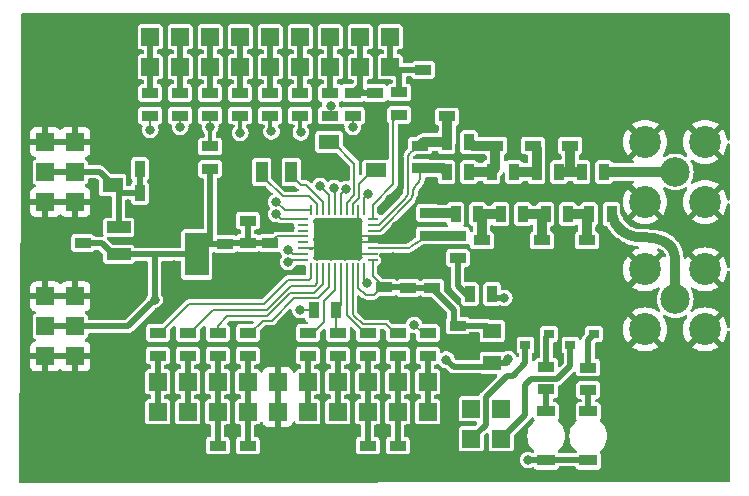
<source format=gbr>
%TF.GenerationSoftware,KiCad,Pcbnew,7.0.5.1-1-g8f565ef7f0-dirty-deb11*%
%TF.CreationDate,2023-07-20T11:12:50+00:00*%
%TF.ProjectId,ISM01,49534d30-312e-46b6-9963-61645f706362,rev?*%
%TF.SameCoordinates,Original*%
%TF.FileFunction,Copper,L2,Bot*%
%TF.FilePolarity,Positive*%
%FSLAX46Y46*%
G04 Gerber Fmt 4.6, Leading zero omitted, Abs format (unit mm)*
G04 Created by KiCad (PCBNEW 7.0.5.1-1-g8f565ef7f0-dirty-deb11) date 2023-07-20 11:12:50*
%MOMM*%
%LPD*%
G01*
G04 APERTURE LIST*
G04 Aperture macros list*
%AMRoundRect*
0 Rectangle with rounded corners*
0 $1 Rounding radius*
0 $2 $3 $4 $5 $6 $7 $8 $9 X,Y pos of 4 corners*
0 Add a 4 corners polygon primitive as box body*
4,1,4,$2,$3,$4,$5,$6,$7,$8,$9,$2,$3,0*
0 Add four circle primitives for the rounded corners*
1,1,$1+$1,$2,$3*
1,1,$1+$1,$4,$5*
1,1,$1+$1,$6,$7*
1,1,$1+$1,$8,$9*
0 Add four rect primitives between the rounded corners*
20,1,$1+$1,$2,$3,$4,$5,0*
20,1,$1+$1,$4,$5,$6,$7,0*
20,1,$1+$1,$6,$7,$8,$9,0*
20,1,$1+$1,$8,$9,$2,$3,0*%
G04 Aperture macros list end*
%TA.AperFunction,ComponentPad*%
%ADD10R,1.524000X1.524000*%
%TD*%
%TA.AperFunction,ComponentPad*%
%ADD11C,6.000000*%
%TD*%
%TA.AperFunction,ComponentPad*%
%ADD12C,2.500000*%
%TD*%
%TA.AperFunction,ComponentPad*%
%ADD13C,2.700000*%
%TD*%
%TA.AperFunction,SMDPad,CuDef*%
%ADD14R,1.397000X0.889000*%
%TD*%
%TA.AperFunction,SMDPad,CuDef*%
%ADD15R,2.032000X1.016000*%
%TD*%
%TA.AperFunction,SMDPad,CuDef*%
%ADD16R,2.032000X3.657600*%
%TD*%
%TA.AperFunction,SMDPad,CuDef*%
%ADD17R,0.900000X0.800000*%
%TD*%
%TA.AperFunction,SMDPad,CuDef*%
%ADD18R,1.500000X0.950000*%
%TD*%
%TA.AperFunction,SMDPad,CuDef*%
%ADD19R,0.889000X1.397000*%
%TD*%
%TA.AperFunction,SMDPad,CuDef*%
%ADD20R,1.500000X1.300000*%
%TD*%
%TA.AperFunction,SMDPad,CuDef*%
%ADD21R,3.000000X0.700000*%
%TD*%
%TA.AperFunction,SMDPad,CuDef*%
%ADD22R,1.700000X1.300000*%
%TD*%
%TA.AperFunction,SMDPad,CuDef*%
%ADD23R,1.000000X1.800000*%
%TD*%
%TA.AperFunction,SMDPad,CuDef*%
%ADD24R,1.800000X1.200000*%
%TD*%
%TA.AperFunction,SMDPad,CuDef*%
%ADD25RoundRect,0.062500X-0.062500X0.362500X-0.062500X-0.362500X0.062500X-0.362500X0.062500X0.362500X0*%
%TD*%
%TA.AperFunction,SMDPad,CuDef*%
%ADD26RoundRect,0.062500X-0.362500X0.062500X-0.362500X-0.062500X0.362500X-0.062500X0.362500X0.062500X0*%
%TD*%
%TA.AperFunction,ComponentPad*%
%ADD27C,0.500000*%
%TD*%
%TA.AperFunction,SMDPad,CuDef*%
%ADD28RoundRect,0.249998X-1.800002X1.550002X-1.800002X-1.550002X1.800002X-1.550002X1.800002X1.550002X0*%
%TD*%
%TA.AperFunction,ViaPad*%
%ADD29C,0.800000*%
%TD*%
%TA.AperFunction,Conductor*%
%ADD30C,0.200000*%
%TD*%
%TA.AperFunction,Conductor*%
%ADD31C,0.500000*%
%TD*%
%TA.AperFunction,Conductor*%
%ADD32C,0.860506*%
%TD*%
%TA.AperFunction,Conductor*%
%ADD33C,0.300000*%
%TD*%
G04 APERTURE END LIST*
D10*
%TO.P,J17,1*%
%TO.N,/TXRAMP*%
X157507047Y-116282689D03*
%TO.P,J17,2*%
X157507047Y-113742689D03*
%TD*%
%TO.P,J24,1*%
%TO.N,Net-(J24-Pad1)*%
X163730047Y-118568689D03*
%TO.P,J24,2*%
%TO.N,/P1.4*%
X163730047Y-116028689D03*
%TD*%
%TO.P,J25,1*%
%TO.N,Net-(J25-Pad1)*%
X161190047Y-118568689D03*
%TO.P,J25,2*%
%TO.N,/P1.5*%
X161190047Y-116028689D03*
%TD*%
%TO.P,J1,1*%
%TO.N,GND*%
X125122047Y-93422689D03*
%TO.P,J1,2*%
X127662047Y-93422689D03*
%TO.P,J1,3*%
%TO.N,VCC*%
X125122047Y-95962689D03*
%TO.P,J1,4*%
X127662047Y-95962689D03*
%TO.P,J1,5*%
%TO.N,GND*%
X125122047Y-98502689D03*
%TO.P,J1,6*%
X127662047Y-98502689D03*
%TD*%
%TO.P,J4,1*%
%TO.N,GND*%
X125122047Y-106503689D03*
%TO.P,J4,2*%
X127662047Y-106503689D03*
%TO.P,J4,3*%
%TO.N,+3V3*%
X125122047Y-109043689D03*
%TO.P,J4,4*%
X127662047Y-109043689D03*
%TO.P,J4,5*%
%TO.N,GND*%
X125122047Y-111583689D03*
%TO.P,J4,6*%
X127662047Y-111583689D03*
%TD*%
%TO.P,J10,1*%
%TO.N,/P0.6*%
X147347047Y-116282689D03*
%TO.P,J10,2*%
X147347047Y-113742689D03*
%TD*%
%TO.P,J11,1*%
%TO.N,/RX*%
X142267047Y-113742689D03*
%TO.P,J11,2*%
X142267047Y-116282689D03*
%TD*%
%TO.P,J12,1*%
%TO.N,/TX*%
X139727047Y-116282689D03*
%TO.P,J12,2*%
X139727047Y-113742689D03*
%TD*%
%TO.P,J13,1*%
%TO.N,/P0.3*%
X137187047Y-113742689D03*
%TO.P,J13,2*%
X137187047Y-116282689D03*
%TD*%
%TO.P,J14,1*%
%TO.N,/P0.2*%
X134647047Y-113742689D03*
%TO.P,J14,2*%
X134647047Y-116282689D03*
%TD*%
%TO.P,J19,1*%
%TO.N,/#IRQ*%
X149887047Y-116282689D03*
%TO.P,J19,2*%
X149887047Y-113742689D03*
%TD*%
%TO.P,J20,1*%
%TO.N,/GPIO0*%
X154967047Y-116282689D03*
%TO.P,J20,2*%
X154967047Y-113742689D03*
%TD*%
%TO.P,J21,1*%
%TO.N,/GPIO1*%
X152427047Y-116282689D03*
%TO.P,J21,2*%
X152427047Y-113742689D03*
%TD*%
D11*
%TO.P,M1,1*%
%TO.N,GND*%
X127662047Y-87072689D03*
%TD*%
%TO.P,M2,1*%
%TO.N,GND*%
X178462047Y-117552689D03*
%TD*%
%TO.P,M3,1*%
%TO.N,GND*%
X127662047Y-117552689D03*
%TD*%
%TO.P,M4,1*%
%TO.N,GND*%
X178462047Y-87072689D03*
%TD*%
D12*
%TO.P,J3,1*%
%TO.N,Net-(J3-Pad1)*%
X178462047Y-95962689D03*
D13*
%TO.P,J3,2*%
%TO.N,GND*%
X175922047Y-93422689D03*
X175922047Y-98502689D03*
X181002047Y-93422689D03*
X181002047Y-98502689D03*
%TD*%
D10*
%TO.P,J26,1*%
%TO.N,GND*%
X144807047Y-116282689D03*
%TO.P,J26,2*%
X144807047Y-113742689D03*
%TD*%
%TO.P,J8,1*%
%TO.N,/P1.5*%
X146712047Y-87072689D03*
%TO.P,J8,2*%
X146712047Y-84532689D03*
%TD*%
%TO.P,J7,1*%
%TO.N,/P1.6*%
X144172047Y-87072689D03*
%TO.P,J7,2*%
X144172047Y-84532689D03*
%TD*%
%TO.P,J6,1*%
%TO.N,/P2.7C2D*%
X141632047Y-87072689D03*
%TO.P,J6,2*%
X141632047Y-84532689D03*
%TD*%
%TO.P,J9,1*%
%TO.N,/P1.4*%
X149252047Y-87072689D03*
%TO.P,J9,2*%
X149252047Y-84532689D03*
%TD*%
%TO.P,J18,1*%
%TO.N,/#RST_C2CK*%
X139092047Y-87072689D03*
%TO.P,J18,2*%
X139092047Y-84532689D03*
%TD*%
%TO.P,J22,1*%
%TO.N,/GPIO2*%
X151792047Y-87072689D03*
%TO.P,J22,2*%
X151792047Y-84532689D03*
%TD*%
%TO.P,J16,1*%
%TO.N,/P0.0*%
X136552047Y-87072689D03*
%TO.P,J16,2*%
X136552047Y-84532689D03*
%TD*%
%TO.P,J15,1*%
%TO.N,/P0.1*%
X134012047Y-87072689D03*
%TO.P,J15,2*%
X134012047Y-84532689D03*
%TD*%
%TO.P,J23,1*%
%TO.N,/GPIO3*%
X154332047Y-87072689D03*
%TO.P,J23,2*%
X154332047Y-84532689D03*
%TD*%
D12*
%TO.P,J2,1*%
%TO.N,Net-(J2-Pad1)*%
X178462047Y-106757689D03*
D13*
%TO.P,J2,2*%
%TO.N,GND*%
X175922047Y-104217689D03*
X175922047Y-109297689D03*
X181002047Y-104217689D03*
X181002047Y-109297689D03*
%TD*%
D14*
%TO.P,R15,1*%
%TO.N,/#IRQ*%
X149887047Y-111520189D03*
%TO.P,R15,2*%
%TO.N,/#IRQ_1*%
X149887047Y-109615189D03*
%TD*%
%TO.P,R17,1*%
%TO.N,/GPIO1*%
X152427047Y-111520189D03*
%TO.P,R17,2*%
%TO.N,Net-(R17-Pad2)*%
X152427047Y-109615189D03*
%TD*%
D15*
%TO.P,U1,1*%
%TO.N,GND*%
X131345047Y-105233689D03*
%TO.P,U1,2*%
%TO.N,+3V3*%
X131345047Y-102947689D03*
%TO.P,U1,3*%
%TO.N,VCC*%
X131345047Y-100661689D03*
D16*
%TO.P,U1,4*%
%TO.N,+3V3*%
X137949047Y-102947689D03*
%TD*%
D17*
%TO.P,Q1,1*%
%TO.N,Net-(J24-Pad1)*%
X169588047Y-110628689D03*
%TO.P,Q1,2*%
%TO.N,GND*%
X169588047Y-108728689D03*
%TO.P,Q1,3*%
%TO.N,Net-(Q1-Pad3)*%
X171588047Y-109678689D03*
%TD*%
D18*
%TO.P,D3,1*%
%TO.N,Net-(D3-Pad1)*%
X167540047Y-116239689D03*
%TO.P,D3,2*%
%TO.N,+3V3*%
X167540047Y-120389689D03*
%TD*%
%TO.P,D2,1*%
%TO.N,Net-(D2-Pad1)*%
X171096047Y-116239689D03*
%TO.P,D2,2*%
%TO.N,+3V3*%
X171096047Y-120389689D03*
%TD*%
D14*
%TO.P,R19,1*%
%TO.N,/GPIO3*%
X155094047Y-89231689D03*
%TO.P,R19,2*%
%TO.N,Net-(R19-Pad2)*%
X155094047Y-91136689D03*
%TD*%
D17*
%TO.P,Q2,1*%
%TO.N,Net-(J25-Pad1)*%
X165778047Y-110628689D03*
%TO.P,Q2,2*%
%TO.N,GND*%
X165778047Y-108728689D03*
%TO.P,Q2,3*%
%TO.N,Net-(Q2-Pad3)*%
X167778047Y-109678689D03*
%TD*%
D19*
%TO.P,C1,1*%
%TO.N,VCC*%
X133123047Y-97740689D03*
%TO.P,C1,2*%
%TO.N,GND*%
X135028047Y-97740689D03*
%TD*%
D14*
%TO.P,C3,1*%
%TO.N,+3V3*%
X140362047Y-102058689D03*
%TO.P,C3,2*%
%TO.N,GND*%
X140362047Y-103963689D03*
%TD*%
%TO.P,C5,1*%
%TO.N,+3V3*%
X128297047Y-101995189D03*
%TO.P,C5,2*%
%TO.N,GND*%
X128297047Y-103900189D03*
%TD*%
%TO.P,C14,1*%
%TO.N,+3V3*%
X142267047Y-101995189D03*
%TO.P,C14,2*%
%TO.N,GND*%
X142267047Y-103900189D03*
%TD*%
%TO.P,C15,1*%
%TO.N,Net-(C15-Pad1)*%
X155856047Y-105805189D03*
%TO.P,C15,2*%
%TO.N,GND*%
X155856047Y-107710189D03*
%TD*%
%TO.P,C16,1*%
%TO.N,+3V3*%
X142267047Y-100090189D03*
%TO.P,C16,2*%
%TO.N,GND*%
X142267047Y-98185189D03*
%TD*%
%TO.P,C18,1*%
%TO.N,+3V3*%
X144172047Y-101995189D03*
%TO.P,C18,2*%
%TO.N,GND*%
X144172047Y-103900189D03*
%TD*%
D20*
%TO.P,C21,1*%
%TO.N,Net-(C15-Pad1)*%
X162968047Y-109424689D03*
D21*
%TO.P,C21,2*%
%TO.N,GND*%
X162968047Y-110774689D03*
D20*
%TO.P,C21,3*%
%TO.N,+3V3*%
X162968047Y-112124689D03*
%TD*%
D14*
%TO.P,C22,1*%
%TO.N,/GPIO0*%
X154967047Y-119140189D03*
%TO.P,C22,2*%
%TO.N,GND*%
X154967047Y-121045189D03*
%TD*%
%TO.P,C23,1*%
%TO.N,/GPIO1*%
X152427047Y-119140189D03*
%TO.P,C23,2*%
%TO.N,GND*%
X152427047Y-121045189D03*
%TD*%
%TO.P,C27,1*%
%TO.N,/RX*%
X142267047Y-119140189D03*
%TO.P,C27,2*%
%TO.N,GND*%
X142267047Y-121045189D03*
%TD*%
%TO.P,C28,1*%
%TO.N,/TX*%
X139727047Y-119140189D03*
%TO.P,C28,2*%
%TO.N,GND*%
X139727047Y-121045189D03*
%TD*%
D22*
%TO.P,D1,1*%
%TO.N,VCC*%
X130837047Y-97077689D03*
%TO.P,D1,2*%
%TO.N,GND*%
X130837047Y-93577689D03*
%TD*%
D14*
%TO.P,L8,1*%
%TO.N,Net-(L8-Pad1)*%
X160047047Y-103265189D03*
%TO.P,L8,2*%
%TO.N,Net-(C11-Pad1)*%
X160047047Y-101360189D03*
%TD*%
D19*
%TO.P,R1,1*%
%TO.N,+3V3*%
X162968047Y-106300000D03*
%TO.P,R1,2*%
%TO.N,Net-(L8-Pad1)*%
X161063047Y-106300000D03*
%TD*%
D14*
%TO.P,R6,1*%
%TO.N,/P0.6*%
X147347047Y-111520189D03*
%TO.P,R6,2*%
%TO.N,Net-(R6-Pad2)*%
X147347047Y-109615189D03*
%TD*%
%TO.P,R7,1*%
%TO.N,/RX*%
X142267047Y-111520189D03*
%TO.P,R7,2*%
%TO.N,Net-(R7-Pad2)*%
X142267047Y-109615189D03*
%TD*%
%TO.P,R8,1*%
%TO.N,/TX*%
X139727047Y-111520189D03*
%TO.P,R8,2*%
%TO.N,Net-(R8-Pad2)*%
X139727047Y-109615189D03*
%TD*%
%TO.P,R9,1*%
%TO.N,/P0.3*%
X137187047Y-111520189D03*
%TO.P,R9,2*%
%TO.N,Net-(R9-Pad2)*%
X137187047Y-109615189D03*
%TD*%
%TO.P,R10,1*%
%TO.N,/P0.2*%
X134647047Y-111520189D03*
%TO.P,R10,2*%
%TO.N,Net-(R10-Pad2)*%
X134647047Y-109615189D03*
%TD*%
%TO.P,R13,1*%
%TO.N,/TXRAMP*%
X157507047Y-111520189D03*
%TO.P,R13,2*%
%TO.N,Net-(R13-Pad2)*%
X157507047Y-109615189D03*
%TD*%
%TO.P,R16,1*%
%TO.N,/GPIO0*%
X154967047Y-111520189D03*
%TO.P,R16,2*%
%TO.N,Net-(R16-Pad2)*%
X154967047Y-109615189D03*
%TD*%
%TO.P,R20,1*%
%TO.N,+3V3*%
X139092047Y-95708689D03*
%TO.P,R20,2*%
%TO.N,/#RST_1*%
X139092047Y-93803689D03*
%TD*%
D19*
%TO.P,R21,1*%
%TO.N,/#IRQ_1*%
X149760047Y-107646689D03*
%TO.P,R21,2*%
%TO.N,/P0.1_1*%
X147855047Y-107646689D03*
%TD*%
D14*
%TO.P,R22,1*%
%TO.N,Net-(D2-Pad1)*%
X171096047Y-114441189D03*
%TO.P,R22,2*%
%TO.N,Net-(Q1-Pad3)*%
X171096047Y-112536189D03*
%TD*%
%TO.P,R23,1*%
%TO.N,Net-(D3-Pad1)*%
X167540047Y-114377689D03*
%TO.P,R23,2*%
%TO.N,Net-(Q2-Pad3)*%
X167540047Y-112472689D03*
%TD*%
%TO.P,C20,1*%
%TO.N,Net-(C15-Pad1)*%
X153824047Y-105741689D03*
%TO.P,C20,2*%
%TO.N,GND*%
X153824047Y-107646689D03*
%TD*%
%TO.P,C17,1*%
%TO.N,Net-(C15-Pad1)*%
X157888047Y-105805189D03*
%TO.P,C17,2*%
%TO.N,GND*%
X157888047Y-107710189D03*
%TD*%
D19*
%TO.P,C2,1*%
%TO.N,VCC*%
X133123047Y-95708689D03*
%TO.P,C2,2*%
%TO.N,GND*%
X135028047Y-95708689D03*
%TD*%
D23*
%TO.P,Y1,1*%
%TO.N,Net-(U2-Pad2)*%
X143450047Y-95962689D03*
%TO.P,Y1,2*%
%TO.N,Net-(U2-Pad3)*%
X145950047Y-95962689D03*
%TD*%
D14*
%TO.P,R18,1*%
%TO.N,/GPIO2*%
X151157047Y-89295189D03*
%TO.P,R18,2*%
%TO.N,Net-(R18-Pad2)*%
X151157047Y-91200189D03*
%TD*%
%TO.P,C25,1*%
%TO.N,/GPIO2*%
X153062047Y-89295189D03*
%TO.P,C25,2*%
%TO.N,GND*%
X153062047Y-91200189D03*
%TD*%
%TO.P,C26,1*%
%TO.N,/GPIO3*%
X157126047Y-87326689D03*
%TO.P,C26,2*%
%TO.N,GND*%
X157126047Y-85421689D03*
%TD*%
%TO.P,R5,1*%
%TO.N,/P1.4*%
X149252047Y-89295189D03*
%TO.P,R5,2*%
%TO.N,Net-(R5-Pad2)*%
X149252047Y-91200189D03*
%TD*%
%TO.P,R3,1*%
%TO.N,/P1.6*%
X144172047Y-89295189D03*
%TO.P,R3,2*%
%TO.N,Net-(R3-Pad2)*%
X144172047Y-91200189D03*
%TD*%
%TO.P,R4,1*%
%TO.N,/P1.5*%
X146712047Y-89295189D03*
%TO.P,R4,2*%
%TO.N,Net-(R4-Pad2)*%
X146712047Y-91200189D03*
%TD*%
%TO.P,R14,1*%
%TO.N,/#RST_C2CK*%
X139092047Y-89295189D03*
%TO.P,R14,2*%
%TO.N,/#RST_1*%
X139092047Y-91200189D03*
%TD*%
%TO.P,R2,1*%
%TO.N,/P2.7C2D*%
X141632047Y-89295189D03*
%TO.P,R2,2*%
%TO.N,Net-(R2-Pad2)*%
X141632047Y-91200189D03*
%TD*%
%TO.P,R11,1*%
%TO.N,/P0.1*%
X134012047Y-89295189D03*
%TO.P,R11,2*%
%TO.N,/P0.1_1*%
X134012047Y-91200189D03*
%TD*%
%TO.P,R12,1*%
%TO.N,/P0.0*%
X136552047Y-89295189D03*
%TO.P,R12,2*%
%TO.N,Net-(R12-Pad2)*%
X136552047Y-91200189D03*
%TD*%
D24*
%TO.P,Y2,1*%
%TO.N,Net-(U2-Pad8)*%
X153157047Y-95822689D03*
%TO.P,Y2,2*%
%TO.N,GND*%
X149157047Y-95822689D03*
%TO.P,Y2,3*%
%TO.N,Net-(U2-Pad7)*%
X149157047Y-93422689D03*
%TO.P,Y2,4*%
%TO.N,GND*%
X153157047Y-93422689D03*
%TD*%
D25*
%TO.P,U2,1*%
%TO.N,Net-(R2-Pad2)*%
X147637047Y-99227689D03*
%TO.P,U2,2*%
%TO.N,Net-(U2-Pad2)*%
X148137047Y-99227689D03*
%TO.P,U2,3*%
%TO.N,Net-(U2-Pad3)*%
X148637047Y-99227689D03*
%TO.P,U2,4*%
%TO.N,Net-(R3-Pad2)*%
X149137047Y-99227689D03*
%TO.P,U2,5*%
%TO.N,Net-(R4-Pad2)*%
X149637047Y-99227689D03*
%TO.P,U2,6*%
%TO.N,Net-(R5-Pad2)*%
X150137047Y-99227689D03*
%TO.P,U2,7*%
%TO.N,Net-(U2-Pad7)*%
X150637047Y-99227689D03*
%TO.P,U2,8*%
%TO.N,Net-(U2-Pad8)*%
X151137047Y-99227689D03*
%TO.P,U2,9*%
%TO.N,GND*%
X151637047Y-99227689D03*
%TO.P,U2,10*%
%TO.N,Net-(R18-Pad2)*%
X152137047Y-99227689D03*
D26*
%TO.P,U2,11*%
%TO.N,Net-(R19-Pad2)*%
X152837047Y-99927689D03*
%TO.P,U2,12*%
%TO.N,Net-(C13-Pad1)*%
X152837047Y-100427689D03*
%TO.P,U2,13*%
%TO.N,Net-(C12-Pad1)*%
X152837047Y-100927689D03*
%TO.P,U2,14*%
%TO.N,GND*%
X152837047Y-101427689D03*
%TO.P,U2,15*%
X152837047Y-101927689D03*
%TO.P,U2,16*%
%TO.N,Net-(C11-Pad1)*%
X152837047Y-102427689D03*
%TO.P,U2,17*%
%TO.N,GND*%
X152837047Y-102927689D03*
%TO.P,U2,18*%
%TO.N,Net-(C15-Pad1)*%
X152837047Y-103427689D03*
D25*
%TO.P,U2,19*%
%TO.N,Net-(R13-Pad2)*%
X152137047Y-104127689D03*
%TO.P,U2,20*%
%TO.N,Net-(C15-Pad1)*%
X151637047Y-104127689D03*
%TO.P,U2,21*%
%TO.N,Net-(R16-Pad2)*%
X151137047Y-104127689D03*
%TO.P,U2,22*%
%TO.N,Net-(R17-Pad2)*%
X150637047Y-104127689D03*
%TO.P,U2,23*%
%TO.N,/#IRQ_1*%
X150137047Y-104127689D03*
%TO.P,U2,24*%
%TO.N,Net-(R6-Pad2)*%
X149637047Y-104127689D03*
%TO.P,U2,25*%
%TO.N,Net-(R7-Pad2)*%
X149137047Y-104127689D03*
%TO.P,U2,26*%
%TO.N,Net-(R8-Pad2)*%
X148637047Y-104127689D03*
%TO.P,U2,27*%
%TO.N,Net-(R9-Pad2)*%
X148137047Y-104127689D03*
%TO.P,U2,28*%
%TO.N,Net-(R10-Pad2)*%
X147637047Y-104127689D03*
D26*
%TO.P,U2,29*%
%TO.N,/P0.1_1*%
X146937047Y-103427689D03*
%TO.P,U2,30*%
%TO.N,Net-(R12-Pad2)*%
X146937047Y-102927689D03*
%TO.P,U2,31*%
%TO.N,GND*%
X146937047Y-102427689D03*
%TO.P,U2,32*%
%TO.N,N/C*%
X146937047Y-101927689D03*
%TO.P,U2,33*%
%TO.N,+3V3*%
X146937047Y-101427689D03*
%TO.P,U2,34*%
%TO.N,N/C*%
X146937047Y-100927689D03*
%TO.P,U2,35*%
X146937047Y-100427689D03*
%TO.P,U2,36*%
%TO.N,/#RST_1*%
X146937047Y-99927689D03*
D27*
%TO.P,U2,37*%
%TO.N,GND*%
X151687047Y-100127689D03*
X150487047Y-100127689D03*
X149287047Y-100127689D03*
X148087047Y-100127689D03*
X151687047Y-101677689D03*
X150487047Y-101677689D03*
D28*
X149887047Y-101677689D03*
D27*
X149287047Y-101677689D03*
X148087047Y-101677689D03*
X151687047Y-103227689D03*
X150487047Y-103227689D03*
X149287047Y-103227689D03*
X148087047Y-103227689D03*
%TD*%
D19*
%TO.P,L7,1*%
%TO.N,Net-(C9-Pad1)*%
X161761547Y-99544089D03*
%TO.P,L7,2*%
%TO.N,Net-(C11-Pad2)*%
X159856547Y-99544089D03*
%TD*%
%TO.P,L6,1*%
%TO.N,Net-(C8-Pad1)*%
X164809547Y-95962689D03*
%TO.P,L6,2*%
%TO.N,Net-(C10-Pad1)*%
X162904547Y-95962689D03*
%TD*%
%TO.P,L9,1*%
%TO.N,Net-(C10-Pad1)*%
X160999547Y-93422689D03*
%TO.P,L9,2*%
%TO.N,Net-(C13-Pad1)*%
X159094547Y-93422689D03*
%TD*%
%TO.P,L5,1*%
%TO.N,Net-(C7-Pad1)*%
X165571547Y-99544089D03*
%TO.P,L5,2*%
%TO.N,Net-(C9-Pad1)*%
X163666547Y-99544089D03*
%TD*%
D14*
%TO.P,L10,1*%
%TO.N,Net-(C13-Pad1)*%
X156872047Y-93740189D03*
%TO.P,L10,2*%
%TO.N,Net-(C12-Pad1)*%
X156872047Y-95645189D03*
%TD*%
%TO.P,C7,1*%
%TO.N,Net-(C7-Pad1)*%
X167159047Y-101766589D03*
%TO.P,C7,2*%
%TO.N,GND*%
X167159047Y-103671589D03*
%TD*%
%TO.P,C9,1*%
%TO.N,Net-(C9-Pad1)*%
X162079047Y-101766589D03*
%TO.P,C9,2*%
%TO.N,GND*%
X162079047Y-103671589D03*
%TD*%
%TO.P,C13,1*%
%TO.N,Net-(C13-Pad1)*%
X159158047Y-91263689D03*
%TO.P,C13,2*%
%TO.N,GND*%
X159158047Y-89358689D03*
%TD*%
%TO.P,C10,1*%
%TO.N,Net-(C10-Pad1)*%
X163222047Y-93740189D03*
%TO.P,C10,2*%
%TO.N,GND*%
X163222047Y-91835189D03*
%TD*%
%TO.P,C11,1*%
%TO.N,Net-(C11-Pad1)*%
X157507047Y-101360189D03*
%TO.P,C11,2*%
%TO.N,Net-(C11-Pad2)*%
X157507047Y-99455189D03*
%TD*%
%TO.P,C4,1*%
%TO.N,Net-(C4-Pad1)*%
X170969047Y-101766589D03*
%TO.P,C4,2*%
%TO.N,GND*%
X170969047Y-103671589D03*
%TD*%
D19*
%TO.P,C12,1*%
%TO.N,Net-(C12-Pad1)*%
X159094547Y-95962689D03*
%TO.P,C12,2*%
%TO.N,Net-(C10-Pad1)*%
X160999547Y-95962689D03*
%TD*%
D14*
%TO.P,C6,1*%
%TO.N,Net-(C6-Pad1)*%
X169572047Y-93740189D03*
%TO.P,C6,2*%
%TO.N,GND*%
X169572047Y-91835189D03*
%TD*%
%TO.P,C8,1*%
%TO.N,Net-(C8-Pad1)*%
X166397047Y-93740189D03*
%TO.P,C8,2*%
%TO.N,GND*%
X166397047Y-91835189D03*
%TD*%
D19*
%TO.P,L3,1*%
%TO.N,Net-(C4-Pad1)*%
X169381547Y-99544089D03*
%TO.P,L3,2*%
%TO.N,Net-(C7-Pad1)*%
X167476547Y-99544089D03*
%TD*%
%TO.P,L4,1*%
%TO.N,Net-(C6-Pad1)*%
X168619547Y-95962689D03*
%TO.P,L4,2*%
%TO.N,Net-(C8-Pad1)*%
X166714547Y-95962689D03*
%TD*%
%TO.P,L1,1*%
%TO.N,Net-(J2-Pad1)*%
X173064547Y-99518689D03*
%TO.P,L1,2*%
%TO.N,Net-(C4-Pad1)*%
X171159547Y-99518689D03*
%TD*%
%TO.P,L2,1*%
%TO.N,Net-(J3-Pad1)*%
X172429547Y-95962689D03*
%TO.P,L2,2*%
%TO.N,Net-(C6-Pad1)*%
X170524547Y-95962689D03*
%TD*%
D14*
%TO.P,C19,1*%
%TO.N,Net-(C15-Pad1)*%
X160047047Y-108980189D03*
%TO.P,C19,2*%
%TO.N,GND*%
X160047047Y-110885189D03*
%TD*%
D29*
%TO.N,GND*%
X134520047Y-118314689D03*
X132234047Y-112218689D03*
X174652047Y-90628689D03*
X173128047Y-102820689D03*
X157380047Y-120346689D03*
X162714047Y-90120689D03*
X181764047Y-112218689D03*
X158650047Y-108408689D03*
X177700047Y-112218689D03*
X159158047Y-87326689D03*
X161190047Y-90120689D03*
X167794047Y-90120689D03*
X132996047Y-118060689D03*
X143410047Y-120600689D03*
X156872047Y-91136689D03*
X137822047Y-92660689D03*
X159158047Y-85548689D03*
X139854047Y-105614689D03*
X155856047Y-101296689D03*
X172112047Y-97740689D03*
X154586047Y-103127689D03*
X163730047Y-97740689D03*
X136819072Y-96711664D03*
X132488047Y-105360689D03*
X173890047Y-113742689D03*
X173636047Y-94184689D03*
X140362047Y-100534689D03*
X132488047Y-116028689D03*
X173128047Y-105868689D03*
X169826047Y-106122689D03*
X169064047Y-97740689D03*
X173382047Y-92152689D03*
X143156047Y-93930689D03*
X175414047Y-112218689D03*
X173128047Y-109678689D03*
X164403147Y-103671589D03*
X159412047Y-118314689D03*
X162206047Y-97740689D03*
X136806047Y-97994689D03*
X141886047Y-105614689D03*
X130710047Y-91390689D03*
X136044047Y-103836689D03*
X165508047Y-97740689D03*
X179986047Y-112218689D03*
X154586047Y-104090689D03*
X171604047Y-91644689D03*
X168302047Y-106122689D03*
X156110047Y-103582689D03*
X154825371Y-100520013D03*
X155602047Y-92406689D03*
X156872047Y-90120689D03*
X145442047Y-93930689D03*
X171604047Y-94184689D03*
X169572047Y-90120689D03*
X137568047Y-105614689D03*
X148490047Y-119076689D03*
X166016047Y-90120689D03*
X125122047Y-103328689D03*
X157126047Y-83770689D03*
X159285047Y-97613689D03*
X132234047Y-110440689D03*
X171604047Y-93168689D03*
X135536047Y-93422689D03*
X160936047Y-87326689D03*
X166778047Y-106122689D03*
X171604047Y-90120689D03*
X159412047Y-116028689D03*
X125122047Y-101296689D03*
X173128047Y-104090689D03*
X173128047Y-107392689D03*
X170588047Y-97740689D03*
X154332047Y-98248689D03*
X153062047Y-92152689D03*
X158142047Y-104090689D03*
X173382047Y-111710689D03*
X164238047Y-90120689D03*
X179986047Y-101296689D03*
X140870047Y-94438689D03*
X130456047Y-110440689D03*
X182018047Y-101296689D03*
X159158047Y-83770689D03*
X132234047Y-113996689D03*
X152300047Y-107900689D03*
X137822047Y-120346689D03*
X144680047Y-119076689D03*
X146458047Y-119076689D03*
X150268047Y-119076689D03*
X161190047Y-88850689D03*
X171350047Y-106122689D03*
X137060047Y-118314689D03*
X158142047Y-103074689D03*
X151983826Y-107028958D03*
X164492047Y-102058689D03*
X134520047Y-108154689D03*
X135028047Y-100788689D03*
X167286047Y-97740689D03*
X157126047Y-88850689D03*
X143410047Y-105614689D03*
X159412047Y-114250689D03*
X173128047Y-97740689D03*
X157746371Y-97599013D03*
X160682047Y-97613689D03*
X157380047Y-118568689D03*
X145442047Y-108916689D03*
X133758047Y-93930689D03*
%TO.N,+3V3*%
X166016047Y-120346689D03*
X159080218Y-111866347D03*
X163984057Y-106630689D03*
X164315993Y-111788661D03*
X134381279Y-106769457D03*
%TO.N,Net-(R2-Pad2)*%
X144680047Y-98502689D03*
X141632047Y-92660689D03*
%TO.N,Net-(R3-Pad2)*%
X148383466Y-97155728D03*
X144273647Y-92533689D03*
%TO.N,Net-(R4-Pad2)*%
X149572202Y-97341985D03*
X146762847Y-92609889D03*
%TO.N,Net-(R5-Pad2)*%
X149277447Y-90339691D03*
X150570649Y-97397729D03*
%TO.N,Net-(R12-Pad2)*%
X136552047Y-92152689D03*
X145696047Y-102566689D03*
%TO.N,Net-(R13-Pad2)*%
X152337047Y-105360689D03*
X156364047Y-108916689D03*
%TO.N,Net-(R18-Pad2)*%
X152427047Y-97867689D03*
X151157047Y-92152689D03*
%TO.N,/P0.1_1*%
X134012047Y-92406689D03*
X146712047Y-107646689D03*
X145696047Y-103582689D03*
%TO.N,/#RST_1*%
X144680047Y-99502692D03*
X139092047Y-92152689D03*
%TD*%
D30*
%TO.N,GND*%
X155602047Y-92406689D02*
X155602047Y-92406689D01*
X157746371Y-97599013D02*
X157858695Y-97486689D01*
X153062047Y-91200189D02*
X153062047Y-92152689D01*
D31*
X157951547Y-107710189D02*
X158650047Y-108408689D01*
X162968047Y-110774689D02*
X163732047Y-110774689D01*
X147757047Y-95822689D02*
X147220047Y-95285689D01*
D30*
X151637047Y-99227689D02*
X151637047Y-99927689D01*
D31*
X157888047Y-107710189D02*
X157951547Y-107710189D01*
X153824047Y-107646689D02*
X152601557Y-107646689D01*
D30*
X146937047Y-102427689D02*
X149137047Y-102427689D01*
D31*
X149157047Y-95822689D02*
X147757047Y-95822689D01*
X157126047Y-85421689D02*
X157126047Y-83770689D01*
X173382047Y-92152689D02*
X173382047Y-91898689D01*
D30*
X135536047Y-93422689D02*
X137060047Y-93422689D01*
D31*
X147220047Y-95285689D02*
X147220047Y-94915687D01*
D30*
X154967047Y-121045189D02*
X155221047Y-121045189D01*
D31*
X130837047Y-91517689D02*
X130710047Y-91390689D01*
X141886047Y-93930689D02*
X141886047Y-94825190D01*
X136806047Y-96724689D02*
X136819072Y-96711664D01*
D30*
X152837047Y-101427689D02*
X150137047Y-101427689D01*
X150137047Y-101427689D02*
X149887047Y-101677689D01*
X154386047Y-102927689D02*
X154586047Y-103127689D01*
X151137047Y-102927689D02*
X149887047Y-101677689D01*
D31*
X159158047Y-83770689D02*
X159158047Y-85548689D01*
D30*
X150137047Y-101927689D02*
X149887047Y-101677689D01*
D31*
X144807047Y-118949689D02*
X144680047Y-119076689D01*
D30*
X152837047Y-102927689D02*
X151137047Y-102927689D01*
D31*
X141886047Y-94825190D02*
X140362047Y-96349190D01*
D30*
X151637047Y-99927689D02*
X149887047Y-101677689D01*
X152837047Y-101927689D02*
X150137047Y-101927689D01*
D31*
X130837047Y-93577689D02*
X130837047Y-91517689D01*
X143156047Y-93930689D02*
X141886047Y-93930689D01*
X140362047Y-96349190D02*
X140362047Y-100534689D01*
X146235049Y-93930689D02*
X145442047Y-93930689D01*
X147220047Y-94915687D02*
X146235049Y-93930689D01*
D30*
X149137047Y-102427689D02*
X149887047Y-101677689D01*
D31*
X152601557Y-107646689D02*
X151983826Y-107028958D01*
D30*
X137060047Y-93422689D02*
X137822047Y-92660689D01*
D31*
%TO.N,VCC*%
X133123047Y-97740689D02*
X131500047Y-97740689D01*
X131345047Y-97585689D02*
X130837047Y-97077689D01*
X129722047Y-95962689D02*
X130837047Y-97077689D01*
X125122047Y-95962689D02*
X127662047Y-95962689D01*
X127662047Y-95962689D02*
X129722047Y-95962689D01*
X133123047Y-95708689D02*
X133123047Y-97740689D01*
X131500047Y-97740689D02*
X130837047Y-97077689D01*
X131345047Y-100661689D02*
X131345047Y-97585689D01*
%TO.N,+3V3*%
X166048047Y-120314689D02*
X166016047Y-120346689D01*
X131345047Y-102947689D02*
X130837047Y-102947689D01*
D30*
X146937047Y-101427689D02*
X144739547Y-101427689D01*
D31*
X133981280Y-107169456D02*
X134381279Y-106769457D01*
X164315993Y-112026743D02*
X164315993Y-111788661D01*
X125122047Y-109043689D02*
X127662047Y-109043689D01*
X137949047Y-102947689D02*
X134520047Y-102947689D01*
X134381279Y-103086457D02*
X134381279Y-106203772D01*
X167540047Y-120314689D02*
X171096047Y-120314689D01*
X129884547Y-101995189D02*
X128297047Y-101995189D01*
X134381279Y-106203772D02*
X134381279Y-106769457D01*
X127662047Y-109043689D02*
X132107047Y-109043689D01*
X132107047Y-109043689D02*
X133981280Y-107169456D01*
X138838047Y-102058689D02*
X137949047Y-102947689D01*
X160936047Y-112472689D02*
X159686560Y-112472689D01*
X162620047Y-112472689D02*
X162968047Y-112124689D01*
X134520047Y-102947689D02*
X131345047Y-102947689D01*
X167540047Y-120314689D02*
X166048047Y-120314689D01*
X164218047Y-112124689D02*
X164315993Y-112026743D01*
X139092047Y-101804689D02*
X137949047Y-102947689D01*
X142267047Y-101995189D02*
X140425547Y-101995189D01*
X134520047Y-102947689D02*
X134381279Y-103086457D01*
X162968047Y-112124689D02*
X164218047Y-112124689D01*
X139092047Y-95708689D02*
X139092047Y-101804689D01*
X160936047Y-112472689D02*
X162620047Y-112472689D01*
X162968047Y-106630689D02*
X163984057Y-106630689D01*
X140362047Y-102058689D02*
X138838047Y-102058689D01*
D30*
X144739547Y-101427689D02*
X144172047Y-101995189D01*
D31*
X142267047Y-101995189D02*
X142267047Y-100090189D01*
X130837047Y-102947689D02*
X129884547Y-101995189D01*
X159686560Y-112472689D02*
X159080218Y-111866347D01*
X144172047Y-101995189D02*
X142267047Y-101995189D01*
X140425547Y-101995189D02*
X140362047Y-102058689D01*
D32*
%TO.N,Net-(C4-Pad1)*%
X171134147Y-99544089D02*
X171159547Y-99518689D01*
X170969047Y-99709189D02*
X171159547Y-99518689D01*
X170969047Y-101766589D02*
X170969047Y-99709189D01*
X169381547Y-99544089D02*
X171134147Y-99544089D01*
%TO.N,Net-(C6-Pad1)*%
X169572047Y-93740189D02*
X169572047Y-95962689D01*
X169572047Y-95962689D02*
X168619547Y-95962689D01*
X170524547Y-95962689D02*
X169572047Y-95962689D01*
%TO.N,Net-(C7-Pad1)*%
X167159047Y-101766589D02*
X167159047Y-99861589D01*
X165571547Y-99544089D02*
X167476547Y-99544089D01*
X167159047Y-99861589D02*
X167476547Y-99544089D01*
%TO.N,Net-(C8-Pad1)*%
X166714547Y-95962689D02*
X166714547Y-94057689D01*
X166714547Y-94057689D02*
X166397047Y-93740189D01*
X164809547Y-95962689D02*
X166714547Y-95962689D01*
%TO.N,Net-(C9-Pad1)*%
X162079047Y-101766589D02*
X162079047Y-99861589D01*
X161761547Y-99544089D02*
X163666547Y-99544089D01*
X162079047Y-99861589D02*
X161761547Y-99544089D01*
%TO.N,Net-(C10-Pad1)*%
X163222047Y-93740189D02*
X163222047Y-95645189D01*
X163222047Y-93740189D02*
X161317047Y-93740189D01*
X163222047Y-95645189D02*
X162904547Y-95962689D01*
X162904547Y-95962689D02*
X160999547Y-95962689D01*
X161317047Y-93740189D02*
X160999547Y-93422689D01*
D30*
%TO.N,Net-(C11-Pad1)*%
X157507047Y-101360189D02*
X156018607Y-102317769D01*
X157253047Y-101360189D02*
X157507047Y-101360189D01*
X155932247Y-102368569D02*
X156018607Y-102317769D01*
D32*
X160047047Y-101360189D02*
X157507047Y-101360189D01*
D30*
X155709427Y-102427689D02*
X155833187Y-102409209D01*
X155833187Y-102409209D02*
X155932247Y-102368569D01*
X152837047Y-102427689D02*
X155709427Y-102427689D01*
D32*
%TO.N,Net-(C11-Pad2)*%
X157507047Y-99455189D02*
X159767647Y-99455189D01*
X159767647Y-99455189D02*
X159856547Y-99544089D01*
D30*
%TO.N,Net-(C12-Pad1)*%
X156075376Y-98280058D02*
X156167007Y-98089749D01*
X156369183Y-97326725D02*
X156437707Y-97199669D01*
X156252287Y-97832129D02*
X156290387Y-97606069D01*
D32*
X158777047Y-95645189D02*
X159094547Y-95962689D01*
D30*
X156437707Y-97199669D02*
X156539307Y-97044729D01*
X156767907Y-96813589D02*
X156694247Y-96917729D01*
X156872047Y-95645189D02*
X156872047Y-96404649D01*
X156290387Y-97606069D02*
X156369183Y-97326725D01*
X153427745Y-100927689D02*
X152837047Y-100927689D01*
D32*
X156872047Y-95645189D02*
X158777047Y-95645189D01*
D30*
X156252287Y-97832129D02*
X156167007Y-98089749D01*
X156806007Y-96704369D02*
X156767907Y-96813589D01*
X156075376Y-98280058D02*
X153427745Y-100927689D01*
X156851727Y-96564669D02*
X156806007Y-96704369D01*
X156694247Y-96917729D02*
X156539307Y-97044729D01*
X156872047Y-96404649D02*
X156851727Y-96564669D01*
%TO.N,Net-(C13-Pad1)*%
X155853507Y-97319049D02*
X155856047Y-96973609D01*
X152837047Y-100427689D02*
X153362047Y-100427689D01*
X155838267Y-97613689D02*
X155848427Y-97471449D01*
X155853507Y-94649509D02*
X155876367Y-94542829D01*
D32*
X158142047Y-93422689D02*
X157189547Y-93422689D01*
D30*
X155848427Y-97471449D02*
X155853507Y-97319049D01*
X155828107Y-97735609D02*
X155838267Y-97613689D01*
X155856047Y-96973609D02*
X155853507Y-94649509D01*
D32*
X159158047Y-93359189D02*
X159094547Y-93422689D01*
D30*
X153362047Y-100427689D02*
X155458517Y-98331219D01*
X156005907Y-94339629D02*
X156872047Y-93740189D01*
D32*
X157189547Y-93422689D02*
X156872047Y-93740189D01*
D30*
X155876367Y-94542829D02*
X155929707Y-94433609D01*
X156618047Y-93740189D02*
X156872047Y-93740189D01*
X155800167Y-97842289D02*
X155828107Y-97735609D01*
X155929707Y-94433609D02*
X156005907Y-94339629D01*
D32*
X159158047Y-91263689D02*
X159158047Y-93359189D01*
D30*
X155458517Y-98331219D02*
X155708144Y-98032206D01*
D32*
X159094547Y-93422689D02*
X158142047Y-93422689D01*
D30*
X155708144Y-98032206D02*
X155800167Y-97842289D01*
%TO.N,Net-(C15-Pad1)*%
X152837047Y-104754689D02*
X153824047Y-105741689D01*
X153570047Y-105741689D02*
X153824047Y-105741689D01*
D31*
X162523547Y-108980189D02*
X162968047Y-109424689D01*
X153824047Y-105741689D02*
X155792547Y-105741689D01*
D30*
X152837047Y-103427689D02*
X152837047Y-104754689D01*
X152261043Y-106386189D02*
X152925547Y-106386189D01*
D31*
X159700000Y-107617142D02*
X157888047Y-105805189D01*
X155792547Y-105741689D02*
X155856047Y-105805189D01*
D30*
X151637047Y-105762193D02*
X152261043Y-106386189D01*
X152925547Y-106386189D02*
X153570047Y-105741689D01*
D31*
X159700000Y-108633142D02*
X159700000Y-107617142D01*
D30*
X151637047Y-104127689D02*
X151637047Y-105762193D01*
D31*
X155856047Y-105805189D02*
X157888047Y-105805189D01*
X160047047Y-108980189D02*
X162523547Y-108980189D01*
%TO.N,/GPIO0*%
X154967047Y-119140189D02*
X154967047Y-116282689D01*
X154967047Y-116282689D02*
X154967047Y-113742689D01*
X154967047Y-113742689D02*
X154967047Y-111520189D01*
%TO.N,/GPIO1*%
X152427047Y-113742689D02*
X152427047Y-111520189D01*
X152427047Y-116282689D02*
X152427047Y-113742689D01*
X152427047Y-119140189D02*
X152427047Y-116282689D01*
%TO.N,/GPIO2*%
X151792047Y-84532689D02*
X151792047Y-87072689D01*
X152046047Y-89295189D02*
X153062047Y-89295189D01*
X151792047Y-88660189D02*
X151157047Y-89295189D01*
X151157047Y-89295189D02*
X152046047Y-89295189D01*
X151792047Y-89041189D02*
X151792047Y-87072689D01*
X151792047Y-87072689D02*
X151792047Y-88660189D01*
X152046047Y-89295189D02*
X151792047Y-89041189D01*
%TO.N,/GPIO3*%
X155094047Y-89231689D02*
X155094047Y-87834689D01*
X154586047Y-87326689D02*
X154332047Y-87072689D01*
X155094047Y-87834689D02*
X154332047Y-87072689D01*
X155094047Y-89231689D02*
X155094047Y-87326689D01*
X154332047Y-84532689D02*
X154332047Y-87072689D01*
X155094047Y-87326689D02*
X154586047Y-87326689D01*
X157126047Y-87326689D02*
X155094047Y-87326689D01*
%TO.N,/RX*%
X142267047Y-119140189D02*
X142267047Y-116282689D01*
X142267047Y-113742689D02*
X142267047Y-111520189D01*
X142267047Y-116282689D02*
X142267047Y-113742689D01*
%TO.N,/TX*%
X139727047Y-119140189D02*
X139727047Y-116282689D01*
X139727047Y-113742689D02*
X139727047Y-111520189D01*
X139727047Y-116282689D02*
X139727047Y-113742689D01*
D32*
%TO.N,Net-(J2-Pad1)*%
X173369347Y-100265449D02*
X173064547Y-99518689D01*
X178436647Y-103244869D02*
X178362987Y-102802909D01*
X174763807Y-101426229D02*
X175198147Y-101487189D01*
X174357407Y-101235729D02*
X174763807Y-101426229D01*
X178436647Y-103244869D02*
X178462047Y-103892569D01*
X177451127Y-101781829D02*
X176661187Y-101593869D01*
X175198147Y-101487189D02*
X175635027Y-101502429D01*
X178362987Y-102802909D02*
X178177567Y-102396509D01*
X173630967Y-100615969D02*
X173369347Y-100265449D01*
X178462047Y-106757689D02*
X178462047Y-103892569D01*
X173961167Y-100953789D02*
X173630967Y-100615969D01*
X177875307Y-102030749D02*
X177451127Y-101781829D01*
X175635027Y-101502429D02*
X176661187Y-101593869D01*
X178177567Y-102396509D02*
X177875307Y-102030749D01*
X174357407Y-101235729D02*
X173961167Y-100953789D01*
%TO.N,Net-(J3-Pad1)*%
X172429547Y-95962689D02*
X174334547Y-95962689D01*
X178462047Y-95962689D02*
X174334547Y-95962689D01*
D31*
%TO.N,/P2.7C2D*%
X141632047Y-84532689D02*
X141632047Y-87072689D01*
X141632047Y-87072689D02*
X141632047Y-89295189D01*
%TO.N,/P1.6*%
X144172047Y-87072689D02*
X144172047Y-89295189D01*
X144172047Y-84532689D02*
X144172047Y-87072689D01*
%TO.N,/P1.5*%
X146712047Y-87072689D02*
X146712047Y-89295189D01*
X146712047Y-84532689D02*
X146712047Y-87072689D01*
%TO.N,/P1.4*%
X149252047Y-87072689D02*
X149252047Y-89295189D01*
X149252047Y-84532689D02*
X149252047Y-87072689D01*
%TO.N,/P0.6*%
X147347047Y-116282689D02*
X147347047Y-113742689D01*
X147347047Y-113742689D02*
X147347047Y-111520189D01*
%TO.N,/P0.3*%
X137187047Y-116282689D02*
X137187047Y-113742689D01*
X137187047Y-113742689D02*
X137187047Y-111520189D01*
%TO.N,/P0.2*%
X134647047Y-116282689D02*
X134647047Y-113742689D01*
X134647047Y-113742689D02*
X134647047Y-111520189D01*
%TO.N,/P0.1*%
X134012047Y-87072689D02*
X134012047Y-89295189D01*
X134012047Y-84532689D02*
X134012047Y-87072689D01*
%TO.N,/P0.0*%
X136552047Y-87072689D02*
X136552047Y-89295189D01*
X136552047Y-84532689D02*
X136552047Y-87072689D01*
%TO.N,/TXRAMP*%
X157507047Y-116282689D02*
X157507047Y-113742689D01*
X157507047Y-113742689D02*
X157507047Y-111520189D01*
%TO.N,/#RST_C2CK*%
X139092047Y-87072689D02*
X139092047Y-89295189D01*
X139092047Y-84532689D02*
X139092047Y-87072689D01*
%TO.N,/#IRQ*%
X149887047Y-113742689D02*
X149887047Y-111520189D01*
X149887047Y-116282689D02*
X149887047Y-113742689D01*
%TO.N,Net-(L8-Pad1)*%
X160047047Y-105614689D02*
X161063047Y-106630689D01*
X160047047Y-103265189D02*
X160047047Y-105614689D01*
D33*
%TO.N,Net-(R2-Pad2)*%
X141632047Y-91200189D02*
X141632047Y-92660689D01*
D30*
X145405047Y-99227689D02*
X144680047Y-98502689D01*
X147637047Y-99227689D02*
X145405047Y-99227689D01*
D33*
%TO.N,Net-(R3-Pad2)*%
X144172047Y-92432089D02*
X144273647Y-92533689D01*
X144172047Y-91200189D02*
X144172047Y-92432089D01*
D30*
X149137047Y-99227689D02*
X149137047Y-97942832D01*
X148383466Y-97189251D02*
X148383466Y-97155728D01*
X149137047Y-97942832D02*
X148383466Y-97189251D01*
%TO.N,Net-(R4-Pad2)*%
X149637047Y-99227689D02*
X149637047Y-97406830D01*
D33*
X146712047Y-92559089D02*
X146762847Y-92609889D01*
X146712047Y-91200189D02*
X146712047Y-92559089D01*
D30*
X149637047Y-97406830D02*
X149572202Y-97341985D01*
%TO.N,Net-(R5-Pad2)*%
X149277447Y-91174789D02*
X149252047Y-91200189D01*
X150137047Y-99227689D02*
X150137047Y-97813142D01*
X149277447Y-90339691D02*
X149277447Y-91174789D01*
X149328247Y-91276389D02*
X149252047Y-91200189D01*
X150137047Y-97813142D02*
X150552460Y-97397729D01*
X150552460Y-97397729D02*
X150570649Y-97397729D01*
%TO.N,Net-(R6-Pad2)*%
X149637047Y-105991689D02*
X148744047Y-106884689D01*
X148744047Y-108662689D02*
X147791547Y-109615189D01*
X149637047Y-104127689D02*
X149637047Y-105991689D01*
X147791547Y-109615189D02*
X147347047Y-109615189D01*
X148744047Y-106884689D02*
X148744047Y-108662689D01*
%TO.N,Net-(R7-Pad2)*%
X142457547Y-109615189D02*
X143518037Y-108554699D01*
X148218548Y-106648188D02*
X149137047Y-105729689D01*
X149137047Y-105729689D02*
X149137047Y-104127689D01*
X146186548Y-106648188D02*
X148218548Y-106648188D01*
X144280037Y-108554699D02*
X146186548Y-106648188D01*
X143518037Y-108554699D02*
X144280037Y-108554699D01*
X142267047Y-109615189D02*
X142457547Y-109615189D01*
%TO.N,Net-(R8-Pad2)*%
X139727047Y-108970689D02*
X140543047Y-108154689D01*
X145824558Y-106248178D02*
X143918047Y-108154689D01*
X148637047Y-104127689D02*
X148637047Y-105467689D01*
X147856558Y-106248178D02*
X145824558Y-106248178D01*
X139727047Y-109615189D02*
X139727047Y-108970689D01*
X148637047Y-105467689D02*
X147856558Y-106248178D01*
X140543047Y-108154689D02*
X143918047Y-108154689D01*
%TO.N,Net-(R9-Pad2)*%
X139346047Y-107646689D02*
X143860349Y-107646689D01*
X147924349Y-105614689D02*
X148137047Y-105401991D01*
X143860349Y-107646689D02*
X145892349Y-105614689D01*
X148137047Y-105401991D02*
X148137047Y-104127689D01*
X137377547Y-109615189D02*
X139346047Y-107646689D01*
X137187047Y-109615189D02*
X137377547Y-109615189D01*
X145892349Y-105614689D02*
X147924349Y-105614689D01*
%TO.N,Net-(R10-Pad2)*%
X147474047Y-105106689D02*
X147637047Y-104943689D01*
X134647047Y-109615189D02*
X134837547Y-109615189D01*
X145696047Y-105106689D02*
X147474047Y-105106689D01*
X143664047Y-107138689D02*
X145696047Y-105106689D01*
X137314047Y-107138689D02*
X143664047Y-107138689D01*
X134837547Y-109615189D02*
X137314047Y-107138689D01*
X147637047Y-104127689D02*
X147637047Y-104943689D01*
%TO.N,Net-(R12-Pad2)*%
X146937047Y-102927689D02*
X146057047Y-102927689D01*
X136552047Y-92152689D02*
X136552047Y-91200189D01*
X146057047Y-102927689D02*
X145696047Y-102566689D01*
%TO.N,Net-(R13-Pad2)*%
X157062547Y-109615189D02*
X156364047Y-108916689D01*
X157507047Y-109615189D02*
X157062547Y-109615189D01*
X152137047Y-104127689D02*
X152137047Y-105160689D01*
X152137047Y-105160689D02*
X152337047Y-105360689D01*
%TO.N,Net-(R16-Pad2)*%
X154967047Y-109615189D02*
X154713047Y-109615189D01*
X153968546Y-108870688D02*
X151994244Y-108870688D01*
X151284047Y-108160491D02*
X151284047Y-108154689D01*
X154713047Y-109615189D02*
X153968546Y-108870688D01*
X151284047Y-108154689D02*
X151137047Y-108007689D01*
X151137047Y-108007689D02*
X151137047Y-104127689D01*
X151994244Y-108870688D02*
X151284047Y-108160491D01*
%TO.N,Net-(R17-Pad2)*%
X150637047Y-104127689D02*
X150637047Y-108079189D01*
X150637047Y-108079189D02*
X152173047Y-109615189D01*
X152173047Y-109615189D02*
X152427047Y-109615189D01*
%TO.N,Net-(R18-Pad2)*%
X152137047Y-99227689D02*
X152137047Y-98157689D01*
X151157047Y-91200189D02*
X151157047Y-92152689D01*
X152137047Y-98157689D02*
X152427047Y-97867689D01*
%TO.N,Net-(R19-Pad2)*%
X154586047Y-96978689D02*
X154586047Y-91644689D01*
X152837047Y-99927689D02*
X152837047Y-98727689D01*
X154586047Y-91644689D02*
X155094047Y-91136689D01*
X152837047Y-98727689D02*
X154586047Y-96978689D01*
%TO.N,Net-(U2-Pad2)*%
X147454447Y-98020089D02*
X145214447Y-98020089D01*
X143557047Y-96362689D02*
X143557047Y-95962689D01*
X148137047Y-99227689D02*
X148137047Y-98702689D01*
X148137047Y-98702689D02*
X147454447Y-98020089D01*
X145214447Y-98020089D02*
X143557047Y-96362689D01*
%TO.N,Net-(U2-Pad3)*%
X148637047Y-98542689D02*
X147157047Y-97062689D01*
X147157047Y-97062689D02*
X146757047Y-97062689D01*
X148637047Y-99227689D02*
X148637047Y-98542689D01*
X146757047Y-97062689D02*
X146057047Y-96362689D01*
X146057047Y-96362689D02*
X146057047Y-95962689D01*
%TO.N,Net-(U2-Pad7)*%
X148822047Y-93746689D02*
X148522047Y-93746689D01*
X151290437Y-97937499D02*
X151290437Y-95256079D01*
X150637047Y-99227689D02*
X150637047Y-98590889D01*
X150637047Y-98590889D02*
X151290437Y-97937499D01*
X151290437Y-95256079D02*
X149457047Y-93422689D01*
X149457047Y-93422689D02*
X149157047Y-93422689D01*
%TO.N,Net-(U2-Pad8)*%
X151690447Y-98149289D02*
X151690447Y-96989289D01*
X152857047Y-95822689D02*
X153157047Y-95822689D01*
X151137047Y-99227689D02*
X151137047Y-98702689D01*
X151690447Y-96989289D02*
X152857047Y-95822689D01*
X151137047Y-98702689D02*
X151690447Y-98149289D01*
D31*
%TO.N,Net-(D2-Pad1)*%
X171096047Y-114441189D02*
X171096047Y-116314689D01*
%TO.N,Net-(D3-Pad1)*%
X167540047Y-114377689D02*
X167540047Y-116314689D01*
%TO.N,Net-(Q1-Pad3)*%
X171096047Y-112536189D02*
X171096047Y-110170689D01*
X171096047Y-110170689D02*
X171588047Y-109678689D01*
%TO.N,Net-(J24-Pad1)*%
X166275548Y-113483188D02*
X165762047Y-113996689D01*
X169588047Y-112377691D02*
X168482550Y-113483188D01*
X168482550Y-113483188D02*
X166275548Y-113483188D01*
X165762047Y-113996689D02*
X165762047Y-116536689D01*
X169588047Y-110628689D02*
X169588047Y-112377691D01*
X165762047Y-116536689D02*
X163730047Y-118568689D01*
%TO.N,Net-(J25-Pad1)*%
X162402048Y-115038372D02*
X162402048Y-117356688D01*
X162402048Y-117356688D02*
X161190047Y-118568689D01*
X164236084Y-113204336D02*
X162402048Y-115038372D01*
X165778047Y-110628689D02*
X165778047Y-112150298D01*
X164724009Y-113204336D02*
X164236084Y-113204336D01*
X165778047Y-112150298D02*
X164724009Y-113204336D01*
%TO.N,Net-(Q2-Pad3)*%
X167540047Y-109916689D02*
X167778047Y-109678689D01*
X167540047Y-112472689D02*
X167540047Y-109916689D01*
D30*
%TO.N,/P0.1_1*%
X134012047Y-92406689D02*
X134012047Y-91200189D01*
X146937047Y-103427689D02*
X145851047Y-103427689D01*
X146712047Y-107646689D02*
X147855047Y-107646689D01*
X145851047Y-103427689D02*
X145696047Y-103582689D01*
%TO.N,/#RST_1*%
X139092047Y-92152689D02*
X139092047Y-91200189D01*
X146937047Y-99927689D02*
X145105044Y-99927689D01*
D33*
X139092047Y-92152689D02*
X139092047Y-93803689D01*
D30*
X145105044Y-99927689D02*
X144680047Y-99502692D01*
%TO.N,/#IRQ_1*%
X150137047Y-104127689D02*
X150137047Y-107269689D01*
X150137047Y-107269689D02*
X149760047Y-107646689D01*
X149760047Y-107646689D02*
X149760047Y-109488189D01*
X149760047Y-109488189D02*
X149887047Y-109615189D01*
%TD*%
%TA.AperFunction,Conductor*%
%TO.N,GND*%
G36*
X144612007Y-114147693D02*
G01*
X144740049Y-114187189D01*
X144840359Y-114187189D01*
X144939546Y-114172239D01*
X145060271Y-114114101D01*
X145061047Y-114113380D01*
X145061047Y-115917883D01*
X145002087Y-115877685D01*
X144874045Y-115838189D01*
X144773735Y-115838189D01*
X144674548Y-115853139D01*
X144553823Y-115911277D01*
X144553047Y-115911997D01*
X144553047Y-114107494D01*
X144612007Y-114147693D01*
G37*
%TD.AperFunction*%
%TA.AperFunction,Conductor*%
G36*
X127243600Y-111419461D02*
G01*
X127213783Y-111550096D01*
X127223796Y-111683717D01*
X127272750Y-111808449D01*
X127296068Y-111837689D01*
X125488665Y-111837689D01*
X125540494Y-111747917D01*
X125570311Y-111617282D01*
X125560298Y-111483661D01*
X125511344Y-111358929D01*
X125488026Y-111329689D01*
X127295429Y-111329689D01*
X127243600Y-111419461D01*
G37*
%TD.AperFunction*%
%TA.AperFunction,Conductor*%
G36*
X127243600Y-106339461D02*
G01*
X127213783Y-106470096D01*
X127223796Y-106603717D01*
X127272750Y-106728449D01*
X127296068Y-106757689D01*
X125488665Y-106757689D01*
X125540494Y-106667917D01*
X125570311Y-106537282D01*
X125560298Y-106403661D01*
X125511344Y-106278929D01*
X125488026Y-106249689D01*
X127295429Y-106249689D01*
X127243600Y-106339461D01*
G37*
%TD.AperFunction*%
%TA.AperFunction,Conductor*%
G36*
X151731079Y-99834270D02*
G01*
X151776142Y-99863231D01*
X151951504Y-100038593D01*
X151985530Y-100100905D01*
X151980465Y-100171720D01*
X151951504Y-100216783D01*
X151354400Y-100813886D01*
X151356242Y-100830254D01*
X151372998Y-100849210D01*
X151383794Y-100919381D01*
X151355311Y-100983412D01*
X151354400Y-100991489D01*
X151687047Y-101324135D01*
X151951504Y-101588593D01*
X151985530Y-101650905D01*
X151980465Y-101721720D01*
X151951504Y-101766783D01*
X151354400Y-102363886D01*
X151356242Y-102380254D01*
X151372998Y-102399210D01*
X151383794Y-102469381D01*
X151355311Y-102533412D01*
X151354400Y-102541489D01*
X151951504Y-103138592D01*
X151985529Y-103200905D01*
X151980465Y-103271720D01*
X151951504Y-103316784D01*
X151894002Y-103374285D01*
X151831689Y-103408310D01*
X151786743Y-103409873D01*
X151734002Y-103402189D01*
X151560184Y-103402189D01*
X151492063Y-103382187D01*
X151471088Y-103365284D01*
X151365985Y-103260181D01*
X151587047Y-103260181D01*
X151625244Y-103312754D01*
X151671209Y-103327689D01*
X151702885Y-103327689D01*
X151748850Y-103312754D01*
X151787047Y-103260181D01*
X151787047Y-103195197D01*
X151748850Y-103142624D01*
X151702885Y-103127689D01*
X151671209Y-103127689D01*
X151625244Y-103142624D01*
X151587047Y-103195197D01*
X151587047Y-103260181D01*
X151365985Y-103260181D01*
X151087047Y-102981242D01*
X150703002Y-103365285D01*
X150640690Y-103399310D01*
X150613909Y-103402189D01*
X150540100Y-103402189D01*
X150469538Y-103412469D01*
X150448759Y-103422627D01*
X150378775Y-103434574D01*
X150313441Y-103406788D01*
X150304327Y-103398523D01*
X150165985Y-103260181D01*
X150387047Y-103260181D01*
X150425244Y-103312754D01*
X150471209Y-103327689D01*
X150502885Y-103327689D01*
X150548850Y-103312754D01*
X150587047Y-103260181D01*
X150587047Y-103195197D01*
X150548850Y-103142624D01*
X150502885Y-103127689D01*
X150471209Y-103127689D01*
X150425244Y-103142624D01*
X150387047Y-103195197D01*
X150387047Y-103260181D01*
X150165985Y-103260181D01*
X149887047Y-102981242D01*
X149469764Y-103398523D01*
X149407452Y-103432548D01*
X149336636Y-103427483D01*
X149325333Y-103422626D01*
X149307313Y-103413817D01*
X149304556Y-103412469D01*
X149286738Y-103409873D01*
X149233999Y-103402189D01*
X149160184Y-103402189D01*
X149092063Y-103382187D01*
X149071088Y-103365284D01*
X148965985Y-103260181D01*
X149187047Y-103260181D01*
X149225244Y-103312754D01*
X149271209Y-103327689D01*
X149302885Y-103327689D01*
X149348850Y-103312754D01*
X149387047Y-103260181D01*
X149387047Y-103195197D01*
X149348850Y-103142624D01*
X149302885Y-103127689D01*
X149271209Y-103127689D01*
X149225244Y-103142624D01*
X149187047Y-103195197D01*
X149187047Y-103260181D01*
X148965985Y-103260181D01*
X148687047Y-102981242D01*
X148303002Y-103365285D01*
X148240690Y-103399310D01*
X148213908Y-103402189D01*
X148040098Y-103402189D01*
X147987347Y-103409874D01*
X147917054Y-103399900D01*
X147880090Y-103374285D01*
X147822589Y-103316784D01*
X147791680Y-103260181D01*
X147987047Y-103260181D01*
X148025244Y-103312754D01*
X148071209Y-103327689D01*
X148102885Y-103327689D01*
X148148850Y-103312754D01*
X148187047Y-103260181D01*
X148187047Y-103195197D01*
X148148850Y-103142624D01*
X148102885Y-103127689D01*
X148071209Y-103127689D01*
X148025244Y-103142624D01*
X147987047Y-103195197D01*
X147987047Y-103260181D01*
X147791680Y-103260181D01*
X147788563Y-103254472D01*
X147793628Y-103183657D01*
X147822589Y-103138594D01*
X148419692Y-102541490D01*
X148954400Y-102541490D01*
X149287046Y-102874136D01*
X149287047Y-102874136D01*
X149619692Y-102541490D01*
X150154400Y-102541490D01*
X150487046Y-102874136D01*
X150487047Y-102874136D01*
X150819692Y-102541490D01*
X150817849Y-102525128D01*
X150801086Y-102506170D01*
X150790278Y-102436001D01*
X150818795Y-102371858D01*
X150819691Y-102363885D01*
X150487048Y-102031242D01*
X150487047Y-102031242D01*
X150154401Y-102363887D01*
X150156242Y-102380254D01*
X150172998Y-102399210D01*
X150183794Y-102469381D01*
X150155311Y-102533412D01*
X150154400Y-102541490D01*
X149619692Y-102541490D01*
X149617849Y-102525128D01*
X149601086Y-102506170D01*
X149590278Y-102436001D01*
X149618795Y-102371858D01*
X149619691Y-102363885D01*
X149287048Y-102031242D01*
X149287047Y-102031242D01*
X148954401Y-102363887D01*
X148956242Y-102380254D01*
X148972998Y-102399210D01*
X148983794Y-102469381D01*
X148955311Y-102533412D01*
X148954400Y-102541490D01*
X148419692Y-102541490D01*
X148417849Y-102525128D01*
X148401086Y-102506170D01*
X148390278Y-102436001D01*
X148418795Y-102371858D01*
X148419691Y-102363886D01*
X147822589Y-101766785D01*
X147791681Y-101710181D01*
X147987047Y-101710181D01*
X148025244Y-101762754D01*
X148071209Y-101777689D01*
X148102885Y-101777689D01*
X148148850Y-101762754D01*
X148187047Y-101710181D01*
X148187047Y-101677689D01*
X148440600Y-101677689D01*
X148687046Y-101924135D01*
X148901001Y-101710181D01*
X149187047Y-101710181D01*
X149225244Y-101762754D01*
X149271209Y-101777689D01*
X149302885Y-101777689D01*
X149348850Y-101762754D01*
X149387047Y-101710181D01*
X149387047Y-101677690D01*
X149640600Y-101677690D01*
X149887046Y-101924136D01*
X149887048Y-101924136D01*
X150101003Y-101710181D01*
X150387047Y-101710181D01*
X150425244Y-101762754D01*
X150471209Y-101777689D01*
X150502885Y-101777689D01*
X150548850Y-101762754D01*
X150587047Y-101710181D01*
X150587047Y-101677688D01*
X150840599Y-101677688D01*
X151087047Y-101924136D01*
X151087048Y-101924136D01*
X151301003Y-101710181D01*
X151587047Y-101710181D01*
X151625244Y-101762754D01*
X151671209Y-101777689D01*
X151702885Y-101777689D01*
X151748850Y-101762754D01*
X151787047Y-101710181D01*
X151787047Y-101645197D01*
X151748850Y-101592624D01*
X151702885Y-101577689D01*
X151671209Y-101577689D01*
X151625244Y-101592624D01*
X151587047Y-101645197D01*
X151587047Y-101710181D01*
X151301003Y-101710181D01*
X151333494Y-101677690D01*
X151333494Y-101677688D01*
X151087048Y-101431242D01*
X151087047Y-101431242D01*
X150840599Y-101677688D01*
X150587047Y-101677688D01*
X150587047Y-101645197D01*
X150548850Y-101592624D01*
X150502885Y-101577689D01*
X150471209Y-101577689D01*
X150425244Y-101592624D01*
X150387047Y-101645197D01*
X150387047Y-101710181D01*
X150101003Y-101710181D01*
X150133494Y-101677690D01*
X150133494Y-101677688D01*
X149887048Y-101431242D01*
X149887046Y-101431242D01*
X149640600Y-101677688D01*
X149640600Y-101677690D01*
X149387047Y-101677690D01*
X149387047Y-101645197D01*
X149348850Y-101592624D01*
X149302885Y-101577689D01*
X149271209Y-101577689D01*
X149225244Y-101592624D01*
X149187047Y-101645197D01*
X149187047Y-101710181D01*
X148901001Y-101710181D01*
X148933494Y-101677688D01*
X148687048Y-101431242D01*
X148687046Y-101431242D01*
X148440600Y-101677688D01*
X148440600Y-101677689D01*
X148187047Y-101677689D01*
X148187047Y-101645197D01*
X148148850Y-101592624D01*
X148102885Y-101577689D01*
X148071209Y-101577689D01*
X148025244Y-101592624D01*
X147987047Y-101645197D01*
X147987047Y-101710181D01*
X147791681Y-101710181D01*
X147788564Y-101704472D01*
X147793628Y-101633657D01*
X147822589Y-101588593D01*
X148087048Y-101324135D01*
X148419692Y-100991490D01*
X148954400Y-100991490D01*
X149287046Y-101324136D01*
X149287047Y-101324136D01*
X149619692Y-100991490D01*
X150154400Y-100991490D01*
X150487046Y-101324136D01*
X150487047Y-101324136D01*
X150819692Y-100991490D01*
X150817849Y-100975128D01*
X150801086Y-100956170D01*
X150790278Y-100886001D01*
X150818795Y-100821858D01*
X150819691Y-100813887D01*
X150487047Y-100481241D01*
X150487046Y-100481241D01*
X150154400Y-100813886D01*
X150156242Y-100830254D01*
X150172998Y-100849210D01*
X150183794Y-100919381D01*
X150155311Y-100983412D01*
X150154400Y-100991490D01*
X149619692Y-100991490D01*
X149617849Y-100975128D01*
X149601086Y-100956170D01*
X149590278Y-100886001D01*
X149618795Y-100821858D01*
X149619691Y-100813885D01*
X149287048Y-100481242D01*
X149287047Y-100481242D01*
X148954401Y-100813887D01*
X148956242Y-100830254D01*
X148972998Y-100849210D01*
X148983794Y-100919381D01*
X148955311Y-100983412D01*
X148954400Y-100991490D01*
X148419692Y-100991490D01*
X148417849Y-100975128D01*
X148401086Y-100956170D01*
X148390278Y-100886001D01*
X148418795Y-100821858D01*
X148419691Y-100813886D01*
X147822589Y-100216785D01*
X147791681Y-100160181D01*
X147987047Y-100160181D01*
X148025244Y-100212754D01*
X148071209Y-100227689D01*
X148102885Y-100227689D01*
X148148850Y-100212754D01*
X148187047Y-100160181D01*
X148187047Y-100095197D01*
X148148850Y-100042624D01*
X148102885Y-100027689D01*
X148071209Y-100027689D01*
X148025244Y-100042624D01*
X147987047Y-100095197D01*
X147987047Y-100160181D01*
X147791681Y-100160181D01*
X147788564Y-100154472D01*
X147793628Y-100083657D01*
X147822588Y-100038594D01*
X147880089Y-99981092D01*
X147942401Y-99947067D01*
X147987350Y-99945504D01*
X148040098Y-99953189D01*
X148213908Y-99953188D01*
X148282029Y-99973190D01*
X148303005Y-99990093D01*
X148687047Y-100374135D01*
X148901001Y-100160181D01*
X149187047Y-100160181D01*
X149225244Y-100212754D01*
X149271209Y-100227689D01*
X149302885Y-100227689D01*
X149348850Y-100212754D01*
X149387047Y-100160181D01*
X149387047Y-100095197D01*
X149348850Y-100042624D01*
X149302885Y-100027689D01*
X149271209Y-100027689D01*
X149225244Y-100042624D01*
X149187047Y-100095197D01*
X149187047Y-100160181D01*
X148901001Y-100160181D01*
X149071089Y-99990093D01*
X149133402Y-99956068D01*
X149160181Y-99953188D01*
X149233995Y-99953188D01*
X149304556Y-99942909D01*
X149325331Y-99932752D01*
X149395311Y-99920803D01*
X149460646Y-99948585D01*
X149469766Y-99956854D01*
X149887046Y-100374135D01*
X150101000Y-100160181D01*
X150387047Y-100160181D01*
X150425244Y-100212754D01*
X150471209Y-100227689D01*
X150502885Y-100227689D01*
X150548850Y-100212754D01*
X150587047Y-100160181D01*
X150587047Y-100095197D01*
X150548850Y-100042624D01*
X150502885Y-100027689D01*
X150471209Y-100027689D01*
X150425244Y-100042624D01*
X150387047Y-100095197D01*
X150387047Y-100160181D01*
X150101000Y-100160181D01*
X150304327Y-99956854D01*
X150366640Y-99922829D01*
X150437455Y-99927893D01*
X150448763Y-99932752D01*
X150469538Y-99942909D01*
X150540098Y-99953189D01*
X150613909Y-99953188D01*
X150682028Y-99973189D01*
X150703005Y-99990093D01*
X151087047Y-100374135D01*
X151301001Y-100160181D01*
X151587047Y-100160181D01*
X151625244Y-100212754D01*
X151671209Y-100227689D01*
X151702885Y-100227689D01*
X151748850Y-100212754D01*
X151787047Y-100160181D01*
X151787047Y-100095197D01*
X151748850Y-100042624D01*
X151702885Y-100027689D01*
X151671209Y-100027689D01*
X151625244Y-100042624D01*
X151587047Y-100095197D01*
X151587047Y-100160181D01*
X151301001Y-100160181D01*
X151597951Y-99863231D01*
X151660264Y-99829206D01*
X151731079Y-99834270D01*
G37*
%TD.AperFunction*%
%TA.AperFunction,Conductor*%
G36*
X147641913Y-102293207D02*
G01*
X147725935Y-102346002D01*
X147772973Y-102399181D01*
X147783793Y-102469348D01*
X147754960Y-102534226D01*
X147725935Y-102559377D01*
X147676619Y-102590364D01*
X147608297Y-102609669D01*
X147540384Y-102588973D01*
X147520489Y-102572772D01*
X147513394Y-102565677D01*
X147513392Y-102565676D01*
X147462683Y-102540885D01*
X147410269Y-102492996D01*
X147392067Y-102424373D01*
X147413854Y-102356802D01*
X147462684Y-102314491D01*
X147513394Y-102289701D01*
X147513393Y-102289701D01*
X147519539Y-102286697D01*
X147589523Y-102274748D01*
X147641913Y-102293207D01*
G37*
%TD.AperFunction*%
%TA.AperFunction,Conductor*%
G36*
X127243600Y-98338461D02*
G01*
X127213783Y-98469096D01*
X127223796Y-98602717D01*
X127272750Y-98727449D01*
X127296068Y-98756689D01*
X125488665Y-98756689D01*
X125540494Y-98666917D01*
X125570311Y-98536282D01*
X125560298Y-98402661D01*
X125511344Y-98277929D01*
X125488026Y-98248689D01*
X127295429Y-98248689D01*
X127243600Y-98338461D01*
G37*
%TD.AperFunction*%
%TA.AperFunction,Conductor*%
G36*
X127243600Y-93258461D02*
G01*
X127213783Y-93389096D01*
X127223796Y-93522717D01*
X127272750Y-93647449D01*
X127296068Y-93676689D01*
X125488665Y-93676689D01*
X125540494Y-93586917D01*
X125570311Y-93456282D01*
X125560298Y-93322661D01*
X125511344Y-93197929D01*
X125488026Y-93168689D01*
X127295429Y-93168689D01*
X127243600Y-93258461D01*
G37*
%TD.AperFunction*%
%TA.AperFunction,Conductor*%
G36*
X183042121Y-82520002D02*
G01*
X183088614Y-82573658D01*
X183100000Y-82626000D01*
X183100000Y-93183391D01*
X183079998Y-93251512D01*
X183026342Y-93298005D01*
X182956068Y-93308109D01*
X182891488Y-93278615D01*
X182853104Y-93218889D01*
X182848321Y-93192380D01*
X182845833Y-93157596D01*
X182789339Y-92897895D01*
X182696459Y-92648874D01*
X182569086Y-92415608D01*
X182483143Y-92300802D01*
X182483142Y-92300801D01*
X181755238Y-93028704D01*
X181709731Y-92942867D01*
X181590038Y-92801954D01*
X181442852Y-92690066D01*
X181396776Y-92668749D01*
X182123933Y-91941592D01*
X182009123Y-91855647D01*
X181775861Y-91728276D01*
X181526840Y-91635396D01*
X181267139Y-91578902D01*
X181002047Y-91559943D01*
X180736954Y-91578902D01*
X180477253Y-91635396D01*
X180228232Y-91728276D01*
X179994971Y-91855646D01*
X179880160Y-91941591D01*
X179880159Y-91941592D01*
X180606969Y-92668402D01*
X180484616Y-92742020D01*
X180350389Y-92869166D01*
X180246634Y-93022194D01*
X180245411Y-93025262D01*
X179520950Y-92300801D01*
X179520949Y-92300802D01*
X179435004Y-92415613D01*
X179307634Y-92648874D01*
X179214754Y-92897895D01*
X179158260Y-93157596D01*
X179139301Y-93422689D01*
X179158260Y-93687781D01*
X179214754Y-93947482D01*
X179307634Y-94196503D01*
X179435007Y-94429769D01*
X179470391Y-94477037D01*
X179495202Y-94543557D01*
X179480111Y-94612931D01*
X179429908Y-94663134D01*
X179360534Y-94678225D01*
X179303689Y-94659979D01*
X179168136Y-94576912D01*
X179166856Y-94576382D01*
X179041908Y-94524627D01*
X178942659Y-94483517D01*
X178942657Y-94483516D01*
X178942656Y-94483516D01*
X178780677Y-94444628D01*
X178705349Y-94426543D01*
X178705350Y-94426543D01*
X178546214Y-94414019D01*
X178462047Y-94407395D01*
X178462046Y-94407395D01*
X178218744Y-94426543D01*
X177981437Y-94483516D01*
X177755955Y-94576913D01*
X177620404Y-94659979D01*
X177551871Y-94678517D01*
X177484194Y-94657060D01*
X177438861Y-94602421D01*
X177430265Y-94531947D01*
X177453703Y-94477036D01*
X177489086Y-94429770D01*
X177616459Y-94196503D01*
X177709339Y-93947482D01*
X177765833Y-93687781D01*
X177784792Y-93422689D01*
X177765833Y-93157596D01*
X177709339Y-92897895D01*
X177616459Y-92648874D01*
X177489086Y-92415608D01*
X177403143Y-92300802D01*
X177403142Y-92300802D01*
X176675239Y-93028705D01*
X176629731Y-92942867D01*
X176510038Y-92801954D01*
X176362852Y-92690066D01*
X176316776Y-92668748D01*
X177043933Y-91941592D01*
X176929123Y-91855647D01*
X176695861Y-91728276D01*
X176446840Y-91635396D01*
X176187139Y-91578902D01*
X175922047Y-91559943D01*
X175656954Y-91578902D01*
X175397253Y-91635396D01*
X175148232Y-91728276D01*
X174914971Y-91855646D01*
X174800160Y-91941591D01*
X174800159Y-91941592D01*
X175526969Y-92668402D01*
X175404616Y-92742020D01*
X175270389Y-92869166D01*
X175166634Y-93022194D01*
X175165411Y-93025261D01*
X174440950Y-92300801D01*
X174440949Y-92300802D01*
X174355004Y-92415613D01*
X174227634Y-92648874D01*
X174134754Y-92897895D01*
X174078260Y-93157596D01*
X174059301Y-93422689D01*
X174078260Y-93687781D01*
X174134754Y-93947482D01*
X174227634Y-94196503D01*
X174355005Y-94429765D01*
X174440950Y-94544574D01*
X174440950Y-94544575D01*
X175168853Y-93816671D01*
X175214363Y-93902511D01*
X175334056Y-94043424D01*
X175481242Y-94155312D01*
X175527316Y-94176628D01*
X174800160Y-94903784D01*
X174800160Y-94903785D01*
X174914966Y-94989729D01*
X174925257Y-94995348D01*
X174975460Y-95045551D01*
X174990551Y-95114925D01*
X174965740Y-95181445D01*
X174908904Y-95223992D01*
X174864872Y-95231936D01*
X173270397Y-95231936D01*
X173202276Y-95211934D01*
X173155783Y-95158278D01*
X173155133Y-95156830D01*
X173126253Y-95091424D01*
X173126251Y-95091421D01*
X173046814Y-95011984D01*
X173046812Y-95011983D01*
X172944036Y-94966603D01*
X172944037Y-94966603D01*
X172918915Y-94963689D01*
X171940187Y-94963689D01*
X171940180Y-94963690D01*
X171915056Y-94966603D01*
X171915052Y-94966605D01*
X171812281Y-95011982D01*
X171732842Y-95091421D01*
X171732841Y-95091423D01*
X171687461Y-95194198D01*
X171684547Y-95219318D01*
X171684547Y-96706048D01*
X171684548Y-96706055D01*
X171687461Y-96731179D01*
X171687463Y-96731183D01*
X171732840Y-96833954D01*
X171812279Y-96913393D01*
X171812281Y-96913394D01*
X171812282Y-96913395D01*
X171915056Y-96958774D01*
X171940182Y-96961689D01*
X172918911Y-96961688D01*
X172944038Y-96958774D01*
X173046812Y-96913395D01*
X173126253Y-96833954D01*
X173135159Y-96813785D01*
X173154691Y-96769548D01*
X173155132Y-96768548D01*
X173200944Y-96714311D01*
X173268807Y-96693452D01*
X173270396Y-96693442D01*
X174249134Y-96693442D01*
X174864872Y-96693442D01*
X174932993Y-96713444D01*
X174979486Y-96767100D01*
X174989590Y-96837374D01*
X174960096Y-96901954D01*
X174925257Y-96930030D01*
X174914971Y-96935646D01*
X174800160Y-97021591D01*
X174800159Y-97021592D01*
X175526969Y-97748402D01*
X175404616Y-97822020D01*
X175270389Y-97949166D01*
X175166634Y-98102194D01*
X175165411Y-98105262D01*
X174440950Y-97380801D01*
X174440949Y-97380802D01*
X174355004Y-97495613D01*
X174227634Y-97728874D01*
X174134754Y-97977895D01*
X174078260Y-98237596D01*
X174059301Y-98502689D01*
X174078260Y-98767781D01*
X174134754Y-99027482D01*
X174227634Y-99276503D01*
X174355005Y-99509765D01*
X174440950Y-99624574D01*
X174440950Y-99624575D01*
X175168853Y-98896671D01*
X175214363Y-98982511D01*
X175334056Y-99123424D01*
X175481242Y-99235312D01*
X175527315Y-99256628D01*
X174800159Y-99983784D01*
X174800160Y-99983785D01*
X174914966Y-100069728D01*
X175148232Y-100197101D01*
X175397253Y-100289981D01*
X175656954Y-100346475D01*
X175922047Y-100365434D01*
X176187139Y-100346475D01*
X176446840Y-100289981D01*
X176695861Y-100197101D01*
X176929123Y-100069731D01*
X177043932Y-99983784D01*
X177043933Y-99983784D01*
X176317124Y-99256975D01*
X176439478Y-99183358D01*
X176573705Y-99056212D01*
X176677460Y-98903184D01*
X176678682Y-98900115D01*
X177403142Y-99624575D01*
X177403142Y-99624574D01*
X177489089Y-99509765D01*
X177616459Y-99276503D01*
X177709339Y-99027482D01*
X177765833Y-98767781D01*
X177784792Y-98502689D01*
X177765833Y-98237596D01*
X177709339Y-97977895D01*
X177616459Y-97728874D01*
X177489086Y-97495608D01*
X177453702Y-97448340D01*
X177428891Y-97381820D01*
X177443982Y-97312446D01*
X177494184Y-97262244D01*
X177563558Y-97247152D01*
X177620402Y-97265397D01*
X177755958Y-97348466D01*
X177981435Y-97441861D01*
X178218745Y-97498835D01*
X178462047Y-97517983D01*
X178705349Y-97498835D01*
X178942659Y-97441861D01*
X179168136Y-97348466D01*
X179303689Y-97265398D01*
X179372221Y-97246860D01*
X179439898Y-97268316D01*
X179485231Y-97322955D01*
X179493828Y-97393429D01*
X179470392Y-97448339D01*
X179435006Y-97495609D01*
X179307634Y-97728874D01*
X179214754Y-97977895D01*
X179158260Y-98237596D01*
X179139301Y-98502689D01*
X179158260Y-98767781D01*
X179214754Y-99027482D01*
X179307634Y-99276503D01*
X179435005Y-99509765D01*
X179520950Y-99624574D01*
X179520950Y-99624575D01*
X180248853Y-98896671D01*
X180294363Y-98982511D01*
X180414056Y-99123424D01*
X180561242Y-99235312D01*
X180607316Y-99256628D01*
X179880159Y-99983784D01*
X179880160Y-99983785D01*
X179994966Y-100069728D01*
X180228232Y-100197101D01*
X180477253Y-100289981D01*
X180736954Y-100346475D01*
X181002047Y-100365434D01*
X181267139Y-100346475D01*
X181526840Y-100289981D01*
X181775861Y-100197101D01*
X182009123Y-100069731D01*
X182123932Y-99983784D01*
X182123933Y-99983784D01*
X181397124Y-99256975D01*
X181519478Y-99183358D01*
X181653705Y-99056212D01*
X181757460Y-98903184D01*
X181758682Y-98900115D01*
X182483142Y-99624575D01*
X182483142Y-99624574D01*
X182569089Y-99509765D01*
X182696459Y-99276503D01*
X182789339Y-99027482D01*
X182845833Y-98767781D01*
X182848321Y-98732998D01*
X182873132Y-98666477D01*
X182929967Y-98623930D01*
X183000783Y-98618865D01*
X183063095Y-98652890D01*
X183097120Y-98715203D01*
X183100000Y-98741986D01*
X183100000Y-103978391D01*
X183079998Y-104046512D01*
X183026342Y-104093005D01*
X182956068Y-104103109D01*
X182891488Y-104073615D01*
X182853104Y-104013889D01*
X182848321Y-103987380D01*
X182845833Y-103952596D01*
X182789339Y-103692895D01*
X182696459Y-103443874D01*
X182569086Y-103210608D01*
X182483143Y-103095802D01*
X182483142Y-103095801D01*
X181755239Y-103823704D01*
X181709731Y-103737867D01*
X181590038Y-103596954D01*
X181442852Y-103485066D01*
X181396776Y-103463749D01*
X182123933Y-102736592D01*
X182009123Y-102650647D01*
X181775861Y-102523276D01*
X181526840Y-102430396D01*
X181267139Y-102373902D01*
X181002047Y-102354943D01*
X180736954Y-102373902D01*
X180477253Y-102430396D01*
X180228232Y-102523276D01*
X179994971Y-102650646D01*
X179880160Y-102736591D01*
X179880159Y-102736592D01*
X180606969Y-103463402D01*
X180484616Y-103537020D01*
X180350389Y-103664166D01*
X180246634Y-103817194D01*
X180245411Y-103820262D01*
X179520950Y-103095801D01*
X179520949Y-103095802D01*
X179435004Y-103210613D01*
X179407799Y-103260435D01*
X179357596Y-103310636D01*
X179288222Y-103325727D01*
X179221702Y-103300915D01*
X179179156Y-103244079D01*
X179173403Y-103216107D01*
X179172705Y-103216224D01*
X179167277Y-103183657D01*
X179158041Y-103128236D01*
X179145345Y-103047276D01*
X179145340Y-103047265D01*
X179144268Y-103043417D01*
X179142809Y-103036845D01*
X179119104Y-102894618D01*
X179098108Y-102768646D01*
X179097057Y-102752182D01*
X179097001Y-102752187D01*
X179096421Y-102744874D01*
X179096422Y-102744867D01*
X179086841Y-102696443D01*
X179082169Y-102672828D01*
X179081827Y-102670956D01*
X179076800Y-102640790D01*
X179074476Y-102632757D01*
X179073205Y-102627529D01*
X179063266Y-102577290D01*
X179053914Y-102556794D01*
X179047511Y-102539511D01*
X179041249Y-102517854D01*
X179016056Y-102473256D01*
X179013611Y-102468458D01*
X178878584Y-102172508D01*
X178873316Y-102156957D01*
X178873250Y-102156981D01*
X178870797Y-102150081D01*
X178870795Y-102150072D01*
X178858548Y-102125223D01*
X178838258Y-102084053D01*
X178837469Y-102082392D01*
X178824725Y-102054459D01*
X178820474Y-102047438D01*
X178817854Y-102042656D01*
X178803921Y-102014386D01*
X178795276Y-101996845D01*
X178780837Y-101979372D01*
X178770180Y-101964367D01*
X178758447Y-101944986D01*
X178737940Y-101924135D01*
X178722642Y-101908580D01*
X178718993Y-101904535D01*
X178467947Y-101600749D01*
X178463627Y-101594856D01*
X178457532Y-101585445D01*
X178442241Y-101561833D01*
X178442237Y-101561829D01*
X178380634Y-101502879D01*
X178333672Y-101457904D01*
X178319070Y-101443919D01*
X178319065Y-101443916D01*
X178318859Y-101443760D01*
X178318822Y-101443732D01*
X178318819Y-101443729D01*
X178245563Y-101400740D01*
X178171777Y-101357398D01*
X178168924Y-101355722D01*
X178168339Y-101355422D01*
X177883314Y-101188163D01*
X177866007Y-101175941D01*
X177855961Y-101167496D01*
X177802493Y-101140584D01*
X177798931Y-101138645D01*
X177784267Y-101130040D01*
X177784268Y-101130040D01*
X177784264Y-101130038D01*
X177764194Y-101121211D01*
X177761235Y-101119817D01*
X177703377Y-101090696D01*
X177703376Y-101090695D01*
X177703375Y-101090695D01*
X177703373Y-101090694D01*
X177703369Y-101090693D01*
X177695796Y-101088891D01*
X177674241Y-101081653D01*
X177667120Y-101078521D01*
X177667116Y-101078520D01*
X177603401Y-101066819D01*
X177600197Y-101066144D01*
X176864335Y-100891051D01*
X176859012Y-100889534D01*
X176839002Y-100882868D01*
X176811125Y-100873581D01*
X176737238Y-100866996D01*
X176735462Y-100866813D01*
X176698806Y-100862495D01*
X176661840Y-100858142D01*
X176661839Y-100858142D01*
X176654496Y-100858135D01*
X176654496Y-100857992D01*
X176638557Y-100858203D01*
X175776340Y-100781372D01*
X175754211Y-100777386D01*
X175745865Y-100775098D01*
X175681941Y-100772867D01*
X175678551Y-100772657D01*
X175657507Y-100770783D01*
X175657499Y-100770782D01*
X175657492Y-100770782D01*
X175657487Y-100770782D01*
X175657484Y-100770782D01*
X175639667Y-100771270D01*
X175635744Y-100771256D01*
X175622184Y-100770783D01*
X175265123Y-100758327D01*
X175258577Y-100757755D01*
X174993123Y-100720497D01*
X174957158Y-100709809D01*
X174952138Y-100707456D01*
X174795622Y-100634089D01*
X174737606Y-100606894D01*
X174718036Y-100595470D01*
X174447251Y-100402796D01*
X174430194Y-100388206D01*
X174190448Y-100142928D01*
X174185007Y-100136567D01*
X174164301Y-100108825D01*
X174020309Y-99915902D01*
X174004630Y-99888156D01*
X173818889Y-99433091D01*
X173809546Y-99385476D01*
X173809546Y-98775329D01*
X173809546Y-98775325D01*
X173806632Y-98750198D01*
X173772467Y-98672821D01*
X173761253Y-98647423D01*
X173681814Y-98567984D01*
X173681812Y-98567983D01*
X173579036Y-98522603D01*
X173579037Y-98522603D01*
X173553915Y-98519689D01*
X172575187Y-98519689D01*
X172575180Y-98519690D01*
X172550056Y-98522603D01*
X172550052Y-98522605D01*
X172447281Y-98567982D01*
X172367842Y-98647421D01*
X172367841Y-98647423D01*
X172322461Y-98750198D01*
X172319547Y-98775318D01*
X172319547Y-100262048D01*
X172319548Y-100262055D01*
X172322461Y-100287179D01*
X172322463Y-100287183D01*
X172367840Y-100389954D01*
X172447279Y-100469393D01*
X172447281Y-100469394D01*
X172447282Y-100469395D01*
X172550056Y-100514774D01*
X172550055Y-100514774D01*
X172555493Y-100515404D01*
X172575182Y-100517689D01*
X172599494Y-100517688D01*
X172667614Y-100537688D01*
X172714109Y-100591342D01*
X172715123Y-100593623D01*
X172715923Y-100595470D01*
X172732637Y-100634089D01*
X172732638Y-100634090D01*
X172732639Y-100634092D01*
X172751082Y-100658802D01*
X172755768Y-100666073D01*
X172770655Y-100693073D01*
X172783698Y-100707456D01*
X172802578Y-100728276D01*
X172806396Y-100732912D01*
X173021610Y-101021258D01*
X173025118Y-101026484D01*
X173048679Y-101065675D01*
X173048687Y-101065686D01*
X173104163Y-101122442D01*
X173158743Y-101180150D01*
X173166368Y-101186533D01*
X173170986Y-101190808D01*
X173423517Y-101449165D01*
X173425843Y-101451678D01*
X173442066Y-101470188D01*
X173467916Y-101499681D01*
X173477844Y-101506745D01*
X173517435Y-101534916D01*
X173520546Y-101537279D01*
X173550879Y-101561829D01*
X173567810Y-101575533D01*
X173567811Y-101575533D01*
X173567812Y-101575534D01*
X173578731Y-101580778D01*
X173597234Y-101591696D01*
X173916735Y-101819034D01*
X173919377Y-101821020D01*
X173969913Y-101861144D01*
X174024359Y-101886665D01*
X174027887Y-101888457D01*
X174080609Y-101917402D01*
X174093003Y-101920823D01*
X174112944Y-101928189D01*
X174388914Y-102057551D01*
X174407075Y-102067987D01*
X174418524Y-102075902D01*
X174418525Y-102075902D01*
X174418526Y-102075903D01*
X174433930Y-102081915D01*
X174473627Y-102097411D01*
X174477437Y-102099045D01*
X174479516Y-102100020D01*
X174492184Y-102105959D01*
X174492188Y-102105960D01*
X174492190Y-102105961D01*
X174512726Y-102112811D01*
X174513667Y-102113125D01*
X174516641Y-102114201D01*
X174529415Y-102119187D01*
X174577657Y-102138018D01*
X174584585Y-102138990D01*
X174606951Y-102144243D01*
X174613586Y-102146457D01*
X174678855Y-102152298D01*
X174681922Y-102152650D01*
X175046157Y-102203772D01*
X175054051Y-102205402D01*
X175087310Y-102214520D01*
X175131186Y-102216050D01*
X175137720Y-102216623D01*
X175138730Y-102216765D01*
X175176985Y-102217648D01*
X175265595Y-102220739D01*
X175332977Y-102243104D01*
X175377570Y-102298348D01*
X175385217Y-102368932D01*
X175353490Y-102432445D01*
X175305234Y-102464718D01*
X175148232Y-102523276D01*
X174914971Y-102650646D01*
X174800160Y-102736591D01*
X174800159Y-102736592D01*
X175526968Y-103463402D01*
X175404616Y-103537020D01*
X175270389Y-103664166D01*
X175166634Y-103817194D01*
X175165411Y-103820261D01*
X174440950Y-103095801D01*
X174440949Y-103095802D01*
X174355004Y-103210613D01*
X174227634Y-103443874D01*
X174134754Y-103692895D01*
X174078260Y-103952596D01*
X174059301Y-104217688D01*
X174078260Y-104482781D01*
X174134754Y-104742482D01*
X174227634Y-104991503D01*
X174355005Y-105224765D01*
X174440950Y-105339574D01*
X174440950Y-105339575D01*
X175168853Y-104611671D01*
X175214363Y-104697511D01*
X175334056Y-104838424D01*
X175481242Y-104950312D01*
X175527316Y-104971628D01*
X174800160Y-105698784D01*
X174800160Y-105698785D01*
X174914966Y-105784728D01*
X175148232Y-105912101D01*
X175397253Y-106004981D01*
X175656954Y-106061475D01*
X175922047Y-106080434D01*
X176187139Y-106061475D01*
X176446840Y-106004981D01*
X176695861Y-105912101D01*
X176929128Y-105784728D01*
X176976394Y-105749345D01*
X177042914Y-105724533D01*
X177112288Y-105739624D01*
X177162491Y-105789825D01*
X177177583Y-105859199D01*
X177159337Y-105916046D01*
X177076271Y-106051597D01*
X176982874Y-106277079D01*
X176925901Y-106514386D01*
X176908574Y-106734557D01*
X176906753Y-106757689D01*
X176908999Y-106786222D01*
X176925901Y-107000991D01*
X176982655Y-107237387D01*
X176982875Y-107238301D01*
X177076270Y-107463778D01*
X177145058Y-107576030D01*
X177159337Y-107599330D01*
X177177875Y-107667864D01*
X177156419Y-107735540D01*
X177101779Y-107780873D01*
X177031305Y-107789470D01*
X176976395Y-107766033D01*
X176929127Y-107730649D01*
X176695861Y-107603276D01*
X176446840Y-107510396D01*
X176187139Y-107453902D01*
X175922047Y-107434943D01*
X175656954Y-107453902D01*
X175397253Y-107510396D01*
X175148232Y-107603276D01*
X174914971Y-107730646D01*
X174800160Y-107816591D01*
X174800159Y-107816592D01*
X175526969Y-108543402D01*
X175404616Y-108617020D01*
X175270389Y-108744166D01*
X175166634Y-108897194D01*
X175165411Y-108900262D01*
X174440950Y-108175801D01*
X174440949Y-108175802D01*
X174355004Y-108290613D01*
X174227634Y-108523874D01*
X174134754Y-108772895D01*
X174078260Y-109032596D01*
X174059301Y-109297688D01*
X174078260Y-109562781D01*
X174134754Y-109822482D01*
X174227634Y-110071503D01*
X174355005Y-110304765D01*
X174440950Y-110419574D01*
X174440950Y-110419575D01*
X175168853Y-109691671D01*
X175214363Y-109777511D01*
X175334056Y-109918424D01*
X175481242Y-110030312D01*
X175527315Y-110051628D01*
X174800159Y-110778784D01*
X174800160Y-110778785D01*
X174914966Y-110864728D01*
X175148232Y-110992101D01*
X175397253Y-111084981D01*
X175656954Y-111141475D01*
X175922046Y-111160434D01*
X176187139Y-111141475D01*
X176446840Y-111084981D01*
X176695861Y-110992101D01*
X176929123Y-110864731D01*
X177043932Y-110778784D01*
X177043933Y-110778784D01*
X176317124Y-110051975D01*
X176439478Y-109978358D01*
X176573705Y-109851212D01*
X176677460Y-109698184D01*
X176678682Y-109695115D01*
X177403142Y-110419575D01*
X177403142Y-110419574D01*
X177489089Y-110304765D01*
X177616459Y-110071503D01*
X177709339Y-109822482D01*
X177765833Y-109562781D01*
X177784792Y-109297688D01*
X177765833Y-109032596D01*
X177709339Y-108772895D01*
X177616459Y-108523874D01*
X177489086Y-108290608D01*
X177453702Y-108243340D01*
X177428891Y-108176820D01*
X177443982Y-108107446D01*
X177494184Y-108057244D01*
X177563558Y-108042152D01*
X177620402Y-108060397D01*
X177755958Y-108143466D01*
X177981435Y-108236861D01*
X178218745Y-108293835D01*
X178462047Y-108312983D01*
X178705349Y-108293835D01*
X178942659Y-108236861D01*
X179168136Y-108143466D01*
X179303689Y-108060398D01*
X179372221Y-108041860D01*
X179439898Y-108063316D01*
X179485231Y-108117955D01*
X179493828Y-108188429D01*
X179470392Y-108243339D01*
X179435006Y-108290609D01*
X179307634Y-108523874D01*
X179214754Y-108772895D01*
X179158260Y-109032596D01*
X179139301Y-109297688D01*
X179158260Y-109562781D01*
X179214754Y-109822482D01*
X179307634Y-110071503D01*
X179435005Y-110304765D01*
X179520950Y-110419574D01*
X179520950Y-110419575D01*
X180248853Y-109691671D01*
X180294363Y-109777511D01*
X180414056Y-109918424D01*
X180561242Y-110030312D01*
X180607316Y-110051628D01*
X179880159Y-110778784D01*
X179880160Y-110778785D01*
X179994966Y-110864728D01*
X180228232Y-110992101D01*
X180477253Y-111084981D01*
X180736954Y-111141475D01*
X181002046Y-111160434D01*
X181267139Y-111141475D01*
X181526840Y-111084981D01*
X181775861Y-110992101D01*
X182009123Y-110864731D01*
X182123932Y-110778784D01*
X182123933Y-110778784D01*
X181397124Y-110051975D01*
X181519478Y-109978358D01*
X181653705Y-109851212D01*
X181757460Y-109698184D01*
X181758682Y-109695115D01*
X182483142Y-110419575D01*
X182483142Y-110419574D01*
X182569089Y-110304765D01*
X182696459Y-110071503D01*
X182789339Y-109822482D01*
X182845833Y-109562781D01*
X182848321Y-109527998D01*
X182873132Y-109461477D01*
X182929967Y-109418930D01*
X183000783Y-109413865D01*
X183063095Y-109447890D01*
X183097120Y-109510203D01*
X183100000Y-109536986D01*
X183100000Y-122074208D01*
X183079998Y-122142329D01*
X183026342Y-122188822D01*
X182974209Y-122200208D01*
X123026844Y-122299789D01*
X122958690Y-122279900D01*
X122912108Y-122226322D01*
X122900637Y-122173156D01*
X122901135Y-122074208D01*
X122926184Y-117089548D01*
X133584547Y-117089548D01*
X133584548Y-117089555D01*
X133587461Y-117114679D01*
X133587463Y-117114683D01*
X133632840Y-117217454D01*
X133712279Y-117296893D01*
X133712281Y-117296894D01*
X133712282Y-117296895D01*
X133815056Y-117342274D01*
X133840182Y-117345189D01*
X135453911Y-117345188D01*
X135479038Y-117342274D01*
X135581812Y-117296895D01*
X135661253Y-117217454D01*
X135706632Y-117114680D01*
X135709547Y-117089554D01*
X135709547Y-117089548D01*
X136124547Y-117089548D01*
X136124548Y-117089555D01*
X136127461Y-117114679D01*
X136127463Y-117114683D01*
X136172840Y-117217454D01*
X136252279Y-117296893D01*
X136252281Y-117296894D01*
X136252282Y-117296895D01*
X136355056Y-117342274D01*
X136380182Y-117345189D01*
X137993911Y-117345188D01*
X138019038Y-117342274D01*
X138121812Y-117296895D01*
X138201253Y-117217454D01*
X138246632Y-117114680D01*
X138249547Y-117089554D01*
X138249547Y-117089548D01*
X138664547Y-117089548D01*
X138664548Y-117089555D01*
X138667461Y-117114679D01*
X138667463Y-117114683D01*
X138712840Y-117217454D01*
X138792279Y-117296893D01*
X138792281Y-117296894D01*
X138792282Y-117296895D01*
X138895056Y-117342274D01*
X138895055Y-117342274D01*
X138899525Y-117342792D01*
X138920182Y-117345189D01*
X139050547Y-117345188D01*
X139118667Y-117365190D01*
X139165160Y-117418845D01*
X139176547Y-117471188D01*
X139176547Y-118269189D01*
X139156545Y-118337310D01*
X139102889Y-118383803D01*
X139050549Y-118395189D01*
X138983686Y-118395189D01*
X138983680Y-118395190D01*
X138958557Y-118398103D01*
X138958552Y-118398105D01*
X138855781Y-118443482D01*
X138776342Y-118522921D01*
X138776341Y-118522923D01*
X138730961Y-118625698D01*
X138728047Y-118650818D01*
X138728047Y-119629548D01*
X138728048Y-119629555D01*
X138730961Y-119654679D01*
X138730963Y-119654683D01*
X138776340Y-119757454D01*
X138855779Y-119836893D01*
X138855781Y-119836894D01*
X138855782Y-119836895D01*
X138958556Y-119882274D01*
X138983682Y-119885189D01*
X140470411Y-119885188D01*
X140495538Y-119882274D01*
X140598312Y-119836895D01*
X140677753Y-119757454D01*
X140723132Y-119654680D01*
X140726047Y-119629554D01*
X140726046Y-118650825D01*
X140723132Y-118625698D01*
X140696701Y-118565837D01*
X140677753Y-118522923D01*
X140598314Y-118443484D01*
X140598312Y-118443483D01*
X140495536Y-118398103D01*
X140495537Y-118398103D01*
X140470417Y-118395189D01*
X140470412Y-118395189D01*
X140403547Y-118395189D01*
X140335426Y-118375187D01*
X140288933Y-118321531D01*
X140277547Y-118269189D01*
X140277547Y-117471188D01*
X140297549Y-117403067D01*
X140351205Y-117356574D01*
X140403547Y-117345188D01*
X140533907Y-117345188D01*
X140533911Y-117345188D01*
X140559038Y-117342274D01*
X140661812Y-117296895D01*
X140741253Y-117217454D01*
X140786632Y-117114680D01*
X140789547Y-117089554D01*
X140789547Y-117089548D01*
X141204547Y-117089548D01*
X141204548Y-117089555D01*
X141207461Y-117114679D01*
X141207463Y-117114683D01*
X141252840Y-117217454D01*
X141332279Y-117296893D01*
X141332281Y-117296894D01*
X141332282Y-117296895D01*
X141435056Y-117342274D01*
X141435055Y-117342274D01*
X141439525Y-117342792D01*
X141460182Y-117345189D01*
X141590547Y-117345188D01*
X141658667Y-117365190D01*
X141705160Y-117418845D01*
X141716547Y-117471188D01*
X141716547Y-118269189D01*
X141696545Y-118337310D01*
X141642889Y-118383803D01*
X141590549Y-118395189D01*
X141523686Y-118395189D01*
X141523680Y-118395190D01*
X141498557Y-118398103D01*
X141498552Y-118398105D01*
X141395781Y-118443482D01*
X141316342Y-118522921D01*
X141316341Y-118522923D01*
X141270961Y-118625698D01*
X141268047Y-118650818D01*
X141268047Y-119629548D01*
X141268048Y-119629555D01*
X141270961Y-119654679D01*
X141270963Y-119654683D01*
X141316340Y-119757454D01*
X141395779Y-119836893D01*
X141395781Y-119836894D01*
X141395782Y-119836895D01*
X141498556Y-119882274D01*
X141523682Y-119885189D01*
X143010411Y-119885188D01*
X143035538Y-119882274D01*
X143138312Y-119836895D01*
X143217753Y-119757454D01*
X143263132Y-119654680D01*
X143266047Y-119629554D01*
X143266046Y-118650825D01*
X143263132Y-118625698D01*
X143236701Y-118565837D01*
X143217753Y-118522923D01*
X143138314Y-118443484D01*
X143138312Y-118443483D01*
X143035536Y-118398103D01*
X143035537Y-118398103D01*
X143010417Y-118395189D01*
X143010412Y-118395189D01*
X142943547Y-118395189D01*
X142875426Y-118375187D01*
X142828933Y-118321531D01*
X142817547Y-118269189D01*
X142817547Y-117471188D01*
X142837549Y-117403067D01*
X142891205Y-117356574D01*
X142943547Y-117345188D01*
X143073907Y-117345188D01*
X143073911Y-117345188D01*
X143099038Y-117342274D01*
X143201812Y-117296895D01*
X143281253Y-117217454D01*
X143281371Y-117217188D01*
X143311223Y-117149578D01*
X143357035Y-117095340D01*
X143424898Y-117074481D01*
X143493266Y-117093623D01*
X143540432Y-117146688D01*
X143544543Y-117156438D01*
X143594603Y-117290655D01*
X143682142Y-117407593D01*
X143799081Y-117495133D01*
X143935953Y-117546183D01*
X143996449Y-117552688D01*
X143996462Y-117552689D01*
X144553047Y-117552689D01*
X144553047Y-116647494D01*
X144612007Y-116687693D01*
X144740049Y-116727189D01*
X144840359Y-116727189D01*
X144939546Y-116712239D01*
X145060271Y-116654101D01*
X145061047Y-116653380D01*
X145061047Y-117552689D01*
X145617632Y-117552689D01*
X145617644Y-117552688D01*
X145678140Y-117546183D01*
X145815011Y-117495133D01*
X145815012Y-117495133D01*
X145931951Y-117407593D01*
X146019491Y-117290654D01*
X146069550Y-117156439D01*
X146112096Y-117099603D01*
X146178617Y-117074792D01*
X146247991Y-117089883D01*
X146298193Y-117140085D01*
X146302870Y-117149577D01*
X146332840Y-117217454D01*
X146412279Y-117296893D01*
X146412281Y-117296894D01*
X146412282Y-117296895D01*
X146515056Y-117342274D01*
X146540182Y-117345189D01*
X148153911Y-117345188D01*
X148179038Y-117342274D01*
X148281812Y-117296895D01*
X148361253Y-117217454D01*
X148406632Y-117114680D01*
X148409547Y-117089554D01*
X148409547Y-117089548D01*
X148824547Y-117089548D01*
X148824548Y-117089555D01*
X148827461Y-117114679D01*
X148827463Y-117114683D01*
X148872840Y-117217454D01*
X148952279Y-117296893D01*
X148952281Y-117296894D01*
X148952282Y-117296895D01*
X149055056Y-117342274D01*
X149080182Y-117345189D01*
X150693911Y-117345188D01*
X150719038Y-117342274D01*
X150821812Y-117296895D01*
X150901253Y-117217454D01*
X150946632Y-117114680D01*
X150949547Y-117089554D01*
X150949547Y-117089548D01*
X151364547Y-117089548D01*
X151364548Y-117089555D01*
X151367461Y-117114679D01*
X151367463Y-117114683D01*
X151412840Y-117217454D01*
X151492279Y-117296893D01*
X151492281Y-117296894D01*
X151492282Y-117296895D01*
X151595056Y-117342274D01*
X151595055Y-117342274D01*
X151599525Y-117342792D01*
X151620182Y-117345189D01*
X151750547Y-117345188D01*
X151818667Y-117365190D01*
X151865160Y-117418845D01*
X151876547Y-117471188D01*
X151876547Y-118269189D01*
X151856545Y-118337310D01*
X151802889Y-118383803D01*
X151750549Y-118395189D01*
X151683686Y-118395189D01*
X151683680Y-118395190D01*
X151658557Y-118398103D01*
X151658552Y-118398105D01*
X151555781Y-118443482D01*
X151476342Y-118522921D01*
X151476341Y-118522923D01*
X151430961Y-118625698D01*
X151428047Y-118650818D01*
X151428047Y-119629548D01*
X151428048Y-119629555D01*
X151430961Y-119654679D01*
X151430963Y-119654683D01*
X151476340Y-119757454D01*
X151555779Y-119836893D01*
X151555781Y-119836894D01*
X151555782Y-119836895D01*
X151658556Y-119882274D01*
X151683682Y-119885189D01*
X153170411Y-119885188D01*
X153195538Y-119882274D01*
X153298312Y-119836895D01*
X153377753Y-119757454D01*
X153423132Y-119654680D01*
X153426047Y-119629554D01*
X153426046Y-118650825D01*
X153423132Y-118625698D01*
X153396701Y-118565837D01*
X153377753Y-118522923D01*
X153298314Y-118443484D01*
X153298312Y-118443483D01*
X153195536Y-118398103D01*
X153195537Y-118398103D01*
X153170417Y-118395189D01*
X153170412Y-118395189D01*
X153103547Y-118395189D01*
X153035426Y-118375187D01*
X152988933Y-118321531D01*
X152977547Y-118269189D01*
X152977547Y-117471188D01*
X152997549Y-117403067D01*
X153051205Y-117356574D01*
X153103547Y-117345188D01*
X153233907Y-117345188D01*
X153233911Y-117345188D01*
X153259038Y-117342274D01*
X153361812Y-117296895D01*
X153441253Y-117217454D01*
X153486632Y-117114680D01*
X153489547Y-117089554D01*
X153489547Y-117089548D01*
X153904547Y-117089548D01*
X153904548Y-117089555D01*
X153907461Y-117114679D01*
X153907463Y-117114683D01*
X153952840Y-117217454D01*
X154032279Y-117296893D01*
X154032281Y-117296894D01*
X154032282Y-117296895D01*
X154135056Y-117342274D01*
X154135055Y-117342274D01*
X154139525Y-117342792D01*
X154160182Y-117345189D01*
X154290547Y-117345188D01*
X154358667Y-117365190D01*
X154405160Y-117418845D01*
X154416547Y-117471188D01*
X154416547Y-118269189D01*
X154396545Y-118337310D01*
X154342889Y-118383803D01*
X154290549Y-118395189D01*
X154223686Y-118395189D01*
X154223680Y-118395190D01*
X154198557Y-118398103D01*
X154198552Y-118398105D01*
X154095781Y-118443482D01*
X154016342Y-118522921D01*
X154016341Y-118522923D01*
X153970961Y-118625698D01*
X153968047Y-118650818D01*
X153968047Y-119629548D01*
X153968048Y-119629555D01*
X153970961Y-119654679D01*
X153970963Y-119654683D01*
X154016340Y-119757454D01*
X154095779Y-119836893D01*
X154095781Y-119836894D01*
X154095782Y-119836895D01*
X154198556Y-119882274D01*
X154223682Y-119885189D01*
X155710411Y-119885188D01*
X155735538Y-119882274D01*
X155838312Y-119836895D01*
X155917753Y-119757454D01*
X155963132Y-119654680D01*
X155966047Y-119629554D01*
X155966046Y-118650825D01*
X155963132Y-118625698D01*
X155936701Y-118565837D01*
X155917753Y-118522923D01*
X155838314Y-118443484D01*
X155838312Y-118443483D01*
X155735536Y-118398103D01*
X155735537Y-118398103D01*
X155710417Y-118395189D01*
X155710412Y-118395189D01*
X155643547Y-118395189D01*
X155575426Y-118375187D01*
X155528933Y-118321531D01*
X155517547Y-118269189D01*
X155517547Y-117471188D01*
X155537549Y-117403067D01*
X155591205Y-117356574D01*
X155643547Y-117345188D01*
X155773907Y-117345188D01*
X155773911Y-117345188D01*
X155799038Y-117342274D01*
X155901812Y-117296895D01*
X155981253Y-117217454D01*
X156026632Y-117114680D01*
X156029547Y-117089554D01*
X156029547Y-117089548D01*
X156444547Y-117089548D01*
X156444548Y-117089555D01*
X156447461Y-117114679D01*
X156447463Y-117114683D01*
X156492840Y-117217454D01*
X156572279Y-117296893D01*
X156572281Y-117296894D01*
X156572282Y-117296895D01*
X156675056Y-117342274D01*
X156700182Y-117345189D01*
X158313911Y-117345188D01*
X158339038Y-117342274D01*
X158441812Y-117296895D01*
X158521253Y-117217454D01*
X158566632Y-117114680D01*
X158569547Y-117089554D01*
X158569546Y-115475825D01*
X158566632Y-115450698D01*
X158521253Y-115347924D01*
X158521253Y-115347923D01*
X158441814Y-115268484D01*
X158441812Y-115268483D01*
X158339036Y-115223103D01*
X158339037Y-115223103D01*
X158313917Y-115220189D01*
X158313912Y-115220189D01*
X158183547Y-115220189D01*
X158115426Y-115200187D01*
X158068933Y-115146531D01*
X158057547Y-115094189D01*
X158057547Y-114931188D01*
X158077549Y-114863067D01*
X158131205Y-114816574D01*
X158183547Y-114805188D01*
X158313907Y-114805188D01*
X158313911Y-114805188D01*
X158339038Y-114802274D01*
X158441812Y-114756895D01*
X158521253Y-114677454D01*
X158566632Y-114574680D01*
X158569547Y-114549554D01*
X158569546Y-112935825D01*
X158566632Y-112910698D01*
X158541460Y-112853688D01*
X158521253Y-112807923D01*
X158441814Y-112728484D01*
X158441812Y-112728483D01*
X158339036Y-112683103D01*
X158339037Y-112683103D01*
X158313917Y-112680189D01*
X158313912Y-112680189D01*
X158183547Y-112680189D01*
X158115426Y-112660187D01*
X158068933Y-112606531D01*
X158057547Y-112554189D01*
X158057547Y-112391188D01*
X158077549Y-112323067D01*
X158131205Y-112276574D01*
X158183547Y-112265188D01*
X158250407Y-112265188D01*
X158250411Y-112265188D01*
X158275538Y-112262274D01*
X158353991Y-112227633D01*
X158424384Y-112218415D01*
X158488588Y-112248719D01*
X158508576Y-112271316D01*
X158552035Y-112334276D01*
X158552036Y-112334277D01*
X158552037Y-112334278D01*
X158663550Y-112433070D01*
X158679366Y-112447081D01*
X158829993Y-112526137D01*
X158970391Y-112560741D01*
X159029331Y-112593985D01*
X159289894Y-112854547D01*
X159291359Y-112856063D01*
X159335880Y-112903733D01*
X159373663Y-112926708D01*
X159378984Y-112930330D01*
X159414218Y-112957050D01*
X159430758Y-112963572D01*
X159449989Y-112973124D01*
X159465178Y-112982361D01*
X159507763Y-112994292D01*
X159513860Y-112996343D01*
X159554996Y-113012565D01*
X159572677Y-113014382D01*
X159593777Y-113018393D01*
X159610895Y-113023189D01*
X159655107Y-113023189D01*
X159661555Y-113023520D01*
X159705530Y-113028041D01*
X159705530Y-113028040D01*
X159705532Y-113028041D01*
X159715916Y-113026250D01*
X159723049Y-113025021D01*
X159744456Y-113023189D01*
X160860382Y-113023189D01*
X162010309Y-113023189D01*
X162061203Y-113033925D01*
X162148056Y-113072274D01*
X162173182Y-113075189D01*
X163282515Y-113075188D01*
X163350636Y-113095190D01*
X163397129Y-113148846D01*
X163407233Y-113219120D01*
X163377740Y-113283700D01*
X163371610Y-113290283D01*
X162020201Y-114641693D01*
X162018655Y-114643187D01*
X161971007Y-114687688D01*
X161971001Y-114687695D01*
X161948033Y-114725463D01*
X161944404Y-114730796D01*
X161917687Y-114766028D01*
X161911163Y-114782571D01*
X161901612Y-114801800D01*
X161892376Y-114816989D01*
X161880445Y-114859566D01*
X161878389Y-114865681D01*
X161870215Y-114886409D01*
X161826619Y-114942444D01*
X161759649Y-114966013D01*
X161752999Y-114966189D01*
X160383187Y-114966189D01*
X160383180Y-114966190D01*
X160358056Y-114969103D01*
X160358052Y-114969105D01*
X160255281Y-115014482D01*
X160175842Y-115093921D01*
X160175841Y-115093923D01*
X160130461Y-115196698D01*
X160127547Y-115221818D01*
X160127547Y-116835548D01*
X160127548Y-116835555D01*
X160130461Y-116860679D01*
X160130463Y-116860683D01*
X160175840Y-116963454D01*
X160255279Y-117042893D01*
X160255281Y-117042894D01*
X160255282Y-117042895D01*
X160358056Y-117088274D01*
X160383182Y-117091189D01*
X161584832Y-117091188D01*
X161652953Y-117111190D01*
X161699446Y-117164846D01*
X161709550Y-117235120D01*
X161680057Y-117299700D01*
X161673927Y-117306283D01*
X161510926Y-117469284D01*
X161448614Y-117503310D01*
X161421831Y-117506189D01*
X160383187Y-117506189D01*
X160383180Y-117506190D01*
X160358056Y-117509103D01*
X160358052Y-117509105D01*
X160255281Y-117554482D01*
X160175842Y-117633921D01*
X160175841Y-117633923D01*
X160130461Y-117736698D01*
X160127547Y-117761818D01*
X160127547Y-119375548D01*
X160127548Y-119375555D01*
X160130461Y-119400679D01*
X160130463Y-119400683D01*
X160175840Y-119503454D01*
X160255279Y-119582893D01*
X160255281Y-119582894D01*
X160255282Y-119582895D01*
X160358056Y-119628274D01*
X160383182Y-119631189D01*
X161996911Y-119631188D01*
X162022038Y-119628274D01*
X162124812Y-119582895D01*
X162204253Y-119503454D01*
X162249632Y-119400680D01*
X162252547Y-119375554D01*
X162252546Y-118336902D01*
X162272548Y-118268782D01*
X162289446Y-118247813D01*
X162452454Y-118084805D01*
X162514764Y-118050781D01*
X162585579Y-118055846D01*
X162642415Y-118098393D01*
X162667226Y-118164913D01*
X162667547Y-118173902D01*
X162667547Y-119375548D01*
X162667548Y-119375555D01*
X162670461Y-119400679D01*
X162670463Y-119400683D01*
X162715840Y-119503454D01*
X162795279Y-119582893D01*
X162795281Y-119582894D01*
X162795282Y-119582895D01*
X162898056Y-119628274D01*
X162923182Y-119631189D01*
X164536911Y-119631188D01*
X164562038Y-119628274D01*
X164664812Y-119582895D01*
X164744253Y-119503454D01*
X164789632Y-119400680D01*
X164792547Y-119375554D01*
X164792546Y-118336902D01*
X164812548Y-118268782D01*
X164829446Y-118247813D01*
X166143920Y-116933339D01*
X166145406Y-116931902D01*
X166193091Y-116887369D01*
X166216068Y-116849583D01*
X166219684Y-116844270D01*
X166246408Y-116809031D01*
X166252927Y-116792498D01*
X166262484Y-116773255D01*
X166267381Y-116765203D01*
X166319866Y-116717396D01*
X166389868Y-116705552D01*
X166455160Y-116733434D01*
X166490299Y-116779782D01*
X166537840Y-116887454D01*
X166544439Y-116897086D01*
X166543411Y-116897790D01*
X166571705Y-116949605D01*
X166566640Y-117020420D01*
X166530415Y-117072199D01*
X166404820Y-117179467D01*
X166241213Y-117371026D01*
X166241212Y-117371028D01*
X166109580Y-117585831D01*
X166013173Y-117818579D01*
X165954364Y-118063541D01*
X165934598Y-118314689D01*
X165954364Y-118565836D01*
X166013173Y-118810798D01*
X166109580Y-119043546D01*
X166241212Y-119258349D01*
X166241213Y-119258351D01*
X166404822Y-119449913D01*
X166491826Y-119524221D01*
X166530636Y-119583671D01*
X166531143Y-119654666D01*
X166493186Y-119714665D01*
X166428818Y-119744618D01*
X166358474Y-119735016D01*
X166351441Y-119731599D01*
X166266276Y-119686901D01*
X166266268Y-119686897D01*
X166101106Y-119646189D01*
X166101103Y-119646189D01*
X165930991Y-119646189D01*
X165930987Y-119646189D01*
X165765825Y-119686897D01*
X165765821Y-119686899D01*
X165615195Y-119765954D01*
X165615189Y-119765959D01*
X165487865Y-119878758D01*
X165487863Y-119878760D01*
X165391228Y-120018759D01*
X165391226Y-120018763D01*
X165330906Y-120177817D01*
X165310402Y-120346686D01*
X165310402Y-120346691D01*
X165330906Y-120515560D01*
X165391226Y-120674614D01*
X165391228Y-120674618D01*
X165487863Y-120814617D01*
X165487865Y-120814619D01*
X165595030Y-120909559D01*
X165615195Y-120927423D01*
X165765822Y-121006479D01*
X165765823Y-121006479D01*
X165765825Y-121006480D01*
X165820314Y-121019910D01*
X165930991Y-121047189D01*
X165930994Y-121047189D01*
X166101100Y-121047189D01*
X166101103Y-121047189D01*
X166266272Y-121006479D01*
X166356279Y-120959238D01*
X166425888Y-120945293D01*
X166491990Y-120971196D01*
X166530094Y-121019910D01*
X166537841Y-121037454D01*
X166537842Y-121037456D01*
X166617279Y-121116893D01*
X166617281Y-121116894D01*
X166617282Y-121116895D01*
X166720056Y-121162274D01*
X166745182Y-121165189D01*
X168334911Y-121165188D01*
X168360038Y-121162274D01*
X168462812Y-121116895D01*
X168542253Y-121037454D01*
X168585152Y-120940295D01*
X168630966Y-120886058D01*
X168698829Y-120865199D01*
X168700417Y-120865189D01*
X169935677Y-120865189D01*
X170003798Y-120885191D01*
X170050291Y-120938847D01*
X170050941Y-120940295D01*
X170093840Y-121037454D01*
X170173279Y-121116893D01*
X170173281Y-121116894D01*
X170173282Y-121116895D01*
X170276056Y-121162274D01*
X170301182Y-121165189D01*
X171890911Y-121165188D01*
X171916038Y-121162274D01*
X172018812Y-121116895D01*
X172098253Y-121037454D01*
X172143632Y-120934680D01*
X172146547Y-120909554D01*
X172146546Y-119869825D01*
X172143632Y-119844698D01*
X172127919Y-119809111D01*
X172098253Y-119741923D01*
X172091655Y-119732292D01*
X172092682Y-119731588D01*
X172064388Y-119679772D01*
X172069453Y-119608957D01*
X172105676Y-119557181D01*
X172231271Y-119449913D01*
X172394883Y-119258348D01*
X172526513Y-119043548D01*
X172622920Y-118810800D01*
X172681730Y-118565837D01*
X172701496Y-118314689D01*
X172681730Y-118063541D01*
X172622920Y-117818578D01*
X172526513Y-117585830D01*
X172394883Y-117371030D01*
X172391701Y-117367304D01*
X172231271Y-117179464D01*
X172105679Y-117072199D01*
X172066869Y-117012749D01*
X172066362Y-116941754D01*
X172092365Y-116897572D01*
X172091655Y-116897086D01*
X172098249Y-116887457D01*
X172098253Y-116887454D01*
X172143632Y-116784680D01*
X172146547Y-116759554D01*
X172146546Y-115719825D01*
X172143632Y-115694698D01*
X172101898Y-115600179D01*
X172098253Y-115591923D01*
X172018814Y-115512484D01*
X172018812Y-115512483D01*
X171916036Y-115467103D01*
X171916037Y-115467103D01*
X171890917Y-115464189D01*
X171890912Y-115464189D01*
X171772547Y-115464189D01*
X171704426Y-115444187D01*
X171657933Y-115390531D01*
X171646547Y-115338189D01*
X171646547Y-115312188D01*
X171666549Y-115244067D01*
X171720205Y-115197574D01*
X171772547Y-115186188D01*
X171839407Y-115186188D01*
X171839411Y-115186188D01*
X171864538Y-115183274D01*
X171967312Y-115137895D01*
X172046753Y-115058454D01*
X172092132Y-114955680D01*
X172095047Y-114930554D01*
X172095046Y-113951825D01*
X172092132Y-113926698D01*
X172063771Y-113862466D01*
X172046753Y-113823923D01*
X171967314Y-113744484D01*
X171967312Y-113744483D01*
X171864536Y-113699103D01*
X171864537Y-113699103D01*
X171839415Y-113696189D01*
X170352687Y-113696189D01*
X170352680Y-113696190D01*
X170327556Y-113699103D01*
X170327552Y-113699105D01*
X170224781Y-113744482D01*
X170145342Y-113823921D01*
X170145341Y-113823923D01*
X170099961Y-113926698D01*
X170097047Y-113951818D01*
X170097047Y-114930548D01*
X170097048Y-114930555D01*
X170099961Y-114955679D01*
X170099963Y-114955683D01*
X170145340Y-115058454D01*
X170224779Y-115137893D01*
X170224781Y-115137894D01*
X170224782Y-115137895D01*
X170327556Y-115183274D01*
X170327555Y-115183274D01*
X170332025Y-115183792D01*
X170352682Y-115186189D01*
X170419547Y-115186188D01*
X170487666Y-115206189D01*
X170534160Y-115259844D01*
X170545547Y-115312188D01*
X170545547Y-115338189D01*
X170525545Y-115406310D01*
X170471889Y-115452803D01*
X170419548Y-115464189D01*
X170301186Y-115464189D01*
X170301180Y-115464190D01*
X170276057Y-115467103D01*
X170276052Y-115467105D01*
X170173281Y-115512482D01*
X170093842Y-115591921D01*
X170093841Y-115591923D01*
X170048461Y-115694698D01*
X170045547Y-115719818D01*
X170045547Y-116759548D01*
X170045548Y-116759555D01*
X170048461Y-116784679D01*
X170048463Y-116784683D01*
X170093840Y-116887454D01*
X170100439Y-116897086D01*
X170099411Y-116897790D01*
X170127705Y-116949605D01*
X170122640Y-117020420D01*
X170086415Y-117072199D01*
X169960820Y-117179467D01*
X169797213Y-117371026D01*
X169797212Y-117371028D01*
X169665580Y-117585831D01*
X169569173Y-117818579D01*
X169510364Y-118063541D01*
X169490598Y-118314689D01*
X169510364Y-118565836D01*
X169569173Y-118810798D01*
X169665580Y-119043546D01*
X169797212Y-119258349D01*
X169797213Y-119258351D01*
X169960822Y-119449913D01*
X170069085Y-119542378D01*
X170107895Y-119601828D01*
X170108402Y-119672823D01*
X170070445Y-119732822D01*
X170006077Y-119762775D01*
X169987255Y-119764189D01*
X168648839Y-119764189D01*
X168580718Y-119744187D01*
X168534225Y-119690531D01*
X168524121Y-119620257D01*
X168553615Y-119555677D01*
X168567009Y-119542378D01*
X168675271Y-119449913D01*
X168738779Y-119375555D01*
X168838883Y-119258348D01*
X168970513Y-119043548D01*
X169066920Y-118810800D01*
X169125730Y-118565837D01*
X169145496Y-118314689D01*
X169125730Y-118063541D01*
X169066920Y-117818578D01*
X168970513Y-117585830D01*
X168838883Y-117371030D01*
X168835701Y-117367304D01*
X168675271Y-117179464D01*
X168549679Y-117072199D01*
X168510869Y-117012749D01*
X168510362Y-116941754D01*
X168536365Y-116897572D01*
X168535655Y-116897086D01*
X168542249Y-116887457D01*
X168542253Y-116887454D01*
X168587632Y-116784680D01*
X168590547Y-116759554D01*
X168590546Y-115719825D01*
X168587632Y-115694698D01*
X168545898Y-115600179D01*
X168542253Y-115591923D01*
X168462814Y-115512484D01*
X168462812Y-115512483D01*
X168360036Y-115467103D01*
X168360037Y-115467103D01*
X168334917Y-115464189D01*
X168334912Y-115464189D01*
X168216547Y-115464189D01*
X168148426Y-115444187D01*
X168101933Y-115390531D01*
X168090547Y-115338189D01*
X168090547Y-115248688D01*
X168110549Y-115180567D01*
X168164205Y-115134074D01*
X168216547Y-115122688D01*
X168283407Y-115122688D01*
X168283411Y-115122688D01*
X168308538Y-115119774D01*
X168411312Y-115074395D01*
X168490753Y-114994954D01*
X168536132Y-114892180D01*
X168539047Y-114867054D01*
X168539046Y-114139981D01*
X168559048Y-114071861D01*
X168612704Y-114025368D01*
X168631056Y-114018653D01*
X168632457Y-114018259D01*
X168632470Y-114018258D01*
X168648775Y-114011174D01*
X168669140Y-114004326D01*
X168686402Y-114000121D01*
X168724952Y-113978444D01*
X168730717Y-113975582D01*
X168771270Y-113957968D01*
X168785056Y-113946751D01*
X168802814Y-113934665D01*
X168818309Y-113925954D01*
X168849583Y-113894678D01*
X168854355Y-113890372D01*
X168888658Y-113862466D01*
X168898910Y-113847940D01*
X168912747Y-113831514D01*
X169881954Y-112862307D01*
X169944264Y-112828283D01*
X170015079Y-112833348D01*
X170071915Y-112875895D01*
X170096726Y-112942415D01*
X170097047Y-112951402D01*
X170097047Y-113025547D01*
X170097048Y-113025555D01*
X170099961Y-113050679D01*
X170099963Y-113050683D01*
X170145340Y-113153454D01*
X170224779Y-113232893D01*
X170224781Y-113232894D01*
X170224782Y-113232895D01*
X170327556Y-113278274D01*
X170352682Y-113281189D01*
X171839411Y-113281188D01*
X171864538Y-113278274D01*
X171967312Y-113232895D01*
X172046753Y-113153454D01*
X172092132Y-113050680D01*
X172095047Y-113025554D01*
X172095046Y-112046825D01*
X172092132Y-112021698D01*
X172076419Y-111986111D01*
X172046753Y-111918923D01*
X171967314Y-111839484D01*
X171967312Y-111839483D01*
X171864536Y-111794103D01*
X171864537Y-111794103D01*
X171839417Y-111791189D01*
X171839412Y-111791189D01*
X171772547Y-111791189D01*
X171704426Y-111771187D01*
X171657933Y-111717531D01*
X171646547Y-111665189D01*
X171646547Y-110505188D01*
X171666549Y-110437067D01*
X171720205Y-110390574D01*
X171772547Y-110379188D01*
X172082907Y-110379188D01*
X172082911Y-110379188D01*
X172108038Y-110376274D01*
X172210812Y-110330895D01*
X172290253Y-110251454D01*
X172335632Y-110148680D01*
X172338547Y-110123554D01*
X172338546Y-109233825D01*
X172335632Y-109208698D01*
X172303211Y-109135271D01*
X172290253Y-109105923D01*
X172210814Y-109026484D01*
X172210812Y-109026483D01*
X172108036Y-108981103D01*
X172108037Y-108981103D01*
X172082915Y-108978189D01*
X171093187Y-108978189D01*
X171093180Y-108978190D01*
X171068056Y-108981103D01*
X171068052Y-108981105D01*
X170965281Y-109026482D01*
X170885842Y-109105921D01*
X170885841Y-109105923D01*
X170840461Y-109208698D01*
X170837547Y-109233818D01*
X170837547Y-109598473D01*
X170817545Y-109666594D01*
X170800646Y-109687563D01*
X170750333Y-109737877D01*
X170714201Y-109774009D01*
X170712655Y-109775503D01*
X170665006Y-109820005D01*
X170665000Y-109820012D01*
X170642032Y-109857780D01*
X170638403Y-109863113D01*
X170611686Y-109898345D01*
X170605162Y-109914888D01*
X170595611Y-109934117D01*
X170586375Y-109949306D01*
X170574444Y-109991883D01*
X170572388Y-109997998D01*
X170556171Y-110039124D01*
X170556170Y-110039130D01*
X170554351Y-110056811D01*
X170550341Y-110077909D01*
X170547885Y-110086675D01*
X170510247Y-110146873D01*
X170446037Y-110177167D01*
X170375643Y-110167937D01*
X170321414Y-110122115D01*
X170311293Y-110103575D01*
X170290254Y-110055925D01*
X170290251Y-110055921D01*
X170210814Y-109976484D01*
X170210812Y-109976483D01*
X170108036Y-109931103D01*
X170108037Y-109931103D01*
X170082915Y-109928189D01*
X169093187Y-109928189D01*
X169093180Y-109928190D01*
X169068056Y-109931103D01*
X169068052Y-109931105D01*
X168965281Y-109976482D01*
X168885842Y-110055921D01*
X168885841Y-110055923D01*
X168840461Y-110158698D01*
X168837547Y-110183818D01*
X168837547Y-111073548D01*
X168837548Y-111073555D01*
X168840461Y-111098679D01*
X168840463Y-111098683D01*
X168885840Y-111201454D01*
X168965279Y-111280893D01*
X168974915Y-111287494D01*
X168973750Y-111289194D01*
X169016673Y-111325445D01*
X169037537Y-111393307D01*
X169037547Y-111394904D01*
X169037547Y-112097474D01*
X169017545Y-112165595D01*
X169000642Y-112186569D01*
X168754141Y-112433070D01*
X168691829Y-112467096D01*
X168621014Y-112462031D01*
X168564178Y-112419484D01*
X168539367Y-112352964D01*
X168539046Y-112343975D01*
X168539046Y-111983329D01*
X168539046Y-111983325D01*
X168536132Y-111958198D01*
X168510283Y-111899655D01*
X168490753Y-111855423D01*
X168411314Y-111775984D01*
X168411312Y-111775983D01*
X168308536Y-111730603D01*
X168308537Y-111730603D01*
X168283417Y-111727689D01*
X168283412Y-111727689D01*
X168216547Y-111727689D01*
X168148426Y-111707687D01*
X168101933Y-111654031D01*
X168090547Y-111601689D01*
X168090547Y-110505188D01*
X168110549Y-110437067D01*
X168164205Y-110390574D01*
X168216547Y-110379188D01*
X168272907Y-110379188D01*
X168272911Y-110379188D01*
X168298038Y-110376274D01*
X168400812Y-110330895D01*
X168480253Y-110251454D01*
X168525632Y-110148680D01*
X168528547Y-110123554D01*
X168528546Y-109233825D01*
X168525632Y-109208698D01*
X168493211Y-109135271D01*
X168480253Y-109105923D01*
X168400814Y-109026484D01*
X168400812Y-109026483D01*
X168298036Y-108981103D01*
X168298037Y-108981103D01*
X168272915Y-108978189D01*
X167283187Y-108978189D01*
X167283180Y-108978190D01*
X167258056Y-108981103D01*
X167258052Y-108981105D01*
X167155281Y-109026482D01*
X167075842Y-109105921D01*
X167075841Y-109105923D01*
X167030461Y-109208698D01*
X167027547Y-109233818D01*
X167027547Y-109688080D01*
X167022874Y-109722074D01*
X167022002Y-109725187D01*
X167018446Y-109737877D01*
X167016390Y-109743993D01*
X167000172Y-109785119D01*
X167000170Y-109785130D01*
X166998351Y-109802811D01*
X166994343Y-109823901D01*
X166989547Y-109841022D01*
X166989547Y-109885236D01*
X166989216Y-109891684D01*
X166984694Y-109935658D01*
X166987715Y-109953176D01*
X166989547Y-109974584D01*
X166989547Y-111601689D01*
X166969545Y-111669810D01*
X166915889Y-111716303D01*
X166863549Y-111727689D01*
X166796686Y-111727689D01*
X166796680Y-111727690D01*
X166771557Y-111730603D01*
X166771552Y-111730605D01*
X166668781Y-111775982D01*
X166589340Y-111855423D01*
X166569811Y-111899655D01*
X166523998Y-111953892D01*
X166456135Y-111974751D01*
X166387767Y-111955609D01*
X166340602Y-111902543D01*
X166328547Y-111848761D01*
X166328547Y-111394904D01*
X166348549Y-111326783D01*
X166392189Y-111288968D01*
X166391179Y-111287494D01*
X166400809Y-111280896D01*
X166400812Y-111280895D01*
X166480253Y-111201454D01*
X166525632Y-111098680D01*
X166528547Y-111073554D01*
X166528546Y-110183825D01*
X166525632Y-110158698D01*
X166496421Y-110092541D01*
X166480253Y-110055923D01*
X166400814Y-109976484D01*
X166400812Y-109976483D01*
X166298036Y-109931103D01*
X166298037Y-109931103D01*
X166272915Y-109928189D01*
X165283187Y-109928189D01*
X165283180Y-109928190D01*
X165258056Y-109931103D01*
X165258052Y-109931105D01*
X165155281Y-109976482D01*
X165075842Y-110055921D01*
X165075841Y-110055923D01*
X165030461Y-110158698D01*
X165027547Y-110183818D01*
X165027547Y-111073548D01*
X165027548Y-111073555D01*
X165030461Y-111098679D01*
X165030463Y-111098683D01*
X165075840Y-111201454D01*
X165155279Y-111280893D01*
X165164915Y-111287494D01*
X165163750Y-111289194D01*
X165206673Y-111325445D01*
X165227537Y-111393307D01*
X165227547Y-111394904D01*
X165227547Y-111529232D01*
X165207545Y-111597353D01*
X165153889Y-111643846D01*
X165083615Y-111653950D01*
X165019035Y-111624456D01*
X164983735Y-111573912D01*
X164940813Y-111460735D01*
X164940811Y-111460731D01*
X164844176Y-111320732D01*
X164844174Y-111320730D01*
X164716850Y-111207931D01*
X164716844Y-111207926D01*
X164566218Y-111128871D01*
X164566214Y-111128869D01*
X164401052Y-111088161D01*
X164401049Y-111088161D01*
X164230937Y-111088161D01*
X164230933Y-111088161D01*
X164065771Y-111128869D01*
X164065769Y-111128870D01*
X163942794Y-111193413D01*
X163873181Y-111207359D01*
X163833345Y-111197109D01*
X163788036Y-111177103D01*
X163788037Y-111177103D01*
X163762915Y-111174189D01*
X162173187Y-111174189D01*
X162173180Y-111174190D01*
X162148056Y-111177103D01*
X162148052Y-111177105D01*
X162045281Y-111222482D01*
X161965842Y-111301921D01*
X161965841Y-111301923D01*
X161920461Y-111404698D01*
X161917547Y-111429818D01*
X161917547Y-111796189D01*
X161897545Y-111864310D01*
X161843889Y-111910803D01*
X161791547Y-111922189D01*
X159966774Y-111922189D01*
X159898653Y-111902187D01*
X159877679Y-111885284D01*
X159806535Y-111814140D01*
X159772509Y-111751828D01*
X159770551Y-111740249D01*
X159765358Y-111697475D01*
X159727387Y-111597353D01*
X159705038Y-111538421D01*
X159705036Y-111538417D01*
X159608401Y-111398418D01*
X159608399Y-111398416D01*
X159481075Y-111285617D01*
X159481069Y-111285612D01*
X159330443Y-111206557D01*
X159330439Y-111206555D01*
X159165277Y-111165847D01*
X159165274Y-111165847D01*
X158995162Y-111165847D01*
X158995158Y-111165847D01*
X158829996Y-111206555D01*
X158829992Y-111206557D01*
X158690602Y-111279716D01*
X158620988Y-111293663D01*
X158554886Y-111267760D01*
X158513281Y-111210231D01*
X158506046Y-111168149D01*
X158506046Y-111030829D01*
X158506046Y-111030825D01*
X158503132Y-111005698D01*
X158457753Y-110902924D01*
X158457753Y-110902923D01*
X158378314Y-110823484D01*
X158378312Y-110823483D01*
X158275536Y-110778103D01*
X158275537Y-110778103D01*
X158250415Y-110775189D01*
X156763687Y-110775189D01*
X156763680Y-110775190D01*
X156738556Y-110778103D01*
X156738552Y-110778105D01*
X156635781Y-110823482D01*
X156556342Y-110902921D01*
X156556341Y-110902923D01*
X156510961Y-111005698D01*
X156508047Y-111030818D01*
X156508047Y-112009548D01*
X156508048Y-112009555D01*
X156510961Y-112034679D01*
X156510963Y-112034683D01*
X156556340Y-112137454D01*
X156635779Y-112216893D01*
X156635781Y-112216894D01*
X156635782Y-112216895D01*
X156738556Y-112262274D01*
X156738555Y-112262274D01*
X156743025Y-112262792D01*
X156763682Y-112265189D01*
X156830547Y-112265188D01*
X156898666Y-112285189D01*
X156945160Y-112338844D01*
X156956547Y-112391188D01*
X156956547Y-112554189D01*
X156936545Y-112622310D01*
X156882889Y-112668803D01*
X156830548Y-112680189D01*
X156700186Y-112680189D01*
X156700180Y-112680190D01*
X156675057Y-112683103D01*
X156675052Y-112683105D01*
X156572281Y-112728482D01*
X156492842Y-112807921D01*
X156492841Y-112807923D01*
X156447461Y-112910698D01*
X156444547Y-112935818D01*
X156444547Y-114549548D01*
X156444548Y-114549555D01*
X156447461Y-114574679D01*
X156447463Y-114574683D01*
X156492840Y-114677454D01*
X156572279Y-114756893D01*
X156572281Y-114756894D01*
X156572282Y-114756895D01*
X156675056Y-114802274D01*
X156675055Y-114802274D01*
X156679525Y-114802792D01*
X156700182Y-114805189D01*
X156830547Y-114805188D01*
X156898667Y-114825190D01*
X156945160Y-114878845D01*
X156956547Y-114931188D01*
X156956547Y-115094189D01*
X156936545Y-115162310D01*
X156882889Y-115208803D01*
X156830548Y-115220189D01*
X156700186Y-115220189D01*
X156700180Y-115220190D01*
X156675057Y-115223103D01*
X156675052Y-115223105D01*
X156572281Y-115268482D01*
X156492842Y-115347921D01*
X156492841Y-115347923D01*
X156447461Y-115450698D01*
X156444547Y-115475818D01*
X156444547Y-117089548D01*
X156029547Y-117089548D01*
X156029546Y-115475825D01*
X156026632Y-115450698D01*
X155981253Y-115347924D01*
X155981253Y-115347923D01*
X155901814Y-115268484D01*
X155901812Y-115268483D01*
X155799036Y-115223103D01*
X155799037Y-115223103D01*
X155773917Y-115220189D01*
X155773912Y-115220189D01*
X155643547Y-115220189D01*
X155575426Y-115200187D01*
X155528933Y-115146531D01*
X155517547Y-115094189D01*
X155517547Y-114931188D01*
X155537549Y-114863067D01*
X155591205Y-114816574D01*
X155643547Y-114805188D01*
X155773907Y-114805188D01*
X155773911Y-114805188D01*
X155799038Y-114802274D01*
X155901812Y-114756895D01*
X155981253Y-114677454D01*
X156026632Y-114574680D01*
X156029547Y-114549554D01*
X156029546Y-112935825D01*
X156026632Y-112910698D01*
X156001460Y-112853688D01*
X155981253Y-112807923D01*
X155901814Y-112728484D01*
X155901812Y-112728483D01*
X155799036Y-112683103D01*
X155799037Y-112683103D01*
X155773917Y-112680189D01*
X155773912Y-112680189D01*
X155643547Y-112680189D01*
X155575426Y-112660187D01*
X155528933Y-112606531D01*
X155517547Y-112554189D01*
X155517547Y-112391188D01*
X155537549Y-112323067D01*
X155591205Y-112276574D01*
X155643547Y-112265188D01*
X155710407Y-112265188D01*
X155710411Y-112265188D01*
X155735538Y-112262274D01*
X155838312Y-112216895D01*
X155917753Y-112137454D01*
X155963132Y-112034680D01*
X155966047Y-112009554D01*
X155966046Y-111030825D01*
X155963132Y-111005698D01*
X155917753Y-110902924D01*
X155917753Y-110902923D01*
X155838314Y-110823484D01*
X155838312Y-110823483D01*
X155735536Y-110778103D01*
X155735537Y-110778103D01*
X155710415Y-110775189D01*
X154223687Y-110775189D01*
X154223680Y-110775190D01*
X154198556Y-110778103D01*
X154198552Y-110778105D01*
X154095781Y-110823482D01*
X154016342Y-110902921D01*
X154016341Y-110902923D01*
X153970961Y-111005698D01*
X153968047Y-111030818D01*
X153968047Y-112009548D01*
X153968048Y-112009555D01*
X153970961Y-112034679D01*
X153970963Y-112034683D01*
X154016340Y-112137454D01*
X154095779Y-112216893D01*
X154095781Y-112216894D01*
X154095782Y-112216895D01*
X154198556Y-112262274D01*
X154198555Y-112262274D01*
X154203025Y-112262792D01*
X154223682Y-112265189D01*
X154290547Y-112265188D01*
X154358666Y-112285189D01*
X154405160Y-112338844D01*
X154416547Y-112391188D01*
X154416547Y-112554189D01*
X154396545Y-112622310D01*
X154342889Y-112668803D01*
X154290548Y-112680189D01*
X154160186Y-112680189D01*
X154160180Y-112680190D01*
X154135057Y-112683103D01*
X154135052Y-112683105D01*
X154032281Y-112728482D01*
X153952842Y-112807921D01*
X153952841Y-112807923D01*
X153907461Y-112910698D01*
X153904547Y-112935818D01*
X153904547Y-114549548D01*
X153904548Y-114549555D01*
X153907461Y-114574679D01*
X153907463Y-114574683D01*
X153952840Y-114677454D01*
X154032279Y-114756893D01*
X154032281Y-114756894D01*
X154032282Y-114756895D01*
X154135056Y-114802274D01*
X154135055Y-114802274D01*
X154139525Y-114802792D01*
X154160182Y-114805189D01*
X154290547Y-114805188D01*
X154358667Y-114825190D01*
X154405160Y-114878845D01*
X154416547Y-114931188D01*
X154416547Y-115094189D01*
X154396545Y-115162310D01*
X154342889Y-115208803D01*
X154290548Y-115220189D01*
X154160186Y-115220189D01*
X154160180Y-115220190D01*
X154135057Y-115223103D01*
X154135052Y-115223105D01*
X154032281Y-115268482D01*
X153952842Y-115347921D01*
X153952841Y-115347923D01*
X153907461Y-115450698D01*
X153904547Y-115475818D01*
X153904547Y-117089548D01*
X153489547Y-117089548D01*
X153489546Y-115475825D01*
X153486632Y-115450698D01*
X153441253Y-115347924D01*
X153441253Y-115347923D01*
X153361814Y-115268484D01*
X153361812Y-115268483D01*
X153259036Y-115223103D01*
X153259037Y-115223103D01*
X153233917Y-115220189D01*
X153233912Y-115220189D01*
X153103547Y-115220189D01*
X153035426Y-115200187D01*
X152988933Y-115146531D01*
X152977547Y-115094189D01*
X152977547Y-114931188D01*
X152997549Y-114863067D01*
X153051205Y-114816574D01*
X153103547Y-114805188D01*
X153233907Y-114805188D01*
X153233911Y-114805188D01*
X153259038Y-114802274D01*
X153361812Y-114756895D01*
X153441253Y-114677454D01*
X153486632Y-114574680D01*
X153489547Y-114549554D01*
X153489546Y-112935825D01*
X153486632Y-112910698D01*
X153461460Y-112853688D01*
X153441253Y-112807923D01*
X153361814Y-112728484D01*
X153361812Y-112728483D01*
X153259036Y-112683103D01*
X153259037Y-112683103D01*
X153233917Y-112680189D01*
X153233912Y-112680189D01*
X153103547Y-112680189D01*
X153035426Y-112660187D01*
X152988933Y-112606531D01*
X152977547Y-112554189D01*
X152977547Y-112391188D01*
X152997549Y-112323067D01*
X153051205Y-112276574D01*
X153103547Y-112265188D01*
X153170407Y-112265188D01*
X153170411Y-112265188D01*
X153195538Y-112262274D01*
X153298312Y-112216895D01*
X153377753Y-112137454D01*
X153423132Y-112034680D01*
X153426047Y-112009554D01*
X153426046Y-111030825D01*
X153423132Y-111005698D01*
X153377753Y-110902924D01*
X153377753Y-110902923D01*
X153298314Y-110823484D01*
X153298312Y-110823483D01*
X153195536Y-110778103D01*
X153195537Y-110778103D01*
X153170415Y-110775189D01*
X151683687Y-110775189D01*
X151683680Y-110775190D01*
X151658556Y-110778103D01*
X151658552Y-110778105D01*
X151555781Y-110823482D01*
X151476342Y-110902921D01*
X151476341Y-110902923D01*
X151430961Y-111005698D01*
X151428047Y-111030818D01*
X151428047Y-112009548D01*
X151428048Y-112009555D01*
X151430961Y-112034679D01*
X151430963Y-112034683D01*
X151476340Y-112137454D01*
X151555779Y-112216893D01*
X151555781Y-112216894D01*
X151555782Y-112216895D01*
X151658556Y-112262274D01*
X151658555Y-112262274D01*
X151663025Y-112262792D01*
X151683682Y-112265189D01*
X151750547Y-112265188D01*
X151818666Y-112285189D01*
X151865160Y-112338844D01*
X151876547Y-112391188D01*
X151876547Y-112554189D01*
X151856545Y-112622310D01*
X151802889Y-112668803D01*
X151750548Y-112680189D01*
X151620186Y-112680189D01*
X151620180Y-112680190D01*
X151595057Y-112683103D01*
X151595052Y-112683105D01*
X151492281Y-112728482D01*
X151412842Y-112807921D01*
X151412841Y-112807923D01*
X151367461Y-112910698D01*
X151364547Y-112935818D01*
X151364547Y-114549548D01*
X151364548Y-114549555D01*
X151367461Y-114574679D01*
X151367463Y-114574683D01*
X151412840Y-114677454D01*
X151492279Y-114756893D01*
X151492281Y-114756894D01*
X151492282Y-114756895D01*
X151595056Y-114802274D01*
X151595055Y-114802274D01*
X151599525Y-114802792D01*
X151620182Y-114805189D01*
X151750547Y-114805188D01*
X151818667Y-114825190D01*
X151865160Y-114878845D01*
X151876547Y-114931188D01*
X151876547Y-115094189D01*
X151856545Y-115162310D01*
X151802889Y-115208803D01*
X151750548Y-115220189D01*
X151620186Y-115220189D01*
X151620180Y-115220190D01*
X151595057Y-115223103D01*
X151595052Y-115223105D01*
X151492281Y-115268482D01*
X151412842Y-115347921D01*
X151412841Y-115347923D01*
X151367461Y-115450698D01*
X151364547Y-115475818D01*
X151364547Y-117089548D01*
X150949547Y-117089548D01*
X150949546Y-115475825D01*
X150946632Y-115450698D01*
X150901253Y-115347924D01*
X150901253Y-115347923D01*
X150821814Y-115268484D01*
X150821812Y-115268483D01*
X150719036Y-115223103D01*
X150719037Y-115223103D01*
X150693917Y-115220189D01*
X150693912Y-115220189D01*
X150563547Y-115220189D01*
X150495426Y-115200187D01*
X150448933Y-115146531D01*
X150437547Y-115094189D01*
X150437547Y-114931188D01*
X150457549Y-114863067D01*
X150511205Y-114816574D01*
X150563547Y-114805188D01*
X150693907Y-114805188D01*
X150693911Y-114805188D01*
X150719038Y-114802274D01*
X150821812Y-114756895D01*
X150901253Y-114677454D01*
X150946632Y-114574680D01*
X150949547Y-114549554D01*
X150949546Y-112935825D01*
X150946632Y-112910698D01*
X150921460Y-112853688D01*
X150901253Y-112807923D01*
X150821814Y-112728484D01*
X150821812Y-112728483D01*
X150719036Y-112683103D01*
X150719037Y-112683103D01*
X150693917Y-112680189D01*
X150693912Y-112680189D01*
X150563547Y-112680189D01*
X150495426Y-112660187D01*
X150448933Y-112606531D01*
X150437547Y-112554189D01*
X150437547Y-112391188D01*
X150457549Y-112323067D01*
X150511205Y-112276574D01*
X150563547Y-112265188D01*
X150630407Y-112265188D01*
X150630411Y-112265188D01*
X150655538Y-112262274D01*
X150758312Y-112216895D01*
X150837753Y-112137454D01*
X150883132Y-112034680D01*
X150886047Y-112009554D01*
X150886046Y-111030825D01*
X150883132Y-111005698D01*
X150837753Y-110902924D01*
X150837753Y-110902923D01*
X150758314Y-110823484D01*
X150758312Y-110823483D01*
X150655536Y-110778103D01*
X150655537Y-110778103D01*
X150630415Y-110775189D01*
X149143687Y-110775189D01*
X149143680Y-110775190D01*
X149118556Y-110778103D01*
X149118552Y-110778105D01*
X149015781Y-110823482D01*
X148936342Y-110902921D01*
X148936341Y-110902923D01*
X148890961Y-111005698D01*
X148888047Y-111030818D01*
X148888047Y-112009548D01*
X148888048Y-112009555D01*
X148890961Y-112034679D01*
X148890963Y-112034683D01*
X148936340Y-112137454D01*
X149015779Y-112216893D01*
X149015781Y-112216894D01*
X149015782Y-112216895D01*
X149118556Y-112262274D01*
X149118555Y-112262274D01*
X149123025Y-112262792D01*
X149143682Y-112265189D01*
X149210547Y-112265188D01*
X149278666Y-112285189D01*
X149325160Y-112338844D01*
X149336547Y-112391188D01*
X149336547Y-112554189D01*
X149316545Y-112622310D01*
X149262889Y-112668803D01*
X149210548Y-112680189D01*
X149080186Y-112680189D01*
X149080180Y-112680190D01*
X149055057Y-112683103D01*
X149055052Y-112683105D01*
X148952281Y-112728482D01*
X148872842Y-112807921D01*
X148872841Y-112807923D01*
X148827461Y-112910698D01*
X148824547Y-112935818D01*
X148824547Y-114549548D01*
X148824548Y-114549555D01*
X148827461Y-114574679D01*
X148827463Y-114574683D01*
X148872840Y-114677454D01*
X148952279Y-114756893D01*
X148952281Y-114756894D01*
X148952282Y-114756895D01*
X149055056Y-114802274D01*
X149055055Y-114802274D01*
X149059525Y-114802792D01*
X149080182Y-114805189D01*
X149210547Y-114805188D01*
X149278667Y-114825190D01*
X149325160Y-114878845D01*
X149336547Y-114931188D01*
X149336547Y-115094189D01*
X149316545Y-115162310D01*
X149262889Y-115208803D01*
X149210548Y-115220189D01*
X149080186Y-115220189D01*
X149080180Y-115220190D01*
X149055057Y-115223103D01*
X149055052Y-115223105D01*
X148952281Y-115268482D01*
X148872842Y-115347921D01*
X148872841Y-115347923D01*
X148827461Y-115450698D01*
X148824547Y-115475818D01*
X148824547Y-117089548D01*
X148409547Y-117089548D01*
X148409546Y-115475825D01*
X148406632Y-115450698D01*
X148361253Y-115347924D01*
X148361253Y-115347923D01*
X148281814Y-115268484D01*
X148281812Y-115268483D01*
X148179036Y-115223103D01*
X148179037Y-115223103D01*
X148153917Y-115220189D01*
X148153912Y-115220189D01*
X148023547Y-115220189D01*
X147955426Y-115200187D01*
X147908933Y-115146531D01*
X147897547Y-115094189D01*
X147897547Y-114931188D01*
X147917549Y-114863067D01*
X147971205Y-114816574D01*
X148023547Y-114805188D01*
X148153907Y-114805188D01*
X148153911Y-114805188D01*
X148179038Y-114802274D01*
X148281812Y-114756895D01*
X148361253Y-114677454D01*
X148406632Y-114574680D01*
X148409547Y-114549554D01*
X148409546Y-112935825D01*
X148406632Y-112910698D01*
X148381460Y-112853688D01*
X148361253Y-112807923D01*
X148281814Y-112728484D01*
X148281812Y-112728483D01*
X148179036Y-112683103D01*
X148179037Y-112683103D01*
X148153917Y-112680189D01*
X148153912Y-112680189D01*
X148023547Y-112680189D01*
X147955426Y-112660187D01*
X147908933Y-112606531D01*
X147897547Y-112554189D01*
X147897547Y-112391188D01*
X147917549Y-112323067D01*
X147971205Y-112276574D01*
X148023547Y-112265188D01*
X148090407Y-112265188D01*
X148090411Y-112265188D01*
X148115538Y-112262274D01*
X148218312Y-112216895D01*
X148297753Y-112137454D01*
X148343132Y-112034680D01*
X148346047Y-112009554D01*
X148346046Y-111030825D01*
X148343132Y-111005698D01*
X148297753Y-110902924D01*
X148297753Y-110902923D01*
X148218314Y-110823484D01*
X148218312Y-110823483D01*
X148115536Y-110778103D01*
X148115537Y-110778103D01*
X148090415Y-110775189D01*
X146603687Y-110775189D01*
X146603680Y-110775190D01*
X146578556Y-110778103D01*
X146578552Y-110778105D01*
X146475781Y-110823482D01*
X146396342Y-110902921D01*
X146396341Y-110902923D01*
X146350961Y-111005698D01*
X146348047Y-111030818D01*
X146348047Y-112009548D01*
X146348048Y-112009555D01*
X146350961Y-112034679D01*
X146350963Y-112034683D01*
X146396340Y-112137454D01*
X146475779Y-112216893D01*
X146475781Y-112216894D01*
X146475782Y-112216895D01*
X146578556Y-112262274D01*
X146578555Y-112262274D01*
X146583025Y-112262792D01*
X146603682Y-112265189D01*
X146670547Y-112265188D01*
X146738666Y-112285189D01*
X146785160Y-112338844D01*
X146796547Y-112391188D01*
X146796547Y-112554189D01*
X146776545Y-112622310D01*
X146722889Y-112668803D01*
X146670548Y-112680189D01*
X146540186Y-112680189D01*
X146540180Y-112680190D01*
X146515057Y-112683103D01*
X146515052Y-112683105D01*
X146412281Y-112728482D01*
X146332841Y-112807922D01*
X146302870Y-112875801D01*
X146257056Y-112930038D01*
X146189193Y-112950896D01*
X146120825Y-112931753D01*
X146073661Y-112878687D01*
X146069550Y-112868938D01*
X146019491Y-112734723D01*
X145931951Y-112617784D01*
X145815012Y-112530244D01*
X145678140Y-112479194D01*
X145617644Y-112472689D01*
X145061047Y-112472689D01*
X145061047Y-113377883D01*
X145002087Y-113337685D01*
X144874045Y-113298189D01*
X144773735Y-113298189D01*
X144674548Y-113313139D01*
X144553823Y-113371277D01*
X144553047Y-113371997D01*
X144553047Y-112472689D01*
X143996449Y-112472689D01*
X143935953Y-112479194D01*
X143799082Y-112530244D01*
X143799081Y-112530244D01*
X143682142Y-112617784D01*
X143594603Y-112734722D01*
X143544543Y-112868939D01*
X143501996Y-112925774D01*
X143435475Y-112950585D01*
X143366101Y-112935493D01*
X143315899Y-112885291D01*
X143311223Y-112875801D01*
X143281253Y-112807924D01*
X143281252Y-112807923D01*
X143281251Y-112807921D01*
X143201814Y-112728484D01*
X143201812Y-112728483D01*
X143099036Y-112683103D01*
X143099037Y-112683103D01*
X143073917Y-112680189D01*
X143073912Y-112680189D01*
X142943547Y-112680189D01*
X142875426Y-112660187D01*
X142828933Y-112606531D01*
X142817547Y-112554189D01*
X142817547Y-112391188D01*
X142837549Y-112323067D01*
X142891205Y-112276574D01*
X142943547Y-112265188D01*
X143010407Y-112265188D01*
X143010411Y-112265188D01*
X143035538Y-112262274D01*
X143138312Y-112216895D01*
X143217753Y-112137454D01*
X143263132Y-112034680D01*
X143266047Y-112009554D01*
X143266046Y-111030825D01*
X143263132Y-111005698D01*
X143217753Y-110902924D01*
X143217753Y-110902923D01*
X143138314Y-110823484D01*
X143138312Y-110823483D01*
X143035536Y-110778103D01*
X143035537Y-110778103D01*
X143010415Y-110775189D01*
X141523687Y-110775189D01*
X141523680Y-110775190D01*
X141498556Y-110778103D01*
X141498552Y-110778105D01*
X141395781Y-110823482D01*
X141316342Y-110902921D01*
X141316341Y-110902923D01*
X141270961Y-111005698D01*
X141268047Y-111030818D01*
X141268047Y-112009548D01*
X141268048Y-112009555D01*
X141270961Y-112034679D01*
X141270963Y-112034683D01*
X141316340Y-112137454D01*
X141395779Y-112216893D01*
X141395781Y-112216894D01*
X141395782Y-112216895D01*
X141498556Y-112262274D01*
X141498555Y-112262274D01*
X141503025Y-112262792D01*
X141523682Y-112265189D01*
X141590547Y-112265188D01*
X141658666Y-112285189D01*
X141705160Y-112338844D01*
X141716547Y-112391188D01*
X141716547Y-112554189D01*
X141696545Y-112622310D01*
X141642889Y-112668803D01*
X141590548Y-112680189D01*
X141460186Y-112680189D01*
X141460180Y-112680190D01*
X141435057Y-112683103D01*
X141435052Y-112683105D01*
X141332281Y-112728482D01*
X141252842Y-112807921D01*
X141252841Y-112807923D01*
X141207461Y-112910698D01*
X141204547Y-112935818D01*
X141204547Y-114549548D01*
X141204548Y-114549555D01*
X141207461Y-114574679D01*
X141207463Y-114574683D01*
X141252840Y-114677454D01*
X141332279Y-114756893D01*
X141332281Y-114756894D01*
X141332282Y-114756895D01*
X141435056Y-114802274D01*
X141435055Y-114802274D01*
X141439525Y-114802792D01*
X141460182Y-114805189D01*
X141590547Y-114805188D01*
X141658667Y-114825190D01*
X141705160Y-114878845D01*
X141716547Y-114931188D01*
X141716547Y-115094189D01*
X141696545Y-115162310D01*
X141642889Y-115208803D01*
X141590548Y-115220189D01*
X141460186Y-115220189D01*
X141460180Y-115220190D01*
X141435057Y-115223103D01*
X141435052Y-115223105D01*
X141332281Y-115268482D01*
X141252842Y-115347921D01*
X141252841Y-115347923D01*
X141207461Y-115450698D01*
X141204547Y-115475818D01*
X141204547Y-117089548D01*
X140789547Y-117089548D01*
X140789546Y-115475825D01*
X140786632Y-115450698D01*
X140741253Y-115347924D01*
X140741253Y-115347923D01*
X140661814Y-115268484D01*
X140661812Y-115268483D01*
X140559036Y-115223103D01*
X140559037Y-115223103D01*
X140533917Y-115220189D01*
X140533912Y-115220189D01*
X140403547Y-115220189D01*
X140335426Y-115200187D01*
X140288933Y-115146531D01*
X140277547Y-115094189D01*
X140277547Y-114931188D01*
X140297549Y-114863067D01*
X140351205Y-114816574D01*
X140403547Y-114805188D01*
X140533907Y-114805188D01*
X140533911Y-114805188D01*
X140559038Y-114802274D01*
X140661812Y-114756895D01*
X140741253Y-114677454D01*
X140786632Y-114574680D01*
X140789547Y-114549554D01*
X140789546Y-112935825D01*
X140786632Y-112910698D01*
X140761460Y-112853688D01*
X140741253Y-112807923D01*
X140661814Y-112728484D01*
X140661812Y-112728483D01*
X140559036Y-112683103D01*
X140559037Y-112683103D01*
X140533917Y-112680189D01*
X140533912Y-112680189D01*
X140403547Y-112680189D01*
X140335426Y-112660187D01*
X140288933Y-112606531D01*
X140277547Y-112554189D01*
X140277547Y-112391188D01*
X140297549Y-112323067D01*
X140351205Y-112276574D01*
X140403547Y-112265188D01*
X140470407Y-112265188D01*
X140470411Y-112265188D01*
X140495538Y-112262274D01*
X140598312Y-112216895D01*
X140677753Y-112137454D01*
X140723132Y-112034680D01*
X140726047Y-112009554D01*
X140726046Y-111030825D01*
X140723132Y-111005698D01*
X140677753Y-110902924D01*
X140677753Y-110902923D01*
X140598314Y-110823484D01*
X140598312Y-110823483D01*
X140495536Y-110778103D01*
X140495537Y-110778103D01*
X140470415Y-110775189D01*
X138983687Y-110775189D01*
X138983680Y-110775190D01*
X138958556Y-110778103D01*
X138958552Y-110778105D01*
X138855781Y-110823482D01*
X138776342Y-110902921D01*
X138776341Y-110902923D01*
X138730961Y-111005698D01*
X138728047Y-111030818D01*
X138728047Y-112009548D01*
X138728048Y-112009555D01*
X138730961Y-112034679D01*
X138730963Y-112034683D01*
X138776340Y-112137454D01*
X138855779Y-112216893D01*
X138855781Y-112216894D01*
X138855782Y-112216895D01*
X138958556Y-112262274D01*
X138958555Y-112262274D01*
X138963025Y-112262792D01*
X138983682Y-112265189D01*
X139050547Y-112265188D01*
X139118666Y-112285189D01*
X139165160Y-112338844D01*
X139176547Y-112391188D01*
X139176547Y-112554189D01*
X139156545Y-112622310D01*
X139102889Y-112668803D01*
X139050548Y-112680189D01*
X138920186Y-112680189D01*
X138920180Y-112680190D01*
X138895057Y-112683103D01*
X138895052Y-112683105D01*
X138792281Y-112728482D01*
X138712842Y-112807921D01*
X138712841Y-112807923D01*
X138667461Y-112910698D01*
X138664547Y-112935818D01*
X138664547Y-114549548D01*
X138664548Y-114549555D01*
X138667461Y-114574679D01*
X138667463Y-114574683D01*
X138712840Y-114677454D01*
X138792279Y-114756893D01*
X138792281Y-114756894D01*
X138792282Y-114756895D01*
X138895056Y-114802274D01*
X138895055Y-114802274D01*
X138899525Y-114802792D01*
X138920182Y-114805189D01*
X139050547Y-114805188D01*
X139118667Y-114825190D01*
X139165160Y-114878845D01*
X139176547Y-114931188D01*
X139176547Y-115094189D01*
X139156545Y-115162310D01*
X139102889Y-115208803D01*
X139050548Y-115220189D01*
X138920186Y-115220189D01*
X138920180Y-115220190D01*
X138895057Y-115223103D01*
X138895052Y-115223105D01*
X138792281Y-115268482D01*
X138712842Y-115347921D01*
X138712841Y-115347923D01*
X138667461Y-115450698D01*
X138664547Y-115475818D01*
X138664547Y-117089548D01*
X138249547Y-117089548D01*
X138249546Y-115475825D01*
X138246632Y-115450698D01*
X138201253Y-115347924D01*
X138201253Y-115347923D01*
X138121814Y-115268484D01*
X138121812Y-115268483D01*
X138019036Y-115223103D01*
X138019037Y-115223103D01*
X137993917Y-115220189D01*
X137993912Y-115220189D01*
X137863547Y-115220189D01*
X137795426Y-115200187D01*
X137748933Y-115146531D01*
X137737547Y-115094189D01*
X137737547Y-114931188D01*
X137757549Y-114863067D01*
X137811205Y-114816574D01*
X137863547Y-114805188D01*
X137993907Y-114805188D01*
X137993911Y-114805188D01*
X138019038Y-114802274D01*
X138121812Y-114756895D01*
X138201253Y-114677454D01*
X138246632Y-114574680D01*
X138249547Y-114549554D01*
X138249546Y-112935825D01*
X138246632Y-112910698D01*
X138221460Y-112853688D01*
X138201253Y-112807923D01*
X138121814Y-112728484D01*
X138121812Y-112728483D01*
X138019036Y-112683103D01*
X138019037Y-112683103D01*
X137993917Y-112680189D01*
X137993912Y-112680189D01*
X137863547Y-112680189D01*
X137795426Y-112660187D01*
X137748933Y-112606531D01*
X137737547Y-112554189D01*
X137737547Y-112391188D01*
X137757549Y-112323067D01*
X137811205Y-112276574D01*
X137863547Y-112265188D01*
X137930407Y-112265188D01*
X137930411Y-112265188D01*
X137955538Y-112262274D01*
X138058312Y-112216895D01*
X138137753Y-112137454D01*
X138183132Y-112034680D01*
X138186047Y-112009554D01*
X138186046Y-111030825D01*
X138183132Y-111005698D01*
X138137753Y-110902924D01*
X138137753Y-110902923D01*
X138058314Y-110823484D01*
X138058312Y-110823483D01*
X137955536Y-110778103D01*
X137955537Y-110778103D01*
X137930415Y-110775189D01*
X136443687Y-110775189D01*
X136443680Y-110775190D01*
X136418556Y-110778103D01*
X136418552Y-110778105D01*
X136315781Y-110823482D01*
X136236342Y-110902921D01*
X136236341Y-110902923D01*
X136190961Y-111005698D01*
X136188047Y-111030818D01*
X136188047Y-112009548D01*
X136188048Y-112009555D01*
X136190961Y-112034679D01*
X136190963Y-112034683D01*
X136236340Y-112137454D01*
X136315779Y-112216893D01*
X136315781Y-112216894D01*
X136315782Y-112216895D01*
X136418556Y-112262274D01*
X136418555Y-112262274D01*
X136423025Y-112262792D01*
X136443682Y-112265189D01*
X136510547Y-112265188D01*
X136578666Y-112285189D01*
X136625160Y-112338844D01*
X136636547Y-112391188D01*
X136636547Y-112554189D01*
X136616545Y-112622310D01*
X136562889Y-112668803D01*
X136510548Y-112680189D01*
X136380186Y-112680189D01*
X136380180Y-112680190D01*
X136355057Y-112683103D01*
X136355052Y-112683105D01*
X136252281Y-112728482D01*
X136172842Y-112807921D01*
X136172841Y-112807923D01*
X136127461Y-112910698D01*
X136124547Y-112935818D01*
X136124547Y-114549548D01*
X136124548Y-114549555D01*
X136127461Y-114574679D01*
X136127463Y-114574683D01*
X136172840Y-114677454D01*
X136252279Y-114756893D01*
X136252281Y-114756894D01*
X136252282Y-114756895D01*
X136355056Y-114802274D01*
X136355055Y-114802274D01*
X136359525Y-114802792D01*
X136380182Y-114805189D01*
X136510547Y-114805188D01*
X136578667Y-114825190D01*
X136625160Y-114878845D01*
X136636547Y-114931188D01*
X136636547Y-115094189D01*
X136616545Y-115162310D01*
X136562889Y-115208803D01*
X136510548Y-115220189D01*
X136380186Y-115220189D01*
X136380180Y-115220190D01*
X136355057Y-115223103D01*
X136355052Y-115223105D01*
X136252281Y-115268482D01*
X136172842Y-115347921D01*
X136172841Y-115347923D01*
X136127461Y-115450698D01*
X136124547Y-115475818D01*
X136124547Y-117089548D01*
X135709547Y-117089548D01*
X135709546Y-115475825D01*
X135706632Y-115450698D01*
X135661253Y-115347924D01*
X135661253Y-115347923D01*
X135581814Y-115268484D01*
X135581812Y-115268483D01*
X135479036Y-115223103D01*
X135479037Y-115223103D01*
X135453917Y-115220189D01*
X135453912Y-115220189D01*
X135323547Y-115220189D01*
X135255426Y-115200187D01*
X135208933Y-115146531D01*
X135197547Y-115094189D01*
X135197547Y-114931188D01*
X135217549Y-114863067D01*
X135271205Y-114816574D01*
X135323547Y-114805188D01*
X135453907Y-114805188D01*
X135453911Y-114805188D01*
X135479038Y-114802274D01*
X135581812Y-114756895D01*
X135661253Y-114677454D01*
X135706632Y-114574680D01*
X135709547Y-114549554D01*
X135709546Y-112935825D01*
X135706632Y-112910698D01*
X135681460Y-112853688D01*
X135661253Y-112807923D01*
X135581814Y-112728484D01*
X135581812Y-112728483D01*
X135479036Y-112683103D01*
X135479037Y-112683103D01*
X135453917Y-112680189D01*
X135453912Y-112680189D01*
X135323547Y-112680189D01*
X135255426Y-112660187D01*
X135208933Y-112606531D01*
X135197547Y-112554189D01*
X135197547Y-112391188D01*
X135217549Y-112323067D01*
X135271205Y-112276574D01*
X135323547Y-112265188D01*
X135390407Y-112265188D01*
X135390411Y-112265188D01*
X135415538Y-112262274D01*
X135518312Y-112216895D01*
X135597753Y-112137454D01*
X135643132Y-112034680D01*
X135646047Y-112009554D01*
X135646046Y-111030825D01*
X135643132Y-111005698D01*
X135597753Y-110902924D01*
X135597753Y-110902923D01*
X135518314Y-110823484D01*
X135518312Y-110823483D01*
X135415536Y-110778103D01*
X135415537Y-110778103D01*
X135390415Y-110775189D01*
X133903687Y-110775189D01*
X133903680Y-110775190D01*
X133878556Y-110778103D01*
X133878552Y-110778105D01*
X133775781Y-110823482D01*
X133696342Y-110902921D01*
X133696341Y-110902923D01*
X133650961Y-111005698D01*
X133648047Y-111030818D01*
X133648047Y-112009548D01*
X133648048Y-112009555D01*
X133650961Y-112034679D01*
X133650963Y-112034683D01*
X133696340Y-112137454D01*
X133775779Y-112216893D01*
X133775781Y-112216894D01*
X133775782Y-112216895D01*
X133878556Y-112262274D01*
X133878555Y-112262274D01*
X133883025Y-112262792D01*
X133903682Y-112265189D01*
X133970547Y-112265188D01*
X134038666Y-112285189D01*
X134085160Y-112338844D01*
X134096547Y-112391188D01*
X134096547Y-112554189D01*
X134076545Y-112622310D01*
X134022889Y-112668803D01*
X133970548Y-112680189D01*
X133840186Y-112680189D01*
X133840180Y-112680190D01*
X133815057Y-112683103D01*
X133815052Y-112683105D01*
X133712281Y-112728482D01*
X133632842Y-112807921D01*
X133632841Y-112807923D01*
X133587461Y-112910698D01*
X133584547Y-112935818D01*
X133584547Y-114549548D01*
X133584548Y-114549555D01*
X133587461Y-114574679D01*
X133587463Y-114574683D01*
X133632840Y-114677454D01*
X133712279Y-114756893D01*
X133712281Y-114756894D01*
X133712282Y-114756895D01*
X133815056Y-114802274D01*
X133815055Y-114802274D01*
X133819525Y-114802792D01*
X133840182Y-114805189D01*
X133970547Y-114805188D01*
X134038667Y-114825190D01*
X134085160Y-114878845D01*
X134096547Y-114931188D01*
X134096547Y-115094189D01*
X134076545Y-115162310D01*
X134022889Y-115208803D01*
X133970548Y-115220189D01*
X133840186Y-115220189D01*
X133840180Y-115220190D01*
X133815057Y-115223103D01*
X133815052Y-115223105D01*
X133712281Y-115268482D01*
X133632842Y-115347921D01*
X133632841Y-115347923D01*
X133587461Y-115450698D01*
X133584547Y-115475818D01*
X133584547Y-117089548D01*
X122926184Y-117089548D01*
X122949778Y-112394286D01*
X123852047Y-112394286D01*
X123858552Y-112454782D01*
X123909602Y-112591653D01*
X123909602Y-112591654D01*
X123997142Y-112708593D01*
X124114081Y-112796133D01*
X124250953Y-112847183D01*
X124311449Y-112853688D01*
X124311462Y-112853689D01*
X124868047Y-112853689D01*
X124868047Y-111948494D01*
X124927007Y-111988693D01*
X125055049Y-112028189D01*
X125155359Y-112028189D01*
X125254546Y-112013239D01*
X125375271Y-111955101D01*
X125376047Y-111954380D01*
X125376047Y-112853689D01*
X125932632Y-112853689D01*
X125932644Y-112853688D01*
X125993140Y-112847183D01*
X126130011Y-112796133D01*
X126130012Y-112796133D01*
X126246951Y-112708593D01*
X126291179Y-112649512D01*
X126348015Y-112606965D01*
X126418830Y-112601901D01*
X126481143Y-112635926D01*
X126492915Y-112649512D01*
X126537142Y-112708593D01*
X126654081Y-112796133D01*
X126790953Y-112847183D01*
X126851449Y-112853688D01*
X126851462Y-112853689D01*
X127408047Y-112853689D01*
X127408047Y-111948494D01*
X127467007Y-111988693D01*
X127595049Y-112028189D01*
X127695359Y-112028189D01*
X127794546Y-112013239D01*
X127915271Y-111955101D01*
X127916047Y-111954380D01*
X127916047Y-112853689D01*
X128472632Y-112853689D01*
X128472644Y-112853688D01*
X128533140Y-112847183D01*
X128670011Y-112796133D01*
X128670012Y-112796133D01*
X128786951Y-112708593D01*
X128874491Y-112591654D01*
X128874491Y-112591653D01*
X128925541Y-112454782D01*
X128932046Y-112394286D01*
X128932047Y-112394274D01*
X128932047Y-111837689D01*
X128028665Y-111837689D01*
X128080494Y-111747917D01*
X128110311Y-111617282D01*
X128100298Y-111483661D01*
X128051344Y-111358929D01*
X128028026Y-111329689D01*
X128932047Y-111329689D01*
X128932047Y-110773103D01*
X128932046Y-110773091D01*
X128925541Y-110712595D01*
X128874491Y-110575724D01*
X128874491Y-110575723D01*
X128786951Y-110458784D01*
X128670013Y-110371245D01*
X128535796Y-110321185D01*
X128478961Y-110278638D01*
X128454150Y-110212118D01*
X128469241Y-110142744D01*
X128519444Y-110092541D01*
X128528936Y-110087865D01*
X128596810Y-110057896D01*
X128596810Y-110057895D01*
X128596812Y-110057895D01*
X128676253Y-109978454D01*
X128721632Y-109875680D01*
X128724547Y-109850554D01*
X128724547Y-109720189D01*
X128744549Y-109652068D01*
X128798205Y-109605575D01*
X128850547Y-109594189D01*
X132096561Y-109594189D01*
X132098712Y-109594226D01*
X132125565Y-109595142D01*
X132163873Y-109596451D01*
X132190556Y-109589948D01*
X132206819Y-109585985D01*
X132213163Y-109584779D01*
X132218491Y-109584046D01*
X132256967Y-109578759D01*
X132273272Y-109571675D01*
X132293637Y-109564827D01*
X132310899Y-109560622D01*
X132349449Y-109538945D01*
X132355214Y-109536083D01*
X132395767Y-109518469D01*
X132409553Y-109507252D01*
X132427311Y-109495166D01*
X132442806Y-109486455D01*
X132474080Y-109455179D01*
X132478852Y-109450873D01*
X132513155Y-109422967D01*
X132523407Y-109408441D01*
X132537239Y-109392020D01*
X134397171Y-107532090D01*
X134432167Y-107497093D01*
X134491105Y-107463851D01*
X134631504Y-107429247D01*
X134782131Y-107350191D01*
X134909462Y-107237386D01*
X135006097Y-107097387D01*
X135066419Y-106938329D01*
X135084832Y-106786689D01*
X135086924Y-106769459D01*
X135086924Y-106769454D01*
X135066419Y-106600585D01*
X135006097Y-106441526D01*
X134954083Y-106366171D01*
X134931847Y-106298747D01*
X134931779Y-106294595D01*
X134931779Y-103624189D01*
X134951781Y-103556068D01*
X135005437Y-103509575D01*
X135057779Y-103498189D01*
X136506548Y-103498189D01*
X136574669Y-103518191D01*
X136621162Y-103571847D01*
X136632548Y-103624189D01*
X136632548Y-104821355D01*
X136635461Y-104846479D01*
X136635463Y-104846483D01*
X136680840Y-104949254D01*
X136760279Y-105028693D01*
X136760281Y-105028694D01*
X136760282Y-105028695D01*
X136863056Y-105074074D01*
X136888182Y-105076989D01*
X139009911Y-105076988D01*
X139035038Y-105074074D01*
X139137812Y-105028695D01*
X139217253Y-104949254D01*
X139262632Y-104846480D01*
X139265547Y-104821354D01*
X139265546Y-102834349D01*
X139285548Y-102766229D01*
X139339204Y-102719736D01*
X139409478Y-102709632D01*
X139474058Y-102739126D01*
X139480641Y-102745255D01*
X139490779Y-102755393D01*
X139490781Y-102755394D01*
X139490782Y-102755395D01*
X139593556Y-102800774D01*
X139618682Y-102803689D01*
X141105411Y-102803688D01*
X141130538Y-102800774D01*
X141233312Y-102755395D01*
X141266095Y-102722611D01*
X141328405Y-102688587D01*
X141399221Y-102693651D01*
X141406062Y-102696434D01*
X141498556Y-102737274D01*
X141523682Y-102740189D01*
X143010411Y-102740188D01*
X143035538Y-102737274D01*
X143138312Y-102691895D01*
X143138312Y-102691894D01*
X143147944Y-102685297D01*
X143150390Y-102688868D01*
X143192764Y-102665730D01*
X143263579Y-102670795D01*
X143289619Y-102687530D01*
X143291150Y-102685297D01*
X143300780Y-102691893D01*
X143300782Y-102691895D01*
X143403556Y-102737274D01*
X143428682Y-102740189D01*
X144915411Y-102740188D01*
X144915424Y-102740186D01*
X144918266Y-102740022D01*
X144918982Y-102740188D01*
X144919049Y-102740188D01*
X144919049Y-102740203D01*
X144987429Y-102756055D01*
X145036944Y-102806935D01*
X145043358Y-102821131D01*
X145071227Y-102894616D01*
X145071228Y-102894618D01*
X145146117Y-103003113D01*
X145168353Y-103070538D01*
X145150606Y-103139281D01*
X145146117Y-103146265D01*
X145071228Y-103254759D01*
X145071226Y-103254763D01*
X145010906Y-103413817D01*
X144990402Y-103582686D01*
X144990402Y-103582691D01*
X145010906Y-103751560D01*
X145071226Y-103910614D01*
X145071228Y-103910618D01*
X145167863Y-104050617D01*
X145167865Y-104050619D01*
X145205368Y-104083844D01*
X145295195Y-104163423D01*
X145445822Y-104242479D01*
X145445823Y-104242479D01*
X145445825Y-104242480D01*
X145602508Y-104281098D01*
X145610991Y-104283189D01*
X145610994Y-104283189D01*
X145781100Y-104283189D01*
X145781103Y-104283189D01*
X145946272Y-104242479D01*
X146096899Y-104163423D01*
X146224230Y-104050618D01*
X146320865Y-103910619D01*
X146320866Y-103910617D01*
X146323507Y-103905585D01*
X146372874Y-103854561D01*
X146441990Y-103838328D01*
X146459849Y-103841528D01*
X146459854Y-103841498D01*
X146469537Y-103842908D01*
X146469538Y-103842909D01*
X146540098Y-103853189D01*
X147085547Y-103853188D01*
X147153668Y-103873190D01*
X147200161Y-103926845D01*
X147211547Y-103979188D01*
X147211547Y-104524634D01*
X147216995Y-104562025D01*
X147207022Y-104632318D01*
X147160629Y-104686060D01*
X147092546Y-104706189D01*
X145632609Y-104706189D01*
X145611686Y-104712987D01*
X145592474Y-104717600D01*
X145570741Y-104721043D01*
X145551142Y-104731029D01*
X145532882Y-104738593D01*
X145511957Y-104745392D01*
X145511956Y-104745393D01*
X145494149Y-104758329D01*
X145477305Y-104768651D01*
X145457705Y-104778639D01*
X145457700Y-104778642D01*
X143535059Y-106701284D01*
X143472747Y-106735310D01*
X143445964Y-106738189D01*
X137250609Y-106738189D01*
X137229686Y-106744987D01*
X137210474Y-106749600D01*
X137188741Y-106753043D01*
X137169142Y-106763029D01*
X137150882Y-106770593D01*
X137129957Y-106777392D01*
X137129956Y-106777393D01*
X137112149Y-106790329D01*
X137095305Y-106800651D01*
X137075705Y-106810639D01*
X137075700Y-106810642D01*
X137053138Y-106833205D01*
X135053057Y-108833284D01*
X134990745Y-108867310D01*
X134963962Y-108870189D01*
X133903687Y-108870189D01*
X133903680Y-108870190D01*
X133878556Y-108873103D01*
X133878552Y-108873105D01*
X133775781Y-108918482D01*
X133696342Y-108997921D01*
X133696341Y-108997923D01*
X133650961Y-109100698D01*
X133648047Y-109125818D01*
X133648047Y-110104548D01*
X133648048Y-110104555D01*
X133650961Y-110129679D01*
X133650963Y-110129683D01*
X133696340Y-110232454D01*
X133775779Y-110311893D01*
X133775781Y-110311894D01*
X133775782Y-110311895D01*
X133878556Y-110357274D01*
X133903682Y-110360189D01*
X135390411Y-110360188D01*
X135415538Y-110357274D01*
X135518312Y-110311895D01*
X135597753Y-110232454D01*
X135643132Y-110129680D01*
X135646047Y-110104554D01*
X135646046Y-109425270D01*
X135666048Y-109357150D01*
X135682942Y-109336185D01*
X135972954Y-109046173D01*
X136035264Y-109012150D01*
X136106080Y-109017215D01*
X136162915Y-109059762D01*
X136187726Y-109126282D01*
X136188047Y-109135271D01*
X136188047Y-110104548D01*
X136188048Y-110104555D01*
X136190961Y-110129679D01*
X136190963Y-110129683D01*
X136236340Y-110232454D01*
X136315779Y-110311893D01*
X136315781Y-110311894D01*
X136315782Y-110311895D01*
X136418556Y-110357274D01*
X136443682Y-110360189D01*
X137930411Y-110360188D01*
X137955538Y-110357274D01*
X138058312Y-110311895D01*
X138137753Y-110232454D01*
X138183132Y-110129680D01*
X138186047Y-110104554D01*
X138186046Y-109425270D01*
X138206048Y-109357150D01*
X138222946Y-109336181D01*
X138512954Y-109046173D01*
X138575264Y-109012149D01*
X138646079Y-109017214D01*
X138702915Y-109059761D01*
X138727726Y-109126281D01*
X138728047Y-109135270D01*
X138728047Y-110104548D01*
X138728048Y-110104555D01*
X138730961Y-110129679D01*
X138730963Y-110129683D01*
X138776340Y-110232454D01*
X138855779Y-110311893D01*
X138855781Y-110311894D01*
X138855782Y-110311895D01*
X138958556Y-110357274D01*
X138983682Y-110360189D01*
X140470411Y-110360188D01*
X140495538Y-110357274D01*
X140598312Y-110311895D01*
X140677753Y-110232454D01*
X140723132Y-110129680D01*
X140726047Y-110104554D01*
X140726046Y-109125825D01*
X140723132Y-109100698D01*
X140693062Y-109032596D01*
X140677753Y-108997923D01*
X140598314Y-108918484D01*
X140598312Y-108918483D01*
X140591299Y-108915386D01*
X140537064Y-108869575D01*
X140516204Y-108801712D01*
X140535345Y-108733344D01*
X140553091Y-108711036D01*
X140672036Y-108592091D01*
X140734346Y-108558068D01*
X140761129Y-108555189D01*
X142646963Y-108555189D01*
X142715084Y-108575191D01*
X142761577Y-108628847D01*
X142771681Y-108699121D01*
X142742187Y-108763701D01*
X142736058Y-108770284D01*
X142673058Y-108833284D01*
X142610746Y-108867310D01*
X142583963Y-108870189D01*
X141523687Y-108870189D01*
X141523680Y-108870190D01*
X141498556Y-108873103D01*
X141498552Y-108873105D01*
X141395781Y-108918482D01*
X141316342Y-108997921D01*
X141316341Y-108997923D01*
X141270961Y-109100698D01*
X141268047Y-109125818D01*
X141268047Y-110104548D01*
X141268048Y-110104555D01*
X141270961Y-110129679D01*
X141270963Y-110129683D01*
X141316340Y-110232454D01*
X141395779Y-110311893D01*
X141395781Y-110311894D01*
X141395782Y-110311895D01*
X141498556Y-110357274D01*
X141523682Y-110360189D01*
X143010411Y-110360188D01*
X143035538Y-110357274D01*
X143138312Y-110311895D01*
X143217753Y-110232454D01*
X143263132Y-110129680D01*
X143266047Y-110104554D01*
X143266046Y-109425270D01*
X143286048Y-109357150D01*
X143302942Y-109336185D01*
X143647026Y-108992101D01*
X143709336Y-108958078D01*
X143736119Y-108955199D01*
X144343468Y-108955199D01*
X144343470Y-108955199D01*
X144364397Y-108948399D01*
X144383606Y-108943787D01*
X144405341Y-108940345D01*
X144424947Y-108930354D01*
X144443198Y-108922794D01*
X144464127Y-108915995D01*
X144481928Y-108903061D01*
X144498778Y-108892735D01*
X144518379Y-108882749D01*
X144533754Y-108867372D01*
X144533763Y-108867366D01*
X144739452Y-108661677D01*
X145796139Y-107604988D01*
X145858448Y-107570966D01*
X145929263Y-107576030D01*
X145986099Y-107618577D01*
X146010312Y-107678898D01*
X146026906Y-107815560D01*
X146087226Y-107974614D01*
X146087228Y-107974618D01*
X146183863Y-108114617D01*
X146183865Y-108114619D01*
X146293440Y-108211694D01*
X146311195Y-108227423D01*
X146461822Y-108306479D01*
X146461823Y-108306479D01*
X146461825Y-108306480D01*
X146618508Y-108345098D01*
X146626991Y-108347189D01*
X146626994Y-108347189D01*
X146797100Y-108347189D01*
X146797103Y-108347189D01*
X146957678Y-108307611D01*
X147028604Y-108310730D01*
X147086587Y-108351700D01*
X147109238Y-108406373D01*
X147110475Y-108406037D01*
X147112963Y-108415183D01*
X147158340Y-108517954D01*
X147237779Y-108597393D01*
X147237783Y-108597396D01*
X147309191Y-108628925D01*
X147363429Y-108674737D01*
X147384288Y-108742601D01*
X147365146Y-108810968D01*
X147312081Y-108858134D01*
X147258298Y-108870189D01*
X146603687Y-108870189D01*
X146603680Y-108870190D01*
X146578556Y-108873103D01*
X146578552Y-108873105D01*
X146475781Y-108918482D01*
X146396342Y-108997921D01*
X146396341Y-108997923D01*
X146350961Y-109100698D01*
X146348047Y-109125818D01*
X146348047Y-110104548D01*
X146348048Y-110104555D01*
X146350961Y-110129679D01*
X146350963Y-110129683D01*
X146396340Y-110232454D01*
X146475779Y-110311893D01*
X146475781Y-110311894D01*
X146475782Y-110311895D01*
X146578556Y-110357274D01*
X146603682Y-110360189D01*
X148090411Y-110360188D01*
X148115538Y-110357274D01*
X148218312Y-110311895D01*
X148297753Y-110232454D01*
X148343132Y-110129680D01*
X148346047Y-110104554D01*
X148346046Y-109679270D01*
X148366048Y-109611151D01*
X148382946Y-109590181D01*
X148672954Y-109300173D01*
X148735264Y-109266149D01*
X148806079Y-109271214D01*
X148862915Y-109313761D01*
X148887726Y-109380281D01*
X148888047Y-109389270D01*
X148888047Y-110104548D01*
X148888048Y-110104555D01*
X148890961Y-110129679D01*
X148890963Y-110129683D01*
X148936340Y-110232454D01*
X149015779Y-110311893D01*
X149015781Y-110311894D01*
X149015782Y-110311895D01*
X149118556Y-110357274D01*
X149143682Y-110360189D01*
X150630411Y-110360188D01*
X150655538Y-110357274D01*
X150758312Y-110311895D01*
X150837753Y-110232454D01*
X150883132Y-110129680D01*
X150886047Y-110104554D01*
X150886046Y-109198770D01*
X150906048Y-109130650D01*
X150959704Y-109084157D01*
X151029978Y-109074053D01*
X151094558Y-109103546D01*
X151101141Y-109109676D01*
X151391142Y-109399677D01*
X151425168Y-109461989D01*
X151428047Y-109488772D01*
X151428047Y-110104548D01*
X151428048Y-110104555D01*
X151430961Y-110129679D01*
X151430963Y-110129683D01*
X151476340Y-110232454D01*
X151555779Y-110311893D01*
X151555781Y-110311894D01*
X151555782Y-110311895D01*
X151658556Y-110357274D01*
X151683682Y-110360189D01*
X153170411Y-110360188D01*
X153195538Y-110357274D01*
X153298312Y-110311895D01*
X153377753Y-110232454D01*
X153423132Y-110129680D01*
X153426047Y-110104554D01*
X153426046Y-109397187D01*
X153446048Y-109329067D01*
X153499704Y-109282574D01*
X153552046Y-109271188D01*
X153750462Y-109271188D01*
X153818583Y-109291190D01*
X153839557Y-109308092D01*
X153931142Y-109399676D01*
X153965167Y-109461988D01*
X153968047Y-109488772D01*
X153968047Y-110104548D01*
X153968048Y-110104555D01*
X153970961Y-110129679D01*
X153970963Y-110129683D01*
X154016340Y-110232454D01*
X154095779Y-110311893D01*
X154095781Y-110311894D01*
X154095782Y-110311895D01*
X154198556Y-110357274D01*
X154223682Y-110360189D01*
X155710411Y-110360188D01*
X155735538Y-110357274D01*
X155838312Y-110311895D01*
X155917753Y-110232454D01*
X155963132Y-110129680D01*
X155966047Y-110104554D01*
X155966046Y-109700880D01*
X155986048Y-109632762D01*
X156039703Y-109586268D01*
X156109977Y-109576164D01*
X156122181Y-109578539D01*
X156278991Y-109617189D01*
X156278994Y-109617189D01*
X156382047Y-109617189D01*
X156450168Y-109637191D01*
X156496661Y-109690847D01*
X156508047Y-109743189D01*
X156508047Y-110104548D01*
X156508048Y-110104555D01*
X156510961Y-110129679D01*
X156510963Y-110129683D01*
X156556340Y-110232454D01*
X156635779Y-110311893D01*
X156635781Y-110311894D01*
X156635782Y-110311895D01*
X156738556Y-110357274D01*
X156763682Y-110360189D01*
X158250411Y-110360188D01*
X158275538Y-110357274D01*
X158378312Y-110311895D01*
X158457753Y-110232454D01*
X158503132Y-110129680D01*
X158506047Y-110104554D01*
X158506046Y-109125825D01*
X158503132Y-109100698D01*
X158473062Y-109032596D01*
X158457753Y-108997923D01*
X158378314Y-108918484D01*
X158378312Y-108918483D01*
X158275536Y-108873103D01*
X158275537Y-108873103D01*
X158250417Y-108870189D01*
X158250412Y-108870189D01*
X157175672Y-108870189D01*
X157107551Y-108850187D01*
X157061058Y-108796531D01*
X157050591Y-108759375D01*
X157049187Y-108747819D01*
X157049187Y-108747817D01*
X156993858Y-108601924D01*
X156988867Y-108588763D01*
X156988865Y-108588759D01*
X156892230Y-108448760D01*
X156892228Y-108448758D01*
X156764904Y-108335959D01*
X156764898Y-108335954D01*
X156614272Y-108256899D01*
X156614268Y-108256897D01*
X156449106Y-108216189D01*
X156449103Y-108216189D01*
X156278991Y-108216189D01*
X156278987Y-108216189D01*
X156113825Y-108256897D01*
X156113821Y-108256899D01*
X155963195Y-108335954D01*
X155963189Y-108335959D01*
X155835865Y-108448758D01*
X155835863Y-108448760D01*
X155739228Y-108588759D01*
X155739226Y-108588763D01*
X155678907Y-108747814D01*
X155677504Y-108759375D01*
X155649437Y-108824588D01*
X155590569Y-108864276D01*
X155552422Y-108870189D01*
X154586630Y-108870189D01*
X154518509Y-108850187D01*
X154497539Y-108833288D01*
X154229455Y-108565204D01*
X154229454Y-108565203D01*
X154227894Y-108563643D01*
X154227880Y-108563630D01*
X154206888Y-108542638D01*
X154206887Y-108542637D01*
X154206886Y-108542636D01*
X154187284Y-108532648D01*
X154170429Y-108522319D01*
X154152637Y-108509392D01*
X154152635Y-108509391D01*
X154131715Y-108502594D01*
X154113452Y-108495029D01*
X154093852Y-108485043D01*
X154093851Y-108485042D01*
X154093850Y-108485042D01*
X154093848Y-108485041D01*
X154093846Y-108485041D01*
X154072123Y-108481600D01*
X154052904Y-108476986D01*
X154031980Y-108470188D01*
X154031979Y-108470188D01*
X154000065Y-108470188D01*
X152212327Y-108470188D01*
X152144206Y-108450186D01*
X152123231Y-108433283D01*
X151881069Y-108191121D01*
X151632233Y-107942284D01*
X151618771Y-107923753D01*
X151617925Y-107924368D01*
X151612096Y-107916345D01*
X151574452Y-107878701D01*
X151540426Y-107816389D01*
X151537547Y-107789606D01*
X151537547Y-106533276D01*
X151557549Y-106465155D01*
X151611205Y-106418662D01*
X151681479Y-106408558D01*
X151746059Y-106438052D01*
X151752628Y-106444167D01*
X151878651Y-106570190D01*
X152002061Y-106693600D01*
X152002070Y-106693608D01*
X152017017Y-106708555D01*
X152022701Y-106714239D01*
X152042303Y-106724227D01*
X152059161Y-106734558D01*
X152076952Y-106747484D01*
X152076953Y-106747484D01*
X152076954Y-106747485D01*
X152087895Y-106751040D01*
X152097869Y-106754281D01*
X152116135Y-106761847D01*
X152133301Y-106770593D01*
X152135739Y-106771835D01*
X152157453Y-106775274D01*
X152157460Y-106775275D01*
X152176688Y-106779890D01*
X152197610Y-106786689D01*
X152197611Y-106786689D01*
X152988978Y-106786689D01*
X152988980Y-106786689D01*
X153009907Y-106779889D01*
X153029116Y-106775277D01*
X153050851Y-106771835D01*
X153070457Y-106761844D01*
X153088708Y-106754284D01*
X153109637Y-106747485D01*
X153127438Y-106734551D01*
X153144288Y-106724225D01*
X153163889Y-106714239D01*
X153179265Y-106698861D01*
X153179274Y-106698855D01*
X153250820Y-106627309D01*
X153354535Y-106523592D01*
X153416847Y-106489568D01*
X153443631Y-106486688D01*
X154567407Y-106486688D01*
X154567411Y-106486688D01*
X154592538Y-106483774D01*
X154695312Y-106438395D01*
X154695655Y-106438052D01*
X154719202Y-106414506D01*
X154781514Y-106380480D01*
X154852329Y-106385545D01*
X154897392Y-106414506D01*
X154984779Y-106501893D01*
X154984781Y-106501894D01*
X154984782Y-106501895D01*
X155087556Y-106547274D01*
X155112682Y-106550189D01*
X156599411Y-106550188D01*
X156624538Y-106547274D01*
X156727312Y-106501895D01*
X156745435Y-106483772D01*
X156782952Y-106446256D01*
X156845264Y-106412230D01*
X156916079Y-106417295D01*
X156961142Y-106446256D01*
X157016779Y-106501893D01*
X157016781Y-106501894D01*
X157016782Y-106501895D01*
X157119556Y-106547274D01*
X157144682Y-106550189D01*
X157802331Y-106550188D01*
X157870452Y-106570190D01*
X157891426Y-106587093D01*
X159112595Y-107808262D01*
X159146621Y-107870574D01*
X159149500Y-107897357D01*
X159149500Y-108257574D01*
X159129498Y-108325695D01*
X159112595Y-108346669D01*
X159096342Y-108362921D01*
X159096341Y-108362923D01*
X159050961Y-108465698D01*
X159048047Y-108490818D01*
X159048047Y-109469548D01*
X159048048Y-109469555D01*
X159050961Y-109494679D01*
X159050963Y-109494683D01*
X159096340Y-109597454D01*
X159175779Y-109676893D01*
X159175781Y-109676894D01*
X159175782Y-109676895D01*
X159278556Y-109722274D01*
X159303682Y-109725189D01*
X160790411Y-109725188D01*
X160815538Y-109722274D01*
X160918312Y-109676895D01*
X160997753Y-109597454D01*
X160997754Y-109597451D01*
X161004352Y-109587821D01*
X161007457Y-109589948D01*
X161039875Y-109551563D01*
X161107737Y-109530699D01*
X161109334Y-109530689D01*
X161791548Y-109530689D01*
X161859669Y-109550691D01*
X161906162Y-109604347D01*
X161917548Y-109656689D01*
X161917548Y-110119555D01*
X161920461Y-110144679D01*
X161920463Y-110144683D01*
X161965840Y-110247454D01*
X162045279Y-110326893D01*
X162045281Y-110326894D01*
X162045282Y-110326895D01*
X162148056Y-110372274D01*
X162173182Y-110375189D01*
X163762911Y-110375188D01*
X163788038Y-110372274D01*
X163890812Y-110326895D01*
X163970253Y-110247454D01*
X164015632Y-110144680D01*
X164018547Y-110119554D01*
X164018546Y-108729825D01*
X164015632Y-108704698D01*
X163970253Y-108601924D01*
X163970253Y-108601923D01*
X163890814Y-108522484D01*
X163890812Y-108522483D01*
X163788036Y-108477103D01*
X163788037Y-108477103D01*
X163762917Y-108474189D01*
X163762912Y-108474189D01*
X162775352Y-108474189D01*
X162741358Y-108469516D01*
X162716913Y-108462667D01*
X162702357Y-108458588D01*
X162696241Y-108456532D01*
X162695612Y-108456284D01*
X162688761Y-108453582D01*
X162655113Y-108440313D01*
X162643003Y-108439067D01*
X162637420Y-108438493D01*
X162616331Y-108434485D01*
X162599212Y-108429689D01*
X162599209Y-108429689D01*
X162555000Y-108429689D01*
X162548552Y-108429358D01*
X162504576Y-108424836D01*
X162487058Y-108427857D01*
X162465651Y-108429689D01*
X161109334Y-108429689D01*
X161041213Y-108409687D01*
X161007293Y-108370541D01*
X161004352Y-108372557D01*
X160997751Y-108362921D01*
X160918314Y-108283484D01*
X160918312Y-108283483D01*
X160815536Y-108238103D01*
X160815537Y-108238103D01*
X160790417Y-108235189D01*
X160790412Y-108235189D01*
X160376500Y-108235189D01*
X160308379Y-108215187D01*
X160261886Y-108161531D01*
X160250500Y-108109189D01*
X160250500Y-107627656D01*
X160250537Y-107625505D01*
X160251430Y-107599330D01*
X160252763Y-107560316D01*
X160242291Y-107517348D01*
X160241089Y-107511021D01*
X160235070Y-107467222D01*
X160235068Y-107467218D01*
X160235068Y-107467216D01*
X160227991Y-107450924D01*
X160221141Y-107430559D01*
X160216934Y-107413291D01*
X160195260Y-107374743D01*
X160192392Y-107368967D01*
X160171346Y-107320517D01*
X160174560Y-107319120D01*
X160170156Y-107302618D01*
X160147976Y-107287966D01*
X160143833Y-107282791D01*
X160142767Y-107281386D01*
X160142766Y-107281383D01*
X160142763Y-107281380D01*
X160142760Y-107281376D01*
X160111507Y-107250123D01*
X160107182Y-107245332D01*
X160079281Y-107211037D01*
X160079273Y-107211030D01*
X160064751Y-107200779D01*
X160048321Y-107186938D01*
X158923951Y-106062568D01*
X158889925Y-106000256D01*
X158887046Y-105973473D01*
X158887046Y-105315829D01*
X158887046Y-105315825D01*
X158884132Y-105290698D01*
X158855020Y-105224765D01*
X158838753Y-105187923D01*
X158759314Y-105108484D01*
X158759312Y-105108483D01*
X158656536Y-105063103D01*
X158656537Y-105063103D01*
X158631415Y-105060189D01*
X157144687Y-105060189D01*
X157144680Y-105060190D01*
X157119556Y-105063103D01*
X157119552Y-105063105D01*
X157016781Y-105108482D01*
X157016779Y-105108484D01*
X156961142Y-105164122D01*
X156898830Y-105198148D01*
X156828015Y-105193083D01*
X156782952Y-105164122D01*
X156727314Y-105108484D01*
X156727312Y-105108483D01*
X156624536Y-105063103D01*
X156624537Y-105063103D01*
X156599415Y-105060189D01*
X155112687Y-105060189D01*
X155112680Y-105060190D01*
X155087556Y-105063103D01*
X155087552Y-105063105D01*
X154984781Y-105108482D01*
X154960889Y-105132374D01*
X154898575Y-105166397D01*
X154827760Y-105161330D01*
X154782701Y-105132371D01*
X154695314Y-105044984D01*
X154695312Y-105044983D01*
X154592536Y-104999603D01*
X154592537Y-104999603D01*
X154567417Y-104996689D01*
X154567412Y-104996689D01*
X153697630Y-104996689D01*
X153629509Y-104976687D01*
X153608535Y-104959784D01*
X153274452Y-104625701D01*
X153240426Y-104563389D01*
X153237547Y-104536606D01*
X153237547Y-103954320D01*
X153257549Y-103886199D01*
X153308206Y-103841124D01*
X153413394Y-103789701D01*
X153448547Y-103754548D01*
X159048047Y-103754548D01*
X159048048Y-103754555D01*
X159050961Y-103779679D01*
X159050963Y-103779683D01*
X159096340Y-103882454D01*
X159175779Y-103961893D01*
X159175781Y-103961894D01*
X159175782Y-103961895D01*
X159278556Y-104007274D01*
X159278555Y-104007274D01*
X159283025Y-104007792D01*
X159303682Y-104010189D01*
X159370547Y-104010188D01*
X159438666Y-104030189D01*
X159485160Y-104083844D01*
X159496547Y-104136188D01*
X159496547Y-105604202D01*
X159496510Y-105606353D01*
X159494285Y-105671515D01*
X159504752Y-105714470D01*
X159505957Y-105720811D01*
X159511975Y-105764602D01*
X159511978Y-105764613D01*
X159519056Y-105780907D01*
X159525905Y-105801271D01*
X159530114Y-105818541D01*
X159551782Y-105857080D01*
X159554652Y-105862858D01*
X159572266Y-105903407D01*
X159572269Y-105903411D01*
X159583479Y-105917191D01*
X159595566Y-105934949D01*
X159604281Y-105950448D01*
X159635547Y-105981714D01*
X159639864Y-105986497D01*
X159667765Y-106020794D01*
X159667770Y-106020799D01*
X159682289Y-106031047D01*
X159698723Y-106044890D01*
X160281142Y-106627309D01*
X160315168Y-106689621D01*
X160318047Y-106716404D01*
X160318047Y-107043360D01*
X160318048Y-107043366D01*
X160320961Y-107068489D01*
X160320963Y-107068494D01*
X160359497Y-107155766D01*
X160361582Y-107171693D01*
X160371315Y-107176433D01*
X160375562Y-107180487D01*
X160445779Y-107250704D01*
X160445781Y-107250705D01*
X160445782Y-107250706D01*
X160548556Y-107296085D01*
X160573682Y-107299000D01*
X161552411Y-107298999D01*
X161577538Y-107296085D01*
X161680312Y-107250706D01*
X161759753Y-107171265D01*
X161805132Y-107068491D01*
X161808047Y-107043365D01*
X161808047Y-107043359D01*
X162223047Y-107043359D01*
X162223048Y-107043366D01*
X162225961Y-107068490D01*
X162225963Y-107068494D01*
X162271340Y-107171265D01*
X162350779Y-107250704D01*
X162350781Y-107250705D01*
X162350782Y-107250706D01*
X162453556Y-107296085D01*
X162478682Y-107299000D01*
X163457411Y-107298999D01*
X163482538Y-107296085D01*
X163569200Y-107257819D01*
X163639595Y-107248602D01*
X163678649Y-107261517D01*
X163711173Y-107278586D01*
X163733832Y-107290479D01*
X163733833Y-107290479D01*
X163733835Y-107290480D01*
X163855702Y-107320517D01*
X163899001Y-107331189D01*
X163899004Y-107331189D01*
X164069110Y-107331189D01*
X164069113Y-107331189D01*
X164234282Y-107290479D01*
X164384909Y-107211423D01*
X164512240Y-107098618D01*
X164608875Y-106958619D01*
X164669197Y-106799561D01*
X164689702Y-106630689D01*
X164684408Y-106587093D01*
X164669197Y-106461817D01*
X164608877Y-106302763D01*
X164608875Y-106302759D01*
X164512240Y-106162760D01*
X164512238Y-106162758D01*
X164384914Y-106049959D01*
X164384908Y-106049954D01*
X164234282Y-105970899D01*
X164234278Y-105970897D01*
X164069116Y-105930189D01*
X164069113Y-105930189D01*
X163899001Y-105930189D01*
X163898998Y-105930189D01*
X163898995Y-105930190D01*
X163869198Y-105937534D01*
X163798270Y-105934415D01*
X163740288Y-105893444D01*
X163713661Y-105827630D01*
X163713046Y-105815195D01*
X163713046Y-105556640D01*
X163713046Y-105556636D01*
X163710132Y-105531509D01*
X163664753Y-105428735D01*
X163664753Y-105428734D01*
X163585314Y-105349295D01*
X163585312Y-105349294D01*
X163482536Y-105303914D01*
X163482537Y-105303914D01*
X163457415Y-105301000D01*
X162478687Y-105301000D01*
X162478680Y-105301001D01*
X162453556Y-105303914D01*
X162453552Y-105303916D01*
X162350781Y-105349293D01*
X162271342Y-105428732D01*
X162271341Y-105428734D01*
X162225961Y-105531509D01*
X162223047Y-105556629D01*
X162223047Y-107043359D01*
X161808047Y-107043359D01*
X161808046Y-105556636D01*
X161805132Y-105531509D01*
X161759753Y-105428735D01*
X161759753Y-105428734D01*
X161680314Y-105349295D01*
X161680312Y-105349294D01*
X161577536Y-105303914D01*
X161577537Y-105303914D01*
X161552417Y-105301000D01*
X161552412Y-105301000D01*
X160723547Y-105301000D01*
X160655426Y-105280998D01*
X160608933Y-105227342D01*
X160597547Y-105175000D01*
X160597547Y-104136188D01*
X160617549Y-104068067D01*
X160671205Y-104021574D01*
X160723547Y-104010188D01*
X160790407Y-104010188D01*
X160790411Y-104010188D01*
X160815538Y-104007274D01*
X160918312Y-103961895D01*
X160997753Y-103882454D01*
X161043132Y-103779680D01*
X161046047Y-103754554D01*
X161046046Y-102775825D01*
X161043132Y-102750698D01*
X161019176Y-102696443D01*
X160997753Y-102647923D01*
X160918314Y-102568484D01*
X160918312Y-102568483D01*
X160815536Y-102523103D01*
X160815537Y-102523103D01*
X160790415Y-102520189D01*
X159303687Y-102520189D01*
X159303680Y-102520190D01*
X159278556Y-102523103D01*
X159278552Y-102523105D01*
X159175781Y-102568482D01*
X159096342Y-102647921D01*
X159096341Y-102647923D01*
X159050961Y-102750698D01*
X159048047Y-102775818D01*
X159048047Y-103754548D01*
X153448547Y-103754548D01*
X153499059Y-103704036D01*
X153552267Y-103595198D01*
X153562547Y-103524638D01*
X153562546Y-103330741D01*
X153552267Y-103260180D01*
X153552266Y-103260177D01*
X153499061Y-103151344D01*
X153499058Y-103151340D01*
X153413395Y-103065677D01*
X153404895Y-103059608D01*
X153406270Y-103057681D01*
X153364477Y-103019499D01*
X153346274Y-102950875D01*
X153368060Y-102883304D01*
X153422920Y-102838238D01*
X153472230Y-102828189D01*
X155707673Y-102828189D01*
X155723527Y-102828329D01*
X155737394Y-102828452D01*
X155737394Y-102828451D01*
X155737401Y-102828452D01*
X155737407Y-102828451D01*
X155738971Y-102828342D01*
X155739020Y-102828340D01*
X155739215Y-102828325D01*
X155739258Y-102828321D01*
X155739293Y-102828318D01*
X155740922Y-102828189D01*
X155740946Y-102828189D01*
X155770322Y-102823536D01*
X155832151Y-102814303D01*
X155861065Y-102813346D01*
X155863634Y-102813557D01*
X155863634Y-102813556D01*
X155863635Y-102813557D01*
X155875832Y-102810671D01*
X155906417Y-102803437D01*
X155911591Y-102802441D01*
X155923508Y-102800663D01*
X155937422Y-102796276D01*
X155941863Y-102795054D01*
X155943122Y-102794756D01*
X155956039Y-102791702D01*
X155967207Y-102787119D01*
X155972118Y-102785342D01*
X156014071Y-102772121D01*
X156016164Y-102770628D01*
X156041498Y-102756641D01*
X156081569Y-102740202D01*
X156108141Y-102729754D01*
X156108144Y-102729752D01*
X156108147Y-102729751D01*
X156110689Y-102728512D01*
X156110794Y-102728460D01*
X156110882Y-102728417D01*
X156113412Y-102727139D01*
X156113412Y-102727138D01*
X156113419Y-102727136D01*
X156137844Y-102712281D01*
X156198250Y-102676748D01*
X156204799Y-102673395D01*
X156208789Y-102671640D01*
X156227544Y-102659572D01*
X156229619Y-102658295D01*
X156248836Y-102646993D01*
X156252193Y-102644228D01*
X156258139Y-102639890D01*
X157058124Y-102125222D01*
X157126235Y-102105188D01*
X158250407Y-102105188D01*
X158250411Y-102105188D01*
X158275538Y-102102274D01*
X158276891Y-102101676D01*
X158280637Y-102100886D01*
X158284686Y-102099785D01*
X158284749Y-102100018D01*
X158327782Y-102090942D01*
X159226313Y-102090942D01*
X159269345Y-102100020D01*
X159269409Y-102099785D01*
X159273476Y-102100891D01*
X159277207Y-102101678D01*
X159278556Y-102102274D01*
X159303682Y-102105189D01*
X160790411Y-102105188D01*
X160815538Y-102102274D01*
X160903154Y-102063587D01*
X160973548Y-102054370D01*
X161037752Y-102084674D01*
X161075381Y-102144879D01*
X161080047Y-102178850D01*
X161080047Y-102255947D01*
X161080048Y-102255955D01*
X161082961Y-102281079D01*
X161082963Y-102281083D01*
X161128340Y-102383854D01*
X161207779Y-102463293D01*
X161207781Y-102463294D01*
X161207782Y-102463295D01*
X161310556Y-102508674D01*
X161335682Y-102511589D01*
X162822411Y-102511588D01*
X162847538Y-102508674D01*
X162950312Y-102463295D01*
X163029753Y-102383854D01*
X163075132Y-102281080D01*
X163078047Y-102255954D01*
X163078046Y-101277225D01*
X163075132Y-101252098D01*
X163046693Y-101187689D01*
X163029753Y-101149323D01*
X162950314Y-101069884D01*
X162950311Y-101069882D01*
X162884906Y-101041003D01*
X162830669Y-100995190D01*
X162809810Y-100927326D01*
X162809800Y-100925739D01*
X162809800Y-100559504D01*
X162829802Y-100491383D01*
X162883458Y-100444890D01*
X162953732Y-100434786D01*
X163018312Y-100464280D01*
X163024895Y-100470409D01*
X163049279Y-100494793D01*
X163049281Y-100494794D01*
X163049282Y-100494795D01*
X163152056Y-100540174D01*
X163177182Y-100543089D01*
X164155911Y-100543088D01*
X164181038Y-100540174D01*
X164283812Y-100494795D01*
X164363253Y-100415354D01*
X164408632Y-100312580D01*
X164411547Y-100287454D01*
X164411547Y-100287448D01*
X164826547Y-100287448D01*
X164826548Y-100287455D01*
X164829461Y-100312579D01*
X164829463Y-100312583D01*
X164874840Y-100415354D01*
X164954279Y-100494793D01*
X164954281Y-100494794D01*
X164954282Y-100494795D01*
X165057056Y-100540174D01*
X165082182Y-100543089D01*
X166060911Y-100543088D01*
X166086038Y-100540174D01*
X166188812Y-100494795D01*
X166213199Y-100470407D01*
X166275509Y-100436383D01*
X166346325Y-100441447D01*
X166403161Y-100483992D01*
X166427973Y-100550512D01*
X166428294Y-100559503D01*
X166428294Y-100925739D01*
X166408292Y-100993860D01*
X166354636Y-101040353D01*
X166353188Y-101041003D01*
X166287782Y-101069882D01*
X166287779Y-101069884D01*
X166208342Y-101149321D01*
X166208341Y-101149323D01*
X166162961Y-101252098D01*
X166160047Y-101277218D01*
X166160047Y-102255948D01*
X166160048Y-102255955D01*
X166162961Y-102281079D01*
X166162963Y-102281083D01*
X166208340Y-102383854D01*
X166287779Y-102463293D01*
X166287781Y-102463294D01*
X166287782Y-102463295D01*
X166390556Y-102508674D01*
X166415682Y-102511589D01*
X167902411Y-102511588D01*
X167927538Y-102508674D01*
X168030312Y-102463295D01*
X168109753Y-102383854D01*
X168155132Y-102281080D01*
X168158047Y-102255954D01*
X168158046Y-101277225D01*
X168155132Y-101252098D01*
X168126693Y-101187689D01*
X168109753Y-101149323D01*
X168030314Y-101069884D01*
X168030311Y-101069882D01*
X167964906Y-101041003D01*
X167910669Y-100995190D01*
X167889810Y-100927326D01*
X167889800Y-100925739D01*
X167889800Y-100664016D01*
X167909802Y-100595895D01*
X167963458Y-100549402D01*
X167982732Y-100542433D01*
X167991035Y-100540174D01*
X167991038Y-100540174D01*
X168093812Y-100494795D01*
X168173253Y-100415354D01*
X168218632Y-100312580D01*
X168221547Y-100287454D01*
X168221547Y-100287448D01*
X168636547Y-100287448D01*
X168636548Y-100287455D01*
X168639461Y-100312579D01*
X168639463Y-100312583D01*
X168684840Y-100415354D01*
X168764279Y-100494793D01*
X168764281Y-100494794D01*
X168764282Y-100494795D01*
X168867056Y-100540174D01*
X168892182Y-100543089D01*
X169870911Y-100543088D01*
X169896038Y-100540174D01*
X169998812Y-100494795D01*
X170009615Y-100483992D01*
X170023199Y-100470409D01*
X170085511Y-100436383D01*
X170156326Y-100441448D01*
X170213162Y-100483995D01*
X170237973Y-100550515D01*
X170238294Y-100559504D01*
X170238294Y-100925739D01*
X170218292Y-100993860D01*
X170164636Y-101040353D01*
X170163188Y-101041003D01*
X170097782Y-101069882D01*
X170097779Y-101069884D01*
X170018342Y-101149321D01*
X170018341Y-101149323D01*
X169972961Y-101252098D01*
X169970047Y-101277218D01*
X169970047Y-102255948D01*
X169970048Y-102255955D01*
X169972961Y-102281079D01*
X169972963Y-102281083D01*
X170018340Y-102383854D01*
X170097779Y-102463293D01*
X170097781Y-102463294D01*
X170097782Y-102463295D01*
X170200556Y-102508674D01*
X170225682Y-102511589D01*
X171712411Y-102511588D01*
X171737538Y-102508674D01*
X171840312Y-102463295D01*
X171919753Y-102383854D01*
X171965132Y-102281080D01*
X171968047Y-102255954D01*
X171968046Y-101277225D01*
X171965132Y-101252098D01*
X171936693Y-101187689D01*
X171919753Y-101149323D01*
X171840314Y-101069884D01*
X171840311Y-101069882D01*
X171774906Y-101041003D01*
X171720669Y-100995190D01*
X171699810Y-100927326D01*
X171699800Y-100925739D01*
X171699800Y-100585500D01*
X171719802Y-100517379D01*
X171767322Y-100476202D01*
X171767179Y-100475994D01*
X171769012Y-100474737D01*
X171773458Y-100470886D01*
X171774859Y-100470257D01*
X171776812Y-100469395D01*
X171856253Y-100389954D01*
X171901632Y-100287180D01*
X171904547Y-100262054D01*
X171904546Y-98775325D01*
X171901632Y-98750198D01*
X171867467Y-98672821D01*
X171856253Y-98647423D01*
X171776814Y-98567984D01*
X171776812Y-98567983D01*
X171674036Y-98522603D01*
X171674037Y-98522603D01*
X171648915Y-98519689D01*
X170670187Y-98519689D01*
X170670180Y-98519690D01*
X170645056Y-98522603D01*
X170645052Y-98522605D01*
X170542281Y-98567982D01*
X170462840Y-98647423D01*
X170422746Y-98738230D01*
X170376933Y-98792467D01*
X170309069Y-98813326D01*
X170307482Y-98813336D01*
X170222397Y-98813336D01*
X170154276Y-98793334D01*
X170107783Y-98739678D01*
X170107133Y-98738230D01*
X170078253Y-98672824D01*
X170078251Y-98672821D01*
X169998814Y-98593384D01*
X169998812Y-98593383D01*
X169896036Y-98548003D01*
X169896037Y-98548003D01*
X169870915Y-98545089D01*
X168892187Y-98545089D01*
X168892180Y-98545090D01*
X168867056Y-98548003D01*
X168867052Y-98548005D01*
X168764281Y-98593382D01*
X168684842Y-98672821D01*
X168684841Y-98672823D01*
X168639461Y-98775598D01*
X168636547Y-98800718D01*
X168636547Y-100287448D01*
X168221547Y-100287448D01*
X168221546Y-98800725D01*
X168218632Y-98775598D01*
X168191965Y-98715203D01*
X168173253Y-98672823D01*
X168093814Y-98593384D01*
X168093812Y-98593383D01*
X167991036Y-98548003D01*
X167991037Y-98548003D01*
X167965915Y-98545089D01*
X166987187Y-98545089D01*
X166987180Y-98545090D01*
X166962056Y-98548003D01*
X166962052Y-98548005D01*
X166859281Y-98593382D01*
X166779842Y-98672821D01*
X166779839Y-98672825D01*
X166750962Y-98738229D01*
X166705150Y-98792467D01*
X166637287Y-98813326D01*
X166635698Y-98813336D01*
X166412397Y-98813336D01*
X166344276Y-98793334D01*
X166297783Y-98739678D01*
X166297133Y-98738230D01*
X166268253Y-98672824D01*
X166268251Y-98672821D01*
X166188814Y-98593384D01*
X166188812Y-98593383D01*
X166086036Y-98548003D01*
X166086037Y-98548003D01*
X166060915Y-98545089D01*
X165082187Y-98545089D01*
X165082180Y-98545090D01*
X165057056Y-98548003D01*
X165057052Y-98548005D01*
X164954281Y-98593382D01*
X164874842Y-98672821D01*
X164874841Y-98672823D01*
X164829461Y-98775598D01*
X164826547Y-98800718D01*
X164826547Y-100287448D01*
X164411547Y-100287448D01*
X164411546Y-98800725D01*
X164408632Y-98775598D01*
X164381965Y-98715203D01*
X164363253Y-98672823D01*
X164283814Y-98593384D01*
X164283812Y-98593383D01*
X164181036Y-98548003D01*
X164181037Y-98548003D01*
X164155915Y-98545089D01*
X163177187Y-98545089D01*
X163177180Y-98545090D01*
X163152056Y-98548003D01*
X163152052Y-98548005D01*
X163049281Y-98593382D01*
X162969842Y-98672821D01*
X162969839Y-98672825D01*
X162940962Y-98738229D01*
X162895150Y-98792467D01*
X162827287Y-98813326D01*
X162825698Y-98813336D01*
X162602397Y-98813336D01*
X162534276Y-98793334D01*
X162487783Y-98739678D01*
X162487133Y-98738230D01*
X162458253Y-98672824D01*
X162458251Y-98672821D01*
X162378814Y-98593384D01*
X162378812Y-98593383D01*
X162276036Y-98548003D01*
X162276037Y-98548003D01*
X162250915Y-98545089D01*
X161272187Y-98545089D01*
X161272180Y-98545090D01*
X161247056Y-98548003D01*
X161247052Y-98548005D01*
X161144281Y-98593382D01*
X161064842Y-98672821D01*
X161064841Y-98672823D01*
X161019461Y-98775598D01*
X161016547Y-98800718D01*
X161016547Y-100287448D01*
X161016548Y-100287455D01*
X161019461Y-100312579D01*
X161019463Y-100312583D01*
X161064840Y-100415354D01*
X161144279Y-100494793D01*
X161144281Y-100494794D01*
X161144282Y-100494795D01*
X161247056Y-100540174D01*
X161247061Y-100540174D01*
X161255367Y-100542434D01*
X161315849Y-100579615D01*
X161346628Y-100643593D01*
X161348294Y-100664016D01*
X161348294Y-100925739D01*
X161328292Y-100993860D01*
X161274636Y-101040353D01*
X161273187Y-101041004D01*
X161222939Y-101063190D01*
X161152543Y-101072406D01*
X161088339Y-101042101D01*
X161050712Y-100981896D01*
X161046046Y-100947925D01*
X161046046Y-100870829D01*
X161046046Y-100870825D01*
X161043132Y-100845698D01*
X161017167Y-100786893D01*
X160997753Y-100742923D01*
X160918314Y-100663484D01*
X160918312Y-100663483D01*
X160815536Y-100618103D01*
X160815537Y-100618103D01*
X160790417Y-100615189D01*
X160655402Y-100615189D01*
X160587281Y-100595187D01*
X160540788Y-100541531D01*
X160530684Y-100471257D01*
X160551455Y-100417978D01*
X160553248Y-100415358D01*
X160553253Y-100415354D01*
X160598632Y-100312580D01*
X160601547Y-100287454D01*
X160601546Y-98800725D01*
X160598632Y-98775598D01*
X160571965Y-98715203D01*
X160553253Y-98672823D01*
X160473814Y-98593384D01*
X160473812Y-98593383D01*
X160371036Y-98548003D01*
X160371037Y-98548003D01*
X160345915Y-98545089D01*
X159367187Y-98545089D01*
X159367180Y-98545090D01*
X159342056Y-98548003D01*
X159342052Y-98548005D01*
X159239281Y-98593382D01*
X159239279Y-98593384D01*
X159151585Y-98681079D01*
X159149978Y-98679472D01*
X159107017Y-98714540D01*
X159058070Y-98724436D01*
X158327781Y-98724436D01*
X158284748Y-98715357D01*
X158284685Y-98715593D01*
X158280617Y-98714486D01*
X158276886Y-98713699D01*
X158276395Y-98713482D01*
X158275539Y-98713104D01*
X158275534Y-98713103D01*
X158250415Y-98710189D01*
X156763687Y-98710189D01*
X156763680Y-98710190D01*
X156738556Y-98713103D01*
X156738552Y-98713105D01*
X156635781Y-98758482D01*
X156556342Y-98837921D01*
X156556341Y-98837923D01*
X156510961Y-98940698D01*
X156508047Y-98965818D01*
X156508047Y-99944548D01*
X156508048Y-99944555D01*
X156510961Y-99969679D01*
X156510963Y-99969683D01*
X156556340Y-100072454D01*
X156635779Y-100151893D01*
X156635781Y-100151894D01*
X156635782Y-100151895D01*
X156738556Y-100197274D01*
X156763682Y-100200189D01*
X158250411Y-100200188D01*
X158275538Y-100197274D01*
X158276891Y-100196676D01*
X158280637Y-100195886D01*
X158284686Y-100194785D01*
X158284749Y-100195018D01*
X158327782Y-100185942D01*
X158987544Y-100185942D01*
X159055665Y-100205944D01*
X159102158Y-100259600D01*
X159112704Y-100297426D01*
X159113054Y-100300440D01*
X159114461Y-100312578D01*
X159114463Y-100312583D01*
X159159840Y-100415354D01*
X159166439Y-100424986D01*
X159165129Y-100425882D01*
X159192853Y-100476653D01*
X159187788Y-100547468D01*
X159145241Y-100604304D01*
X159078721Y-100629115D01*
X159069732Y-100629436D01*
X158327781Y-100629436D01*
X158284748Y-100620357D01*
X158284685Y-100620593D01*
X158280617Y-100619486D01*
X158276886Y-100618699D01*
X158276395Y-100618482D01*
X158275539Y-100618104D01*
X158275534Y-100618103D01*
X158250415Y-100615189D01*
X156763687Y-100615189D01*
X156763680Y-100615190D01*
X156738556Y-100618103D01*
X156738552Y-100618105D01*
X156635781Y-100663482D01*
X156556342Y-100742921D01*
X156556341Y-100742923D01*
X156510961Y-100845698D01*
X156508047Y-100870818D01*
X156508046Y-100870821D01*
X156508047Y-101457904D01*
X156488045Y-101526025D01*
X156450219Y-101563869D01*
X155809687Y-101975951D01*
X155807544Y-101977270D01*
X155761557Y-102004322D01*
X155745504Y-102012286D01*
X155740184Y-102014469D01*
X155710962Y-102022519D01*
X155703109Y-102023691D01*
X155688941Y-102025807D01*
X155670335Y-102027189D01*
X153363817Y-102027189D01*
X153308478Y-102014386D01*
X153304558Y-102012470D01*
X153304556Y-102012469D01*
X153279929Y-102008881D01*
X153233999Y-102002189D01*
X152553392Y-102002189D01*
X152485271Y-101982187D01*
X152438778Y-101928531D01*
X152428674Y-101858257D01*
X152430555Y-101848135D01*
X152430717Y-101847422D01*
X152449842Y-101677688D01*
X152430716Y-101507944D01*
X152430552Y-101507224D01*
X152430581Y-101506745D01*
X152429925Y-101500920D01*
X152430945Y-101500805D01*
X152434895Y-101436360D01*
X152476861Y-101379094D01*
X152543125Y-101353607D01*
X152553371Y-101353188D01*
X153233995Y-101353188D01*
X153304556Y-101342909D01*
X153308477Y-101340991D01*
X153363816Y-101328189D01*
X153491176Y-101328189D01*
X153491178Y-101328189D01*
X153512105Y-101321389D01*
X153531314Y-101316777D01*
X153553049Y-101313335D01*
X153572655Y-101303344D01*
X153590906Y-101295784D01*
X153611835Y-101288985D01*
X153629636Y-101276051D01*
X153646486Y-101265725D01*
X153666087Y-101255739D01*
X153681462Y-101240362D01*
X153681471Y-101240356D01*
X154114824Y-100807003D01*
X156336495Y-98585330D01*
X156342868Y-98579763D01*
X156368484Y-98560257D01*
X156401635Y-98512396D01*
X156402394Y-98511325D01*
X156436672Y-98464147D01*
X156446624Y-98433513D01*
X156449771Y-98425668D01*
X156525073Y-98269273D01*
X156525784Y-98267847D01*
X156537311Y-98245532D01*
X156537805Y-98244035D01*
X156540853Y-98236500D01*
X156541531Y-98235094D01*
X156548733Y-98211104D01*
X156549243Y-98209483D01*
X156632242Y-97958757D01*
X156641979Y-97929771D01*
X156641979Y-97929766D01*
X156641992Y-97929730D01*
X156642208Y-97928855D01*
X156642396Y-97928100D01*
X156642400Y-97928072D01*
X156642402Y-97928068D01*
X156647386Y-97897687D01*
X156681153Y-97697334D01*
X156682644Y-97690696D01*
X156699315Y-97631595D01*
X156738879Y-97491332D01*
X156749247Y-97465732D01*
X156771761Y-97423985D01*
X156780774Y-97407273D01*
X156783523Y-97402660D01*
X156830033Y-97331733D01*
X156855519Y-97303386D01*
X156906731Y-97261409D01*
X156927979Y-97247329D01*
X156930893Y-97245797D01*
X156936736Y-97242726D01*
X156962971Y-97215814D01*
X156968123Y-97211088D01*
X156972512Y-97207492D01*
X156986483Y-97191787D01*
X156988377Y-97189754D01*
X157003020Y-97174736D01*
X157006289Y-97170113D01*
X157010652Y-97164621D01*
X157035628Y-97136551D01*
X157039596Y-97127491D01*
X157052133Y-97105298D01*
X157065723Y-97086085D01*
X157081422Y-97067868D01*
X157090762Y-97058922D01*
X157099781Y-97042122D01*
X157107272Y-97028170D01*
X157111356Y-97021572D01*
X157113080Y-97019135D01*
X157113079Y-97019135D01*
X157113083Y-97019131D01*
X157123552Y-96997920D01*
X157124478Y-96996122D01*
X157135678Y-96975263D01*
X157136667Y-96972425D01*
X157139659Y-96965291D01*
X157141437Y-96961689D01*
X157155113Y-96933985D01*
X157156972Y-96921193D01*
X157162690Y-96897824D01*
X157173651Y-96866406D01*
X157175555Y-96861969D01*
X157176832Y-96858904D01*
X157176837Y-96858896D01*
X157185428Y-96832645D01*
X157194541Y-96806522D01*
X157194542Y-96806516D01*
X157195369Y-96803367D01*
X157196572Y-96798593D01*
X157199390Y-96789983D01*
X157210862Y-96754930D01*
X157213752Y-96747660D01*
X157218511Y-96737562D01*
X157218516Y-96737556D01*
X157234127Y-96683943D01*
X157234704Y-96682076D01*
X157242165Y-96659285D01*
X157242595Y-96656600D01*
X157244307Y-96648993D01*
X157245066Y-96646389D01*
X157248078Y-96622662D01*
X157248363Y-96620674D01*
X157257218Y-96565532D01*
X157257217Y-96565525D01*
X157257241Y-96554353D01*
X157257744Y-96546541D01*
X157259440Y-96533191D01*
X157263614Y-96500313D01*
X157292038Y-96435257D01*
X157351123Y-96395894D01*
X157388610Y-96390188D01*
X157615407Y-96390188D01*
X157615411Y-96390188D01*
X157640538Y-96387274D01*
X157641891Y-96386676D01*
X157645637Y-96385886D01*
X157649686Y-96384785D01*
X157649749Y-96385018D01*
X157692782Y-96375942D01*
X158223548Y-96375942D01*
X158291669Y-96395944D01*
X158338162Y-96449600D01*
X158349548Y-96501942D01*
X158349548Y-96706055D01*
X158352461Y-96731179D01*
X158352463Y-96731183D01*
X158397840Y-96833954D01*
X158477279Y-96913393D01*
X158477281Y-96913394D01*
X158477282Y-96913395D01*
X158580056Y-96958774D01*
X158605182Y-96961689D01*
X159583911Y-96961688D01*
X159609038Y-96958774D01*
X159711812Y-96913395D01*
X159791253Y-96833954D01*
X159836632Y-96731180D01*
X159839547Y-96706054D01*
X159839547Y-96706048D01*
X160254547Y-96706048D01*
X160254548Y-96706055D01*
X160257461Y-96731179D01*
X160257463Y-96731183D01*
X160302840Y-96833954D01*
X160382279Y-96913393D01*
X160382281Y-96913394D01*
X160382282Y-96913395D01*
X160485056Y-96958774D01*
X160510182Y-96961689D01*
X161488911Y-96961688D01*
X161514038Y-96958774D01*
X161616812Y-96913395D01*
X161696253Y-96833954D01*
X161705159Y-96813785D01*
X161724691Y-96769548D01*
X161725132Y-96768548D01*
X161770944Y-96714311D01*
X161838807Y-96693452D01*
X161840396Y-96693442D01*
X162063697Y-96693442D01*
X162131818Y-96713444D01*
X162178311Y-96767100D01*
X162178961Y-96768548D01*
X162207840Y-96833953D01*
X162207842Y-96833956D01*
X162287279Y-96913393D01*
X162287281Y-96913394D01*
X162287282Y-96913395D01*
X162390056Y-96958774D01*
X162415182Y-96961689D01*
X163393911Y-96961688D01*
X163419038Y-96958774D01*
X163521812Y-96913395D01*
X163601253Y-96833954D01*
X163646632Y-96731180D01*
X163649547Y-96706054D01*
X163649546Y-96303318D01*
X163669548Y-96235199D01*
X163686446Y-96214229D01*
X163694636Y-96206039D01*
X163708475Y-96194079D01*
X163726934Y-96180338D01*
X163759569Y-96141443D01*
X163763257Y-96137418D01*
X163768864Y-96131813D01*
X163788149Y-96107421D01*
X163789213Y-96106114D01*
X163836739Y-96049478D01*
X163836739Y-96049477D01*
X163841459Y-96043853D01*
X163843815Y-96045830D01*
X163887305Y-96008870D01*
X163957673Y-95999440D01*
X164021968Y-96029551D01*
X164059778Y-96089642D01*
X164064547Y-96123980D01*
X164064547Y-96706048D01*
X164064548Y-96706055D01*
X164067461Y-96731179D01*
X164067463Y-96731183D01*
X164112840Y-96833954D01*
X164192279Y-96913393D01*
X164192281Y-96913394D01*
X164192282Y-96913395D01*
X164295056Y-96958774D01*
X164320182Y-96961689D01*
X165298911Y-96961688D01*
X165324038Y-96958774D01*
X165426812Y-96913395D01*
X165506253Y-96833954D01*
X165515159Y-96813785D01*
X165534691Y-96769548D01*
X165535132Y-96768548D01*
X165580944Y-96714311D01*
X165648807Y-96693452D01*
X165650396Y-96693442D01*
X165873697Y-96693442D01*
X165941818Y-96713444D01*
X165988311Y-96767100D01*
X165988961Y-96768548D01*
X166017840Y-96833953D01*
X166017842Y-96833956D01*
X166097279Y-96913393D01*
X166097281Y-96913394D01*
X166097282Y-96913395D01*
X166200056Y-96958774D01*
X166225182Y-96961689D01*
X167203911Y-96961688D01*
X167229038Y-96958774D01*
X167331812Y-96913395D01*
X167411253Y-96833954D01*
X167456632Y-96731180D01*
X167459547Y-96706054D01*
X167459547Y-96706048D01*
X167874547Y-96706048D01*
X167874548Y-96706055D01*
X167877461Y-96731179D01*
X167877463Y-96731183D01*
X167922840Y-96833954D01*
X168002279Y-96913393D01*
X168002281Y-96913394D01*
X168002282Y-96913395D01*
X168105056Y-96958774D01*
X168130182Y-96961689D01*
X169108911Y-96961688D01*
X169134038Y-96958774D01*
X169236812Y-96913395D01*
X169316253Y-96833954D01*
X169325159Y-96813785D01*
X169344691Y-96769548D01*
X169345132Y-96768548D01*
X169390944Y-96714311D01*
X169458807Y-96693452D01*
X169460396Y-96693442D01*
X169486634Y-96693442D01*
X169548944Y-96693442D01*
X169552608Y-96693549D01*
X169614820Y-96697172D01*
X169614821Y-96697171D01*
X169614826Y-96697172D01*
X169625125Y-96695355D01*
X169647004Y-96693442D01*
X169683697Y-96693442D01*
X169751818Y-96713444D01*
X169798311Y-96767100D01*
X169798961Y-96768548D01*
X169827840Y-96833953D01*
X169827842Y-96833956D01*
X169907279Y-96913393D01*
X169907281Y-96913394D01*
X169907282Y-96913395D01*
X170010056Y-96958774D01*
X170035182Y-96961689D01*
X171013911Y-96961688D01*
X171039038Y-96958774D01*
X171141812Y-96913395D01*
X171221253Y-96833954D01*
X171266632Y-96731180D01*
X171269547Y-96706054D01*
X171269546Y-95219325D01*
X171266632Y-95194198D01*
X171250132Y-95156829D01*
X171221253Y-95091423D01*
X171141814Y-95011984D01*
X171141812Y-95011983D01*
X171039036Y-94966603D01*
X171039037Y-94966603D01*
X171013917Y-94963689D01*
X171013912Y-94963689D01*
X170428800Y-94963689D01*
X170360679Y-94943687D01*
X170314186Y-94890031D01*
X170302800Y-94837689D01*
X170302799Y-94581039D01*
X170322801Y-94512919D01*
X170376456Y-94466426D01*
X170377905Y-94465775D01*
X170443312Y-94436895D01*
X170522751Y-94357456D01*
X170522753Y-94357454D01*
X170568132Y-94254680D01*
X170571047Y-94229554D01*
X170571046Y-93250825D01*
X170568132Y-93225698D01*
X170525268Y-93128619D01*
X170522753Y-93122923D01*
X170443314Y-93043484D01*
X170443312Y-93043483D01*
X170340536Y-92998103D01*
X170340537Y-92998103D01*
X170315415Y-92995189D01*
X168828687Y-92995189D01*
X168828680Y-92995190D01*
X168803556Y-92998103D01*
X168803552Y-92998105D01*
X168700781Y-93043482D01*
X168621342Y-93122921D01*
X168621341Y-93122923D01*
X168575961Y-93225698D01*
X168573047Y-93250818D01*
X168573047Y-94229548D01*
X168573048Y-94229555D01*
X168575961Y-94254679D01*
X168575963Y-94254683D01*
X168621340Y-94357454D01*
X168700779Y-94436893D01*
X168700783Y-94436896D01*
X168766187Y-94465774D01*
X168820425Y-94511586D01*
X168841284Y-94579449D01*
X168841294Y-94581038D01*
X168841294Y-94837689D01*
X168821292Y-94905810D01*
X168767636Y-94952303D01*
X168715294Y-94963689D01*
X168130187Y-94963689D01*
X168130180Y-94963690D01*
X168105056Y-94966603D01*
X168105052Y-94966605D01*
X168002281Y-95011982D01*
X167922842Y-95091421D01*
X167922841Y-95091423D01*
X167877461Y-95194198D01*
X167874547Y-95219318D01*
X167874547Y-96706048D01*
X167459547Y-96706048D01*
X167459546Y-95219325D01*
X167456632Y-95194198D01*
X167456034Y-95192844D01*
X167455244Y-95189098D01*
X167454143Y-95185050D01*
X167454376Y-95184986D01*
X167445300Y-95141954D01*
X167445300Y-94120109D01*
X167446630Y-94101849D01*
X167447804Y-94093834D01*
X167449964Y-94079088D01*
X167445538Y-94028515D01*
X167445299Y-94023020D01*
X167445299Y-94022115D01*
X167445300Y-94015126D01*
X167441703Y-93984351D01*
X167441516Y-93982528D01*
X167438450Y-93947482D01*
X167435076Y-93908912D01*
X167435075Y-93908910D01*
X167435075Y-93908906D01*
X167433592Y-93901723D01*
X167433697Y-93901701D01*
X167432240Y-93895127D01*
X167432134Y-93895153D01*
X167430444Y-93888022D01*
X167405181Y-93818609D01*
X167404580Y-93816878D01*
X167402441Y-93810426D01*
X167396046Y-93770793D01*
X167396046Y-93250829D01*
X167396046Y-93250825D01*
X167393132Y-93225698D01*
X167350268Y-93128619D01*
X167347753Y-93122923D01*
X167268314Y-93043484D01*
X167268312Y-93043483D01*
X167165536Y-92998103D01*
X167165537Y-92998103D01*
X167140415Y-92995189D01*
X165653687Y-92995189D01*
X165653680Y-92995190D01*
X165628556Y-92998103D01*
X165628552Y-92998105D01*
X165525781Y-93043482D01*
X165446342Y-93122921D01*
X165446341Y-93122923D01*
X165400961Y-93225698D01*
X165398047Y-93250818D01*
X165398047Y-94229548D01*
X165398048Y-94229555D01*
X165400961Y-94254679D01*
X165400963Y-94254683D01*
X165446340Y-94357454D01*
X165525779Y-94436893D01*
X165525781Y-94436894D01*
X165525782Y-94436895D01*
X165628556Y-94482274D01*
X165628555Y-94482274D01*
X165633025Y-94482792D01*
X165653682Y-94485189D01*
X165857794Y-94485188D01*
X165925914Y-94505190D01*
X165972407Y-94558845D01*
X165983794Y-94611188D01*
X165983794Y-95105936D01*
X165963792Y-95174057D01*
X165910136Y-95220550D01*
X165857794Y-95231936D01*
X165650397Y-95231936D01*
X165582276Y-95211934D01*
X165535783Y-95158278D01*
X165535133Y-95156830D01*
X165506253Y-95091424D01*
X165506251Y-95091421D01*
X165426814Y-95011984D01*
X165426812Y-95011983D01*
X165324036Y-94966603D01*
X165324037Y-94966603D01*
X165298915Y-94963689D01*
X164320187Y-94963689D01*
X164320180Y-94963690D01*
X164295056Y-94966603D01*
X164295052Y-94966605D01*
X164192281Y-95011982D01*
X164192279Y-95011984D01*
X164167895Y-95036369D01*
X164105583Y-95070395D01*
X164034768Y-95065330D01*
X163977932Y-95022783D01*
X163953121Y-94956263D01*
X163952800Y-94947274D01*
X163952800Y-94581038D01*
X163972802Y-94512917D01*
X164026458Y-94466424D01*
X164027907Y-94465774D01*
X164093310Y-94436896D01*
X164093310Y-94436895D01*
X164093312Y-94436895D01*
X164172753Y-94357454D01*
X164218132Y-94254680D01*
X164221047Y-94229554D01*
X164221046Y-93250825D01*
X164218132Y-93225698D01*
X164175268Y-93128619D01*
X164172753Y-93122923D01*
X164093314Y-93043484D01*
X164093312Y-93043483D01*
X163990536Y-92998103D01*
X163990537Y-92998103D01*
X163965415Y-92995189D01*
X162478687Y-92995189D01*
X162478680Y-92995190D01*
X162453558Y-92998103D01*
X162453556Y-92998104D01*
X162452202Y-92998701D01*
X162448456Y-92999491D01*
X162444408Y-93000593D01*
X162444344Y-93000359D01*
X162401312Y-93009436D01*
X161870546Y-93009436D01*
X161802425Y-92989434D01*
X161755932Y-92935778D01*
X161744546Y-92883436D01*
X161744546Y-92679329D01*
X161744546Y-92679325D01*
X161741632Y-92654198D01*
X161712256Y-92587667D01*
X161696253Y-92551423D01*
X161616814Y-92471984D01*
X161616812Y-92471983D01*
X161514036Y-92426603D01*
X161514037Y-92426603D01*
X161488915Y-92423689D01*
X160510187Y-92423689D01*
X160510180Y-92423690D01*
X160485056Y-92426603D01*
X160485052Y-92426605D01*
X160382281Y-92471982D01*
X160302842Y-92551421D01*
X160302841Y-92551423D01*
X160257461Y-92654198D01*
X160254547Y-92679318D01*
X160254547Y-94166048D01*
X160254548Y-94166055D01*
X160257461Y-94191179D01*
X160257463Y-94191183D01*
X160302840Y-94293954D01*
X160382279Y-94373393D01*
X160382281Y-94373394D01*
X160382282Y-94373395D01*
X160485056Y-94418774D01*
X160485055Y-94418774D01*
X160489525Y-94419292D01*
X160510182Y-94421689D01*
X161016108Y-94421688D01*
X161059202Y-94429287D01*
X161072313Y-94434059D01*
X161072275Y-94434162D01*
X161078623Y-94436369D01*
X161078658Y-94436265D01*
X161085621Y-94438572D01*
X161085624Y-94438572D01*
X161085627Y-94438574D01*
X161158033Y-94453523D01*
X161159700Y-94453892D01*
X161231634Y-94470942D01*
X161238923Y-94471794D01*
X161238910Y-94471901D01*
X161245604Y-94472585D01*
X161245614Y-94472477D01*
X161252915Y-94473115D01*
X161252925Y-94473117D01*
X161297566Y-94471817D01*
X161326760Y-94470969D01*
X161328593Y-94470942D01*
X162365294Y-94470942D01*
X162433415Y-94490944D01*
X162479908Y-94544600D01*
X162491294Y-94596942D01*
X162491294Y-94842761D01*
X162471292Y-94910882D01*
X162417636Y-94957375D01*
X162398368Y-94964343D01*
X162390052Y-94966604D01*
X162287281Y-95011982D01*
X162207842Y-95091421D01*
X162207839Y-95091425D01*
X162178962Y-95156829D01*
X162133150Y-95211067D01*
X162065287Y-95231926D01*
X162063698Y-95231936D01*
X161840397Y-95231936D01*
X161772276Y-95211934D01*
X161725783Y-95158278D01*
X161725133Y-95156830D01*
X161696253Y-95091424D01*
X161696251Y-95091421D01*
X161616814Y-95011984D01*
X161616812Y-95011983D01*
X161514036Y-94966603D01*
X161514037Y-94966603D01*
X161488915Y-94963689D01*
X160510187Y-94963689D01*
X160510180Y-94963690D01*
X160485056Y-94966603D01*
X160485052Y-94966605D01*
X160382281Y-95011982D01*
X160302842Y-95091421D01*
X160302841Y-95091423D01*
X160257461Y-95194198D01*
X160254547Y-95219318D01*
X160254547Y-96706048D01*
X159839547Y-96706048D01*
X159839546Y-95219325D01*
X159836632Y-95194198D01*
X159820132Y-95156829D01*
X159791253Y-95091423D01*
X159711814Y-95011984D01*
X159711812Y-95011983D01*
X159609036Y-94966603D01*
X159609037Y-94966603D01*
X159583917Y-94963689D01*
X159583912Y-94963689D01*
X159077983Y-94963689D01*
X159034886Y-94956090D01*
X159028684Y-94953832D01*
X159028681Y-94953831D01*
X159028677Y-94953830D01*
X159021784Y-94951321D01*
X159021821Y-94951218D01*
X159015463Y-94949008D01*
X159015430Y-94949111D01*
X159008471Y-94946804D01*
X158936108Y-94931863D01*
X158934320Y-94931466D01*
X158862460Y-94914436D01*
X158855170Y-94913584D01*
X158855182Y-94913476D01*
X158848490Y-94912792D01*
X158848481Y-94912901D01*
X158841171Y-94912261D01*
X158841170Y-94912261D01*
X158841168Y-94912261D01*
X158767335Y-94914409D01*
X158765502Y-94914436D01*
X157692781Y-94914436D01*
X157649748Y-94905357D01*
X157649685Y-94905593D01*
X157645617Y-94904486D01*
X157641886Y-94903699D01*
X157641395Y-94903482D01*
X157640539Y-94903104D01*
X157640534Y-94903103D01*
X157615417Y-94900189D01*
X157615412Y-94900189D01*
X156380143Y-94900189D01*
X156312022Y-94880187D01*
X156265529Y-94826531D01*
X156254143Y-94774329D01*
X156254125Y-94757982D01*
X156254084Y-94721095D01*
X156274011Y-94652956D01*
X156308374Y-94617356D01*
X156466992Y-94507579D01*
X156534389Y-94485262D01*
X156538696Y-94485188D01*
X157615407Y-94485188D01*
X157615411Y-94485188D01*
X157640538Y-94482274D01*
X157743312Y-94436895D01*
X157822753Y-94357454D01*
X157868132Y-94254680D01*
X157868132Y-94254676D01*
X157870395Y-94246363D01*
X157907579Y-94185883D01*
X157971559Y-94155107D01*
X157991975Y-94153442D01*
X158056634Y-94153442D01*
X158253697Y-94153442D01*
X158321818Y-94173444D01*
X158368311Y-94227100D01*
X158368961Y-94228548D01*
X158397840Y-94293953D01*
X158397842Y-94293956D01*
X158477279Y-94373393D01*
X158477281Y-94373394D01*
X158477282Y-94373395D01*
X158580056Y-94418774D01*
X158605182Y-94421689D01*
X159583911Y-94421688D01*
X159609038Y-94418774D01*
X159711812Y-94373395D01*
X159791253Y-94293954D01*
X159836632Y-94191180D01*
X159839547Y-94166054D01*
X159839546Y-93660126D01*
X159847145Y-93617030D01*
X159849402Y-93610828D01*
X159849405Y-93610823D01*
X159849406Y-93610817D01*
X159851918Y-93603917D01*
X159852023Y-93603955D01*
X159854228Y-93597610D01*
X159854122Y-93597575D01*
X159856426Y-93590620D01*
X159856432Y-93590608D01*
X159871382Y-93518199D01*
X159871767Y-93516469D01*
X159888800Y-93444602D01*
X159888800Y-93444598D01*
X159889652Y-93437313D01*
X159889760Y-93437325D01*
X159890443Y-93430634D01*
X159890336Y-93430625D01*
X159890974Y-93423319D01*
X159890976Y-93423311D01*
X159889611Y-93376400D01*
X159888827Y-93349439D01*
X159888800Y-93347607D01*
X159888800Y-92104538D01*
X159908802Y-92036417D01*
X159962458Y-91989924D01*
X159963907Y-91989274D01*
X160029310Y-91960396D01*
X160029310Y-91960395D01*
X160029312Y-91960395D01*
X160108753Y-91880954D01*
X160154132Y-91778180D01*
X160157047Y-91753054D01*
X160157046Y-90774325D01*
X160154132Y-90749198D01*
X160138419Y-90713611D01*
X160108753Y-90646423D01*
X160029314Y-90566984D01*
X160029312Y-90566983D01*
X159926536Y-90521603D01*
X159926537Y-90521603D01*
X159901415Y-90518689D01*
X158414687Y-90518689D01*
X158414680Y-90518690D01*
X158389556Y-90521603D01*
X158389552Y-90521605D01*
X158286781Y-90566982D01*
X158207342Y-90646421D01*
X158207341Y-90646423D01*
X158161961Y-90749198D01*
X158159047Y-90774318D01*
X158159047Y-91753048D01*
X158159048Y-91753055D01*
X158161961Y-91778179D01*
X158161963Y-91778183D01*
X158207340Y-91880954D01*
X158286779Y-91960393D01*
X158286783Y-91960396D01*
X158352187Y-91989274D01*
X158406425Y-92035086D01*
X158427284Y-92102949D01*
X158427294Y-92104538D01*
X158427294Y-92469780D01*
X158407292Y-92537901D01*
X158404257Y-92541668D01*
X158404439Y-92541793D01*
X158397840Y-92551425D01*
X158382192Y-92586865D01*
X158372026Y-92609891D01*
X158368962Y-92616830D01*
X158323149Y-92671067D01*
X158255286Y-92691926D01*
X158253698Y-92691936D01*
X157251967Y-92691936D01*
X157233707Y-92690606D01*
X157210946Y-92687272D01*
X157210945Y-92687272D01*
X157160372Y-92691696D01*
X157154879Y-92691936D01*
X157146982Y-92691936D01*
X157138791Y-92692893D01*
X157116149Y-92695539D01*
X157114410Y-92695716D01*
X157073521Y-92699294D01*
X157040776Y-92702159D01*
X157040772Y-92702159D01*
X157040770Y-92702160D01*
X157040768Y-92702160D01*
X157033583Y-92703644D01*
X157033561Y-92703539D01*
X157026990Y-92704996D01*
X157027015Y-92705101D01*
X157019868Y-92706794D01*
X156950479Y-92732049D01*
X156948751Y-92732650D01*
X156878623Y-92755889D01*
X156871972Y-92758991D01*
X156871926Y-92758894D01*
X156865858Y-92761832D01*
X156865906Y-92761926D01*
X156859355Y-92765215D01*
X156797620Y-92805819D01*
X156796076Y-92806802D01*
X156733219Y-92845574D01*
X156727466Y-92850123D01*
X156727399Y-92850039D01*
X156722181Y-92854291D01*
X156722250Y-92854373D01*
X156716627Y-92859090D01*
X156665920Y-92912836D01*
X156664644Y-92914150D01*
X156620509Y-92958284D01*
X156558197Y-92992310D01*
X156531414Y-92995189D01*
X156128687Y-92995189D01*
X156128680Y-92995190D01*
X156103556Y-92998103D01*
X156103552Y-92998105D01*
X156000781Y-93043482D01*
X155921342Y-93122921D01*
X155921341Y-93122923D01*
X155875961Y-93225698D01*
X155873047Y-93250818D01*
X155873047Y-93878485D01*
X155853045Y-93946606D01*
X155818581Y-93982210D01*
X155818436Y-93982310D01*
X155798087Y-93993720D01*
X155785272Y-93999416D01*
X155785268Y-93999419D01*
X155760029Y-94022115D01*
X155753777Y-94027059D01*
X155752084Y-94028231D01*
X155752070Y-94028242D01*
X155734299Y-94045216D01*
X155732915Y-94046499D01*
X155714663Y-94062914D01*
X155714653Y-94062925D01*
X155713362Y-94064516D01*
X155707959Y-94070374D01*
X155683410Y-94093825D01*
X155683403Y-94093834D01*
X155676748Y-94106185D01*
X155663706Y-94125760D01*
X155659318Y-94131173D01*
X155641014Y-94148832D01*
X155638166Y-94151779D01*
X155611060Y-94190447D01*
X155608410Y-94193961D01*
X155598764Y-94205857D01*
X155593103Y-94215647D01*
X155590158Y-94220265D01*
X155583661Y-94229534D01*
X155583659Y-94229537D01*
X155576941Y-94243293D01*
X155574873Y-94247177D01*
X155551238Y-94288057D01*
X155547679Y-94297313D01*
X155546322Y-94296791D01*
X155530105Y-94330692D01*
X155530507Y-94330925D01*
X155527568Y-94335995D01*
X155526401Y-94338436D01*
X155525539Y-94339496D01*
X155525536Y-94339501D01*
X155525535Y-94339502D01*
X155525536Y-94339502D01*
X155512462Y-94373393D01*
X155509895Y-94380046D01*
X155507727Y-94385016D01*
X155502664Y-94395385D01*
X155502657Y-94395402D01*
X155498244Y-94409806D01*
X155496788Y-94414019D01*
X155491361Y-94428093D01*
X155491359Y-94428099D01*
X155488943Y-94439377D01*
X155487579Y-94444628D01*
X155474850Y-94486187D01*
X155473464Y-94496010D01*
X155472515Y-94495876D01*
X155468655Y-94521746D01*
X155467724Y-94524621D01*
X155459855Y-94574664D01*
X155459221Y-94578076D01*
X155455294Y-94596402D01*
X155455292Y-94596421D01*
X155454867Y-94604278D01*
X155454194Y-94610657D01*
X155452973Y-94618419D01*
X155452973Y-94618426D01*
X155452993Y-94637182D01*
X155452901Y-94640650D01*
X155450166Y-94691222D01*
X155451187Y-94701084D01*
X155450797Y-94701124D01*
X155453081Y-94718520D01*
X155455545Y-96972323D01*
X155453061Y-97310090D01*
X155453027Y-97311725D01*
X155448441Y-97449297D01*
X155448316Y-97451686D01*
X155438951Y-97582806D01*
X155432781Y-97656848D01*
X155429105Y-97678307D01*
X155425785Y-97690984D01*
X155417286Y-97714006D01*
X155375920Y-97799375D01*
X155359255Y-97825180D01*
X155164407Y-98058577D01*
X155160590Y-98062752D01*
X153624625Y-99598717D01*
X153562313Y-99632743D01*
X153491498Y-99627678D01*
X153446435Y-99598717D01*
X153413395Y-99565677D01*
X153413393Y-99565676D01*
X153308208Y-99514254D01*
X153255794Y-99466366D01*
X153237547Y-99401057D01*
X153237547Y-99174762D01*
X153237547Y-98945767D01*
X153257548Y-98877650D01*
X153274442Y-98856685D01*
X154891531Y-97239598D01*
X154891531Y-97239597D01*
X154898714Y-97232415D01*
X154898721Y-97232406D01*
X154914097Y-97217031D01*
X154924086Y-97197425D01*
X154934406Y-97180583D01*
X154947344Y-97162778D01*
X154954142Y-97141852D01*
X154961705Y-97123594D01*
X154971693Y-97103993D01*
X154975135Y-97082257D01*
X154979747Y-97063049D01*
X154986547Y-97042122D01*
X154986547Y-96915256D01*
X154986547Y-92007687D01*
X155006549Y-91939567D01*
X155060205Y-91893074D01*
X155112547Y-91881688D01*
X155837407Y-91881688D01*
X155837411Y-91881688D01*
X155862538Y-91878774D01*
X155965312Y-91833395D01*
X156044753Y-91753954D01*
X156090132Y-91651180D01*
X156093047Y-91626054D01*
X156093046Y-90647325D01*
X156090132Y-90622198D01*
X156065752Y-90566982D01*
X156044753Y-90519423D01*
X155965314Y-90439984D01*
X155965312Y-90439983D01*
X155862536Y-90394603D01*
X155862537Y-90394603D01*
X155837415Y-90391689D01*
X154350687Y-90391689D01*
X154350680Y-90391690D01*
X154325556Y-90394603D01*
X154325552Y-90394605D01*
X154222781Y-90439982D01*
X154143342Y-90519421D01*
X154143341Y-90519423D01*
X154097961Y-90622198D01*
X154095047Y-90647318D01*
X154095047Y-91626048D01*
X154095048Y-91626055D01*
X154097961Y-91651179D01*
X154097963Y-91651183D01*
X154142944Y-91753055D01*
X154143341Y-91753954D01*
X154148640Y-91759252D01*
X154182667Y-91821562D01*
X154185547Y-91848350D01*
X154185547Y-94796189D01*
X154165545Y-94864310D01*
X154111889Y-94910803D01*
X154059547Y-94922189D01*
X152212187Y-94922189D01*
X152212180Y-94922190D01*
X152187056Y-94925103D01*
X152187052Y-94925105D01*
X152084281Y-94970482D01*
X152004842Y-95049921D01*
X152004841Y-95049923D01*
X151959461Y-95152698D01*
X151956547Y-95177818D01*
X151956547Y-96104604D01*
X151936545Y-96172725D01*
X151919642Y-96193699D01*
X151906032Y-96207309D01*
X151843720Y-96241335D01*
X151772905Y-96236270D01*
X151716069Y-96193723D01*
X151691258Y-96127203D01*
X151690937Y-96118214D01*
X151690937Y-95192648D01*
X151690937Y-95192646D01*
X151684136Y-95171715D01*
X151679525Y-95152510D01*
X151676083Y-95130775D01*
X151666096Y-95111175D01*
X151658529Y-95092906D01*
X151651733Y-95071989D01*
X151651732Y-95071987D01*
X151638803Y-95054192D01*
X151628472Y-95037333D01*
X151618488Y-95017738D01*
X151612732Y-95011982D01*
X151597856Y-94997106D01*
X151597839Y-94997087D01*
X150394451Y-93793699D01*
X150360425Y-93731387D01*
X150357546Y-93704604D01*
X150357546Y-92777829D01*
X150357546Y-92777825D01*
X150354632Y-92752698D01*
X150336651Y-92711975D01*
X150309253Y-92649923D01*
X150229814Y-92570484D01*
X150229812Y-92570483D01*
X150127036Y-92525103D01*
X150127037Y-92525103D01*
X150101915Y-92522189D01*
X148212187Y-92522189D01*
X148212180Y-92522190D01*
X148187056Y-92525103D01*
X148187052Y-92525105D01*
X148084281Y-92570482D01*
X148004842Y-92649921D01*
X148004841Y-92649923D01*
X147959461Y-92752698D01*
X147956547Y-92777818D01*
X147956547Y-94067548D01*
X147956548Y-94067555D01*
X147959461Y-94092679D01*
X147959463Y-94092683D01*
X148004840Y-94195454D01*
X148084279Y-94274893D01*
X148084281Y-94274894D01*
X148084282Y-94274895D01*
X148187056Y-94320274D01*
X148212182Y-94323189D0
... [80701 chars truncated]
</source>
